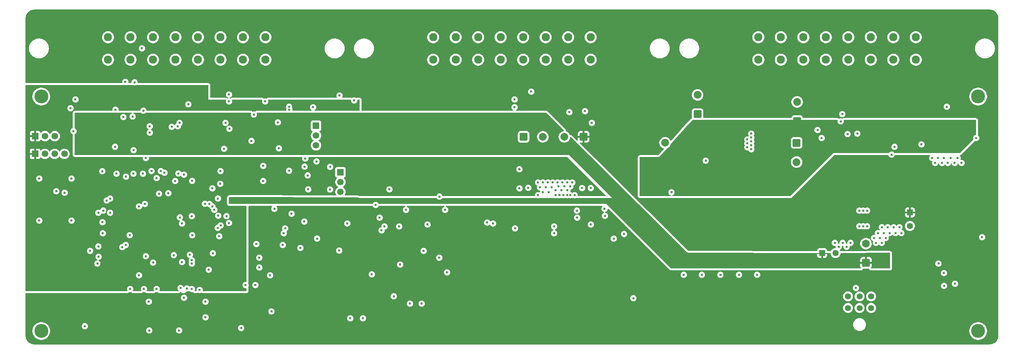
<source format=gbr>
%TF.GenerationSoftware,KiCad,Pcbnew,9.0.7*%
%TF.CreationDate,2026-02-10T04:26:10-08:00*%
%TF.ProjectId,VCU_v2,5643555f-7632-42e6-9b69-6361645f7063,rev?*%
%TF.SameCoordinates,Original*%
%TF.FileFunction,Copper,L3,Inr*%
%TF.FilePolarity,Positive*%
%FSLAX46Y46*%
G04 Gerber Fmt 4.6, Leading zero omitted, Abs format (unit mm)*
G04 Created by KiCad (PCBNEW 9.0.7) date 2026-02-10 04:26:10*
%MOMM*%
%LPD*%
G01*
G04 APERTURE LIST*
G04 Aperture macros list*
%AMRoundRect*
0 Rectangle with rounded corners*
0 $1 Rounding radius*
0 $2 $3 $4 $5 $6 $7 $8 $9 X,Y pos of 4 corners*
0 Add a 4 corners polygon primitive as box body*
4,1,4,$2,$3,$4,$5,$6,$7,$8,$9,$2,$3,0*
0 Add four circle primitives for the rounded corners*
1,1,$1+$1,$2,$3*
1,1,$1+$1,$4,$5*
1,1,$1+$1,$6,$7*
1,1,$1+$1,$8,$9*
0 Add four rect primitives between the rounded corners*
20,1,$1+$1,$2,$3,$4,$5,0*
20,1,$1+$1,$4,$5,$6,$7,0*
20,1,$1+$1,$6,$7,$8,$9,0*
20,1,$1+$1,$8,$9,$2,$3,0*%
G04 Aperture macros list end*
%TA.AperFunction,ComponentPad*%
%ADD10C,3.600000*%
%TD*%
%TA.AperFunction,ComponentPad*%
%ADD11RoundRect,0.250000X0.750000X0.750000X-0.750000X0.750000X-0.750000X-0.750000X0.750000X-0.750000X0*%
%TD*%
%TA.AperFunction,ComponentPad*%
%ADD12C,2.000000*%
%TD*%
%TA.AperFunction,ComponentPad*%
%ADD13C,2.108200*%
%TD*%
%TA.AperFunction,ComponentPad*%
%ADD14RoundRect,0.250000X-0.550000X-0.550000X0.550000X-0.550000X0.550000X0.550000X-0.550000X0.550000X0*%
%TD*%
%TA.AperFunction,ComponentPad*%
%ADD15C,1.600000*%
%TD*%
%TA.AperFunction,ComponentPad*%
%ADD16RoundRect,0.250000X-0.550000X0.550000X-0.550000X-0.550000X0.550000X-0.550000X0.550000X0.550000X0*%
%TD*%
%TA.AperFunction,ComponentPad*%
%ADD17R,1.700000X1.700000*%
%TD*%
%TA.AperFunction,ComponentPad*%
%ADD18C,1.700000*%
%TD*%
%TA.AperFunction,ComponentPad*%
%ADD19C,1.574800*%
%TD*%
%TA.AperFunction,ComponentPad*%
%ADD20RoundRect,0.250000X-0.750000X-0.750000X0.750000X-0.750000X0.750000X0.750000X-0.750000X0.750000X0*%
%TD*%
%TA.AperFunction,ComponentPad*%
%ADD21RoundRect,0.250000X0.750000X-0.750000X0.750000X0.750000X-0.750000X0.750000X-0.750000X-0.750000X0*%
%TD*%
%TA.AperFunction,ComponentPad*%
%ADD22RoundRect,0.250000X-0.750000X0.750000X-0.750000X-0.750000X0.750000X-0.750000X0.750000X0.750000X0*%
%TD*%
%TA.AperFunction,ViaPad*%
%ADD23C,0.609600*%
%TD*%
G04 APERTURE END LIST*
D10*
%TO.N,unconnected-(H1-Pad1)*%
%TO.C,H1*%
X274320000Y-53340000D03*
%TD*%
D11*
%TO.N,+12V*%
%TO.C,C65*%
X171858881Y-63813713D03*
D12*
%TO.N,GND*%
X166858881Y-63813713D03*
%TD*%
D13*
%TO.N,/Connector-Root/GEN_BTN1+*%
%TO.C,U19*%
X258129524Y-43767362D03*
%TO.N,/Connector-Root/GEN_BTN2+*%
X252287524Y-43767362D03*
%TO.N,/Connector-Root/Vin+*%
X246445524Y-43767362D03*
%TO.N,/STM32-Root/STM32H723ZGT6/PG3*%
X240603524Y-43767362D03*
%TO.N,/Connector-Root/BRAKE_LIGHT*%
X234761524Y-43767362D03*
%TO.N,/Connector-Root/BSPD_FAULT+*%
X228919524Y-43767362D03*
%TO.N,/Connector-Root/IMD_FAULT+*%
X223077524Y-43767362D03*
%TO.N,/Connector-Root/BMS_FAULT+*%
X217235524Y-43767362D03*
%TO.N,/Connector-Root/GEN_BTN1-*%
X258129524Y-37925362D03*
%TO.N,/Connector-Root/GEN_BTN2-*%
X252287524Y-37925362D03*
%TO.N,GND*%
X246445524Y-37925362D03*
%TO.N,/STM32-Root/STM32H723ZGT6/PA1*%
X240603524Y-37925362D03*
%TO.N,/STM32-Root/STM32H723ZGT6/PA0*%
X234761524Y-37925362D03*
%TO.N,GND*%
X228919524Y-37925362D03*
%TO.N,/Connector-Root/IMD_FAULT-*%
X223077524Y-37925362D03*
%TO.N,/Connector-Root/BMS_FAULT-*%
X217235524Y-37925362D03*
%TD*%
D14*
%TO.N,+5V*%
%TO.C,C11*%
X233801877Y-94036020D03*
D15*
%TO.N,GND*%
X237301877Y-94036020D03*
%TD*%
D16*
%TO.N,+12V*%
%TO.C,C2*%
X256605877Y-83493369D03*
D15*
%TO.N,GND*%
X256605877Y-86993369D03*
%TD*%
D17*
%TO.N,unconnected-(JP3-A-Pad1)*%
%TO.C,JP3*%
X102362000Y-60960000D03*
D18*
%TO.N,Net-(JP3-C)*%
X102362000Y-63500000D03*
%TO.N,/CAN2_N*%
X102362000Y-66040000D03*
%TD*%
D19*
%TO.N,/Connector-Root/Vin+*%
%TO.C,J2*%
X246515476Y-108306700D03*
%TO.N,/CAN2_P*%
X243515477Y-108306700D03*
%TO.N,/CAN2_N*%
X240515478Y-108306700D03*
%TO.N,GND*%
X246515476Y-105306701D03*
%TO.N,/CAN1_P*%
X243515477Y-105306701D03*
%TO.N,/CAN1_N*%
X240515478Y-105306701D03*
%TD*%
D20*
%TO.N,+12V*%
%TO.C,C66*%
X156270881Y-63813713D03*
D12*
%TO.N,GND*%
X161270881Y-63813713D03*
%TD*%
D17*
%TO.N,unconnected-(JP4-A-Pad1)*%
%TO.C,JP4*%
X108705000Y-73031000D03*
D18*
%TO.N,Net-(JP4-C)*%
X108705000Y-75571000D03*
%TO.N,/CAN1_P*%
X108705000Y-78111000D03*
%TD*%
D17*
%TO.N,+3.3V*%
%TO.C,JP1*%
X29437393Y-63644027D03*
D18*
%TO.N,Net-(JP1-C)*%
X31977393Y-63644027D03*
%TO.N,GND*%
X34517393Y-63644027D03*
%TD*%
D17*
%TO.N,+3.3V*%
%TO.C,J1*%
X29395343Y-68252197D03*
D18*
%TO.N,/STM32-Root/STM32H723ZGT6/PA14*%
X31935343Y-68252197D03*
%TO.N,GND*%
X34475343Y-68252197D03*
%TO.N,/STM32-Root/STM32H723ZGT6/PA13*%
X37015343Y-68252197D03*
%TD*%
D21*
%TO.N,+3.3V*%
%TO.C,C53*%
X227315340Y-59742124D03*
D12*
%TO.N,GND*%
X227315340Y-54742124D03*
%TD*%
D13*
%TO.N,/STM32-Root/STM32H723ZGT6/PG2*%
%TO.C,U18*%
X173674524Y-43767362D03*
%TO.N,/BSPD-Logic/Isense-thresh*%
X167832524Y-43767362D03*
%TO.N,/BSPD-Logic/Isense-active*%
X161990524Y-43767362D03*
%TO.N,/BSPD-FAULT*%
X156148524Y-43767362D03*
%TO.N,/Connector-Root/IMD-FAULT*%
X150306524Y-43767362D03*
%TO.N,/Connector-Root/BMS-FAULT*%
X144464524Y-43767362D03*
%TO.N,/Connector-Root/SPEAKER-*%
X138622524Y-43767362D03*
%TO.N,/Connector-Root/SPEAKER+*%
X132780524Y-43767362D03*
%TO.N,/STM32-Root/STM32H723ZGT6/PA2*%
X173674524Y-37925362D03*
%TO.N,/CAN2_N*%
X167832524Y-37925362D03*
%TO.N,/CAN2_P*%
X161990524Y-37925362D03*
%TO.N,/STM32-Root/STM32H723ZGT6/PG8*%
X156148524Y-37925362D03*
%TO.N,/STM32-Root/STM32H723ZGT6/PG7*%
X150306524Y-37925362D03*
%TO.N,/STM32-Root/STM32H723ZGT6/PG6*%
X144464524Y-37925362D03*
%TO.N,/STM32-Root/STM32H723ZGT6/PE10*%
X138622524Y-37925362D03*
%TO.N,/STM32-Root/STM32H723ZGT6/PE11*%
X132780524Y-37925362D03*
%TD*%
D11*
%TO.N,+3.3V*%
%TO.C,C76*%
X198012660Y-65352753D03*
D12*
%TO.N,GND*%
X193012660Y-65352753D03*
%TD*%
D10*
%TO.N,unconnected-(H2-Pad1)_1*%
%TO.C,H2*%
X31002724Y-53340000D03*
%TD*%
%TO.N,unconnected-(H3-Pad1)_1*%
%TO.C,H3*%
X274320000Y-114300000D03*
%TD*%
D22*
%TO.N,Net-(U14-LDOO)*%
%TO.C,C61*%
X227169966Y-65385949D03*
D12*
%TO.N,GND*%
X227169966Y-70385949D03*
%TD*%
D13*
%TO.N,/Connector-Root/APPS1-SIG*%
%TO.C,U17*%
X89244924Y-43767362D03*
%TO.N,/Connector-Root/APPS2-SIG*%
X83402924Y-43767362D03*
%TO.N,/BSE-SIG*%
X77560924Y-43767362D03*
%TO.N,+4.8V*%
X71718924Y-43767362D03*
X65876924Y-43767362D03*
X60034924Y-43767362D03*
%TO.N,/Connector-Root/RTD_BTN-*%
X54192924Y-43767362D03*
%TO.N,/Connector-Root/RTD_BTN+*%
X48350924Y-43767362D03*
%TO.N,GND*%
X89244924Y-37925362D03*
X83402924Y-37925362D03*
X77560924Y-37925362D03*
%TO.N,/CAN1_P*%
X71718924Y-37925362D03*
%TO.N,/CAN1_N*%
X65876924Y-37925362D03*
%TO.N,/STM32-Root/STM32H723ZGT6/PB15*%
X60034924Y-37925362D03*
%TO.N,/Connector-Root/PRECHARGE_BTN+*%
X54192924Y-37925362D03*
%TO.N,/Connector-Root/PRECHARGE_BTN-*%
X48350924Y-37925362D03*
%TD*%
D10*
%TO.N,unconnected-(H4-Pad1)_2*%
%TO.C,H4*%
X31002724Y-114300000D03*
%TD*%
D21*
%TO.N,+5V*%
%TO.C,C13*%
X245175877Y-96576020D03*
D12*
%TO.N,GND*%
X245175877Y-91576020D03*
%TD*%
D21*
%TO.N,+3.3V*%
%TO.C,C80*%
X201451446Y-57914787D03*
D12*
%TO.N,GND*%
X201451446Y-52914787D03*
%TD*%
D23*
%TO.N,/STM32-Root/STM32H723ZGT6/VBAT*%
X58166000Y-94869000D03*
X82931000Y-113538000D03*
%TO.N,GND*%
X30480000Y-74676000D03*
X45879629Y-94996000D03*
X160020000Y-75692000D03*
X273812000Y-64135000D03*
X89154000Y-54610000D03*
X79883000Y-61722000D03*
X108381800Y-93395800D03*
X164592000Y-77724000D03*
X68072000Y-105664000D03*
X67564000Y-96393000D03*
X87630000Y-97790000D03*
X50546000Y-73406000D03*
X46990000Y-88900000D03*
X214376000Y-65532000D03*
X166370000Y-75692000D03*
X86614000Y-102362000D03*
X125730000Y-82804000D03*
X136398000Y-99060000D03*
X70104000Y-84455000D03*
X154051000Y-87630000D03*
X164211000Y-88900000D03*
X160528000Y-76962000D03*
X100330000Y-77470000D03*
X215392000Y-66040000D03*
X38862000Y-74676000D03*
X168402000Y-78994000D03*
X169545000Y-78994000D03*
X240157730Y-92409908D03*
X45593000Y-96774000D03*
X241173730Y-91393908D03*
X250825730Y-87329908D03*
X42316114Y-113050313D03*
X102641400Y-90271600D03*
X265455400Y-102565200D03*
X64897000Y-61214000D03*
X173736000Y-86614000D03*
X171450000Y-77114400D03*
X244475730Y-83011908D03*
X95377000Y-72644000D03*
X153924000Y-54102000D03*
X207391000Y-99695000D03*
X253873730Y-87329908D03*
X215392000Y-67056000D03*
X163830000Y-75692000D03*
X239141730Y-91393908D03*
X216916000Y-99695000D03*
X249301730Y-91393908D03*
X252349730Y-87329908D03*
X242951000Y-62992000D03*
X167640000Y-78994000D03*
X77470000Y-76011362D03*
X214376000Y-64516000D03*
X243459730Y-83011908D03*
X166878000Y-76708000D03*
X43688000Y-93472000D03*
X168148000Y-57404000D03*
X87630000Y-95250000D03*
X238125730Y-92409908D03*
X65786000Y-75311000D03*
X168402000Y-76708000D03*
X108458000Y-53086000D03*
X110490000Y-86334600D03*
X79756000Y-54610000D03*
X73660000Y-106680000D03*
X247269730Y-90123908D03*
X57531000Y-57023000D03*
X265430000Y-99212400D03*
X59055000Y-114173000D03*
X161290000Y-75692000D03*
X85598000Y-64897000D03*
X124206000Y-97028000D03*
X162814000Y-78232000D03*
X259588000Y-65786000D03*
X157480000Y-77089000D03*
X111252000Y-110998000D03*
X160020000Y-78994000D03*
X50292000Y-56769000D03*
X212217000Y-99695000D03*
X268300200Y-102006400D03*
X215392000Y-64008000D03*
X60960000Y-103378000D03*
X59182000Y-61087000D03*
X123952000Y-87122000D03*
X168910000Y-75692000D03*
X96012000Y-83820000D03*
X275336000Y-89916000D03*
X72136000Y-103632000D03*
X167640000Y-77724000D03*
X264007600Y-96774000D03*
X165100000Y-75692000D03*
X66802000Y-114173000D03*
X254381730Y-88853908D03*
X249301730Y-87329908D03*
X166116000Y-77724000D03*
X165608000Y-78994000D03*
X161290000Y-78232000D03*
X84074000Y-102362000D03*
X245491730Y-87075908D03*
X155194000Y-77216000D03*
X53975000Y-89408000D03*
X173990000Y-60198000D03*
X117858415Y-81533000D03*
X162560000Y-75692000D03*
X162052000Y-76962000D03*
X215392000Y-65024000D03*
X164592000Y-78994000D03*
X39370000Y-62357000D03*
X248285730Y-88853908D03*
X38608000Y-56388000D03*
X126746000Y-107188000D03*
X266192000Y-56007000D03*
X252857730Y-88853908D03*
X78867000Y-60198000D03*
X202565000Y-99695000D03*
X67183000Y-103124000D03*
X129794000Y-107188000D03*
X69215000Y-55372000D03*
X70104000Y-95885000D03*
X243459730Y-87075908D03*
X240411000Y-63119000D03*
X66625632Y-73356632D03*
X163576000Y-76962000D03*
X50165000Y-66421000D03*
X68834000Y-103251000D03*
X70104000Y-103378000D03*
X75565000Y-94107000D03*
X245491730Y-83011908D03*
X39878000Y-54102000D03*
X146812000Y-86106000D03*
X102489000Y-70231000D03*
X172212000Y-57150000D03*
X214376000Y-66548000D03*
X170116500Y-82994500D03*
X38862000Y-85598000D03*
X148336000Y-86360000D03*
X93980000Y-88900000D03*
X54102000Y-103378000D03*
X116840000Y-99568000D03*
X250317730Y-90123908D03*
X118872000Y-84836000D03*
X75946000Y-82804000D03*
X153924000Y-56134000D03*
X46863000Y-72771000D03*
X79756000Y-52832000D03*
X158242000Y-52070000D03*
X73660000Y-110744000D03*
X77216000Y-89662000D03*
X30480000Y-85598000D03*
X251333730Y-88853908D03*
X131318000Y-86614000D03*
X173710600Y-77139800D03*
X59182000Y-62738000D03*
X165354000Y-76708000D03*
X75438000Y-77216000D03*
X177292000Y-82550000D03*
X130302000Y-93472000D03*
X94361000Y-87630000D03*
X167640000Y-75692000D03*
X76962000Y-84328000D03*
X60071000Y-96520000D03*
X59630329Y-72703671D03*
X52978739Y-74168000D03*
X249809730Y-88853908D03*
X112268000Y-54356000D03*
X184785000Y-105791000D03*
X86233000Y-58039000D03*
X247777730Y-91393908D03*
X244475730Y-87075908D03*
X70231000Y-89408000D03*
X99314000Y-85852000D03*
X34925000Y-77978000D03*
X57658000Y-103378000D03*
X58928000Y-106680000D03*
X106045000Y-71628000D03*
X248793730Y-90123908D03*
X166624000Y-78994000D03*
X66929000Y-60198000D03*
X237109730Y-91393908D03*
X164211000Y-87122000D03*
X86868000Y-91694000D03*
X197866000Y-99695000D03*
X101600000Y-56134000D03*
X78486000Y-66929000D03*
X90424000Y-99822000D03*
X54940200Y-73406000D03*
X135890000Y-82804000D03*
X170180000Y-84836000D03*
X66469327Y-61087000D03*
X57383566Y-73406000D03*
X77537724Y-72711724D03*
X48895000Y-83566000D03*
X46904239Y-86020239D03*
X56388000Y-99822000D03*
X177393600Y-84353400D03*
X114554000Y-110998000D03*
X76885800Y-79857600D03*
X215392000Y-62992000D03*
X203581000Y-70002400D03*
%TO.N,+5V*%
X249555730Y-97235908D03*
X248285730Y-97235908D03*
X75184000Y-61722000D03*
X81026000Y-80611362D03*
X248793730Y-96219908D03*
X249555730Y-95203908D03*
X250063730Y-96219908D03*
X248285730Y-95203908D03*
X67945000Y-63246000D03*
X105537000Y-58801000D03*
X42672000Y-61087000D03*
X41402000Y-58674000D03*
X89154000Y-67945000D03*
X247523730Y-96219908D03*
X247015730Y-97235908D03*
X247015730Y-95203908D03*
X82296000Y-80518000D03*
%TO.N,+3.3V*%
X221488000Y-60452000D03*
X148844000Y-75692000D03*
X189484000Y-77724000D03*
X50673000Y-75184000D03*
X57383566Y-75057000D03*
X202184000Y-60452000D03*
X44196000Y-56337200D03*
X112014000Y-56134000D03*
X191516000Y-74676000D03*
X73761600Y-77190600D03*
X189484000Y-71628000D03*
X188468000Y-76200000D03*
X83566000Y-75946000D03*
X149860000Y-74168000D03*
X194564000Y-73152000D03*
X48641000Y-94107000D03*
X82296000Y-77216000D03*
X82296000Y-78486000D03*
X264668000Y-63500000D03*
X149860000Y-71120000D03*
X42672000Y-81491932D03*
X67284600Y-75311000D03*
X81026000Y-78486000D03*
X80518000Y-73914000D03*
X74549000Y-83185000D03*
X193548000Y-74676000D03*
X219964000Y-64008000D03*
X143764000Y-71120000D03*
X48641000Y-86106000D03*
X48641000Y-97790000D03*
X187452000Y-74676000D03*
X67437000Y-101219000D03*
X210820000Y-68072000D03*
X74041000Y-90932000D03*
X100203000Y-75057000D03*
X187452000Y-71628000D03*
X146812000Y-72644000D03*
X187452000Y-77724000D03*
X144780000Y-75692000D03*
X272796000Y-60452000D03*
X205232000Y-59944000D03*
X78740000Y-94996000D03*
X252984000Y-61976000D03*
X95123000Y-78613000D03*
X71374000Y-100457000D03*
X143764000Y-77216000D03*
X82296000Y-75946000D03*
X29464000Y-61341000D03*
X81026000Y-75946000D03*
X55118000Y-55245000D03*
X48641000Y-88773000D03*
X191516000Y-77724000D03*
X73787000Y-94234000D03*
X62230000Y-100330000D03*
X144780000Y-72644000D03*
X78740000Y-97028000D03*
X81026000Y-77216000D03*
X193548000Y-71628000D03*
X147828000Y-77216000D03*
X145796000Y-77216000D03*
X44196000Y-53467000D03*
X192532000Y-73152000D03*
X190500000Y-76200000D03*
X146812000Y-75692000D03*
X267716000Y-59944000D03*
X147828000Y-71120000D03*
X189484000Y-74676000D03*
X83566000Y-78486000D03*
X191516000Y-71628000D03*
X148844000Y-72644000D03*
X145796000Y-74168000D03*
X188468000Y-73152000D03*
X145796000Y-71120000D03*
X211328000Y-59944000D03*
X143764000Y-74168000D03*
X192532000Y-76200000D03*
X83566000Y-77216000D03*
X150876000Y-75692000D03*
X83312000Y-85852000D03*
X150876000Y-72644000D03*
X51460400Y-56591200D03*
X147828000Y-74168000D03*
X29464000Y-70612000D03*
X190500000Y-73152000D03*
%TO.N,/STM32-Root/STM32H723ZGT6/PF14*%
X58166000Y-69342000D03*
X67564000Y-86360000D03*
%TO.N,/STM32-Root/STM32H723ZGT6/PF15*%
X66992500Y-84772500D03*
X54991000Y-67310000D03*
%TO.N,/STM32-Root/STM32H723ZGT6/PG0*%
X76835000Y-87503000D03*
X251841000Y-68453000D03*
%TO.N,/STM32-Root/STM32H723ZGT6/PG1*%
X77597000Y-86868000D03*
X252603000Y-66421000D03*
%TO.N,/STM32-Root/STM32H723ZGT6/PA14*%
X37087597Y-78359000D03*
%TO.N,/STM32-Root/STM32H723ZGT6/PA0*%
X69596000Y-94488000D03*
%TO.N,/STM32-Root/STM32H723ZGT6/PG2*%
X62992000Y-73152000D03*
%TO.N,/STM32-Root/STM32H723ZGT6/PD1*%
X88646000Y-71374000D03*
X56388000Y-81915000D03*
%TO.N,/STM32-Root/STM32H723ZGT6/PG3*%
X99568000Y-69469000D03*
X64008000Y-78486000D03*
%TO.N,/STM32-Root/STM32H723ZGT6/PA1*%
X70104000Y-96774000D03*
%TO.N,/STM32-Root/STM32H723ZGT6/PD0*%
X88646000Y-75311000D03*
X57912000Y-81280000D03*
%TO.N,/STM32-Root/STM32H723ZGT6/PC11*%
X47117000Y-82991931D03*
X48006000Y-80374332D03*
%TO.N,/STM32-Root/STM32H723ZGT6/PC1*%
X182346600Y-89077800D03*
X65419939Y-94589600D03*
%TO.N,/STM32-Root/STM32H723ZGT6/PC10*%
X48895000Y-79874332D03*
X45847000Y-83550731D03*
%TO.N,/STM32-Root/STM32H723ZGT6/PB12*%
X70167500Y-75275764D03*
X134416800Y-79349600D03*
X179679600Y-90297000D03*
%TO.N,/STM32-Root/STM32H723ZGT6/PG8*%
X61595000Y-78613000D03*
%TO.N,/STM32-Root/STM32H723ZGT6/PB15*%
X57150000Y-40810286D03*
X68072000Y-73660000D03*
%TO.N,/STM32-Root/STM32H723ZGT6/PE10*%
X75438000Y-81915000D03*
%TO.N,/STM32-Root/STM32H723ZGT6/PE9*%
X79756000Y-86233000D03*
X79121000Y-84455000D03*
%TO.N,/STM32-Root/STM32H723ZGT6/PG7*%
X60960000Y-74549000D03*
%TO.N,/STM32-Root/STM32H723ZGT6/PB6*%
X52070000Y-92491932D03*
X95377000Y-56007000D03*
%TO.N,/STM32-Root/STM32H723ZGT6/PA2*%
X74485500Y-98361500D03*
%TO.N,/STM32-Root/STM32H723ZGT6/PB5*%
X52959000Y-91933132D03*
X95427800Y-56769000D03*
%TO.N,/STM32-Root/STM32H723ZGT6/PE11*%
X74676000Y-81280000D03*
%TO.N,/STM32-Root/STM32H723ZGT6/PB10*%
X73507600Y-81229200D03*
X194691000Y-78232000D03*
%TO.N,/STM32-Root/STM32H723ZGT6/PG6*%
X62051786Y-72719786D03*
%TO.N,Net-(JP1-C)*%
X45847000Y-92329000D03*
%TO.N,/BSPD-FAULT*%
X121412000Y-77470000D03*
X106001383Y-77513617D03*
%TO.N,/Connector-Root/BSPD_FAULT+*%
X91567000Y-82550000D03*
%TO.N,/Connector-Root/BMS-FAULT*%
X93726000Y-91948000D03*
X233680000Y-64135000D03*
X232600500Y-62039500D03*
%TO.N,/Connector-Root/BRAKE_LIGHT*%
X90805000Y-109220000D03*
%TO.N,/Connector-Root/IMD-FAULT*%
X98298000Y-92710000D03*
%TO.N,/Connector-Root/PRECHARGE_BTN+*%
X55245000Y-49657000D03*
%TO.N,/Connector-Root/PRECHARGE_BTN-*%
X52832000Y-49530000D03*
%TO.N,/Connector-Root/RTD_BTN+*%
X52324000Y-58674000D03*
%TO.N,/Connector-Root/RTD_BTN-*%
X54737000Y-58547000D03*
%TO.N,+12V*%
X85598000Y-82550000D03*
X271602200Y-94538800D03*
X158242000Y-84709000D03*
X271602200Y-89966800D03*
X119126000Y-83312000D03*
X111125000Y-95250000D03*
X136398000Y-94996000D03*
X270586200Y-86156800D03*
X271602200Y-86918800D03*
X106680000Y-93599000D03*
X159258000Y-89281000D03*
X240157000Y-57150000D03*
X184531000Y-73533000D03*
X99441000Y-88011000D03*
X270586200Y-87680800D03*
X159766000Y-87122000D03*
X140233400Y-90652600D03*
X158305500Y-82359500D03*
X137414000Y-89662000D03*
X118110000Y-96012000D03*
X115570000Y-100457000D03*
X119888000Y-100076000D03*
X247396000Y-56803765D03*
X270586200Y-93776800D03*
X239268000Y-69215000D03*
X270586200Y-92252800D03*
X130810000Y-82550000D03*
X270586200Y-89204800D03*
X237744000Y-69342000D03*
X270586200Y-90728800D03*
X145796000Y-82550000D03*
X271602200Y-91490800D03*
X271602200Y-93014800D03*
X156260800Y-56159400D03*
X149479000Y-83058000D03*
X271602200Y-88442800D03*
X104394000Y-82550000D03*
X124714000Y-91694000D03*
X155168600Y-72237600D03*
X270586200Y-84632800D03*
X271602200Y-85394800D03*
%TO.N,/Connector-Root/Vin+*%
X262382000Y-69342000D03*
X268986000Y-69342000D03*
X270002000Y-70612000D03*
X267208000Y-69342000D03*
X263906000Y-69342000D03*
X265430000Y-69342000D03*
X263144000Y-70612000D03*
X266446000Y-70612000D03*
X264922000Y-70612000D03*
X268224000Y-70612000D03*
%TO.N,Net-(R102-Pad1)*%
X122555000Y-105283000D03*
X134366000Y-95250000D03*
%TO.N,/BSPD-Logic/Isense-thresh*%
X119380000Y-88138000D03*
%TO.N,/BSPD-Logic/Isense-active*%
X120142000Y-87122000D03*
%TO.N,/CAN1_P*%
X99377500Y-71564500D03*
X92456000Y-60071000D03*
%TO.N,/CAN1_N*%
X242570000Y-103124000D03*
X92710000Y-66802000D03*
X100203000Y-73848324D03*
%TO.N,/Connector-Root/BMS_FAULT-*%
X238633000Y-59817000D03*
%TO.N,/Connector-Root/IMD_FAULT-*%
X239050258Y-57912000D03*
%TD*%
%TA.AperFunction,Conductor*%
%TO.N,+5V*%
G36*
X113282219Y-79587526D02*
G01*
X113349205Y-79607381D01*
X113366482Y-79620850D01*
X113367929Y-79622200D01*
X113367933Y-79622203D01*
X113387145Y-79634599D01*
X113488827Y-79700209D01*
X113626804Y-79740997D01*
X113626809Y-79740997D01*
X113626810Y-79740998D01*
X113632261Y-79741791D01*
X113667519Y-79746927D01*
X113703842Y-79750883D01*
X113721714Y-79752178D01*
X113758247Y-79753500D01*
X113758249Y-79753500D01*
X133514180Y-79753500D01*
X133514179Y-79753499D01*
X133572691Y-79750101D01*
X133601210Y-79746777D01*
X133622187Y-79743088D01*
X133691620Y-79750863D01*
X133745829Y-79794944D01*
X133746764Y-79796324D01*
X133791278Y-79862944D01*
X133791284Y-79862952D01*
X133903447Y-79975115D01*
X133903451Y-79975118D01*
X134035340Y-80063244D01*
X134035353Y-80063251D01*
X134145264Y-80108776D01*
X134181903Y-80123953D01*
X134181905Y-80123953D01*
X134181910Y-80123955D01*
X134337480Y-80154899D01*
X134337484Y-80154900D01*
X134337485Y-80154900D01*
X134496116Y-80154900D01*
X134496117Y-80154899D01*
X134547975Y-80144584D01*
X134651689Y-80123955D01*
X134651692Y-80123953D01*
X134651697Y-80123953D01*
X134798253Y-80063248D01*
X134930149Y-79975118D01*
X135042318Y-79862949D01*
X135084848Y-79799299D01*
X135089919Y-79791710D01*
X135143531Y-79746904D01*
X135210666Y-79737862D01*
X135319431Y-79753500D01*
X135319434Y-79753500D01*
X159098343Y-79753500D01*
X159098352Y-79753500D01*
X159111908Y-79753318D01*
X159118543Y-79753140D01*
X159132032Y-79752598D01*
X159273148Y-79724532D01*
X159273149Y-79724531D01*
X159273152Y-79724531D01*
X159273152Y-79724530D01*
X159308367Y-79712108D01*
X159349928Y-79705045D01*
X159609515Y-79705707D01*
X159656647Y-79715146D01*
X159748805Y-79753318D01*
X159785103Y-79768353D01*
X159785105Y-79768353D01*
X159785110Y-79768355D01*
X159940680Y-79799299D01*
X159940684Y-79799300D01*
X159940685Y-79799300D01*
X160099316Y-79799300D01*
X160099317Y-79799299D01*
X160254897Y-79768353D01*
X160378325Y-79717227D01*
X160426082Y-79707791D01*
X161326197Y-79710087D01*
X161360806Y-79715109D01*
X161421813Y-79733023D01*
X161421817Y-79733024D01*
X161564233Y-79753500D01*
X161564236Y-79753500D01*
X162539768Y-79753500D01*
X162539769Y-79753499D01*
X162650301Y-79737862D01*
X162679989Y-79733662D01*
X162679990Y-79733661D01*
X162679995Y-79733661D01*
X162732062Y-79718627D01*
X162766764Y-79713762D01*
X162863551Y-79714009D01*
X162898165Y-79719032D01*
X162945800Y-79733020D01*
X162945810Y-79733022D01*
X162945813Y-79733023D01*
X162945817Y-79733024D01*
X163088233Y-79753500D01*
X163088236Y-79753500D01*
X163670343Y-79753500D01*
X163670352Y-79753500D01*
X163683908Y-79753318D01*
X163690543Y-79753140D01*
X163704032Y-79752598D01*
X163845148Y-79724532D01*
X163847527Y-79723692D01*
X163849320Y-79723387D01*
X163849418Y-79723361D01*
X163849420Y-79723370D01*
X163889101Y-79716625D01*
X164209852Y-79717443D01*
X164256978Y-79726880D01*
X164357103Y-79768353D01*
X164490786Y-79794944D01*
X164512680Y-79799299D01*
X164512684Y-79799300D01*
X164512685Y-79799300D01*
X164671316Y-79799300D01*
X164671317Y-79799299D01*
X164826897Y-79768353D01*
X164922338Y-79728820D01*
X164970098Y-79719382D01*
X165232147Y-79720051D01*
X165279274Y-79729488D01*
X165373103Y-79768353D01*
X165506786Y-79794944D01*
X165528680Y-79799299D01*
X165528684Y-79799300D01*
X165528685Y-79799300D01*
X165687316Y-79799300D01*
X165687317Y-79799299D01*
X165842897Y-79768353D01*
X165932119Y-79731396D01*
X165979879Y-79721958D01*
X166254443Y-79722659D01*
X166301571Y-79732096D01*
X166389103Y-79768353D01*
X166522786Y-79794944D01*
X166544680Y-79799299D01*
X166544684Y-79799300D01*
X166544685Y-79799300D01*
X166703316Y-79799300D01*
X166703317Y-79799299D01*
X166858897Y-79768353D01*
X166941900Y-79733972D01*
X166989660Y-79724534D01*
X167276738Y-79725267D01*
X167323867Y-79734704D01*
X167405103Y-79768353D01*
X167538786Y-79794944D01*
X167560680Y-79799299D01*
X167560684Y-79799300D01*
X167560685Y-79799300D01*
X167719316Y-79799300D01*
X167719317Y-79799299D01*
X167874897Y-79768353D01*
X167951681Y-79736547D01*
X167960031Y-79734897D01*
X167964497Y-79732044D01*
X167999439Y-79727110D01*
X168043461Y-79727223D01*
X168090590Y-79736660D01*
X168167103Y-79768353D01*
X168300786Y-79794944D01*
X168322680Y-79799299D01*
X168322684Y-79799300D01*
X168322685Y-79799300D01*
X168481316Y-79799300D01*
X168481317Y-79799299D01*
X168636897Y-79768353D01*
X168709018Y-79738479D01*
X168756776Y-79729042D01*
X169193543Y-79730156D01*
X169240673Y-79739594D01*
X169310103Y-79768353D01*
X169443786Y-79794944D01*
X169465680Y-79799299D01*
X169465684Y-79799300D01*
X169465685Y-79799300D01*
X169624316Y-79799300D01*
X169624317Y-79799299D01*
X169779897Y-79768353D01*
X169845021Y-79741377D01*
X169892781Y-79731940D01*
X170315667Y-79733019D01*
X170332957Y-79734278D01*
X170466648Y-79753500D01*
X170466650Y-79753500D01*
X177500657Y-79753500D01*
X177518639Y-79753179D01*
X177518649Y-79753178D01*
X177518684Y-79753178D01*
X177527530Y-79752862D01*
X177545547Y-79751896D01*
X177545550Y-79751895D01*
X177549770Y-79751669D01*
X177556702Y-79751491D01*
X179324000Y-79756000D01*
X197612000Y-98044000D01*
X194615362Y-98044000D01*
X194548323Y-98024315D01*
X194527681Y-98007681D01*
X177800000Y-81280000D01*
X118708124Y-81280000D01*
X118641085Y-81260315D01*
X118595330Y-81207511D01*
X118593563Y-81203452D01*
X118572066Y-81151553D01*
X118572059Y-81151540D01*
X118483933Y-81019651D01*
X118483930Y-81019647D01*
X118371767Y-80907484D01*
X118371763Y-80907481D01*
X118239874Y-80819355D01*
X118239861Y-80819348D01*
X118093313Y-80758647D01*
X118093304Y-80758644D01*
X117937734Y-80727700D01*
X117937730Y-80727700D01*
X117779100Y-80727700D01*
X117779095Y-80727700D01*
X117623525Y-80758644D01*
X117623516Y-80758647D01*
X117476968Y-80819348D01*
X117476955Y-80819355D01*
X117345066Y-80907481D01*
X117345062Y-80907484D01*
X117232899Y-81019647D01*
X117232896Y-81019651D01*
X117144770Y-81151540D01*
X117144763Y-81151553D01*
X117123267Y-81203452D01*
X117079427Y-81257856D01*
X117013133Y-81279921D01*
X117008706Y-81280000D01*
X79880000Y-81280000D01*
X79812961Y-81260315D01*
X79767206Y-81207511D01*
X79756000Y-81156000D01*
X79756000Y-79626317D01*
X79775685Y-79559278D01*
X79828489Y-79513523D01*
X79880315Y-79502317D01*
X113282219Y-79587526D01*
G37*
%TD.AperFunction*%
%TD*%
%TA.AperFunction,Conductor*%
%TO.N,+3.3V*%
G36*
X167655677Y-69107685D02*
G01*
X167676319Y-69124319D01*
X177588319Y-79036319D01*
X177621804Y-79097642D01*
X177616820Y-79167334D01*
X177574948Y-79223267D01*
X177509484Y-79247684D01*
X177500638Y-79248000D01*
X170466648Y-79248000D01*
X170399609Y-79228315D01*
X170353854Y-79175511D01*
X170343910Y-79106353D01*
X170345030Y-79099811D01*
X170350300Y-79073314D01*
X170350300Y-78914684D01*
X170350299Y-78914680D01*
X170319355Y-78759110D01*
X170319352Y-78759101D01*
X170313655Y-78745348D01*
X170259026Y-78613459D01*
X170258651Y-78612553D01*
X170258644Y-78612540D01*
X170170518Y-78480651D01*
X170170515Y-78480647D01*
X170058352Y-78368484D01*
X170058348Y-78368481D01*
X169926459Y-78280355D01*
X169926446Y-78280348D01*
X169779898Y-78219647D01*
X169779889Y-78219644D01*
X169624319Y-78188700D01*
X169624315Y-78188700D01*
X169465685Y-78188700D01*
X169465680Y-78188700D01*
X169310110Y-78219644D01*
X169310101Y-78219647D01*
X169163553Y-78280348D01*
X169163540Y-78280355D01*
X169042391Y-78361305D01*
X168975713Y-78382183D01*
X168908333Y-78363698D01*
X168904609Y-78361305D01*
X168783459Y-78280355D01*
X168783446Y-78280348D01*
X168636898Y-78219647D01*
X168636889Y-78219644D01*
X168479699Y-78188378D01*
X168417788Y-78155993D01*
X168383214Y-78095278D01*
X168386953Y-78025508D01*
X168389314Y-78019344D01*
X168414353Y-77958897D01*
X168417039Y-77945396D01*
X168437702Y-77841515D01*
X168445300Y-77803315D01*
X168445300Y-77644685D01*
X168445300Y-77644684D01*
X168444703Y-77638622D01*
X168446476Y-77638447D01*
X168451938Y-77577246D01*
X168494787Y-77522058D01*
X168543148Y-77501001D01*
X168636889Y-77482355D01*
X168636892Y-77482353D01*
X168636897Y-77482353D01*
X168783453Y-77421648D01*
X168915349Y-77333518D01*
X169027518Y-77221349D01*
X169115648Y-77089453D01*
X169138170Y-77035080D01*
X170644700Y-77035080D01*
X170644700Y-77193719D01*
X170675644Y-77349289D01*
X170675647Y-77349298D01*
X170736348Y-77495846D01*
X170736355Y-77495859D01*
X170824481Y-77627748D01*
X170824484Y-77627752D01*
X170936647Y-77739915D01*
X170936651Y-77739918D01*
X171068540Y-77828044D01*
X171068553Y-77828051D01*
X171147427Y-77860721D01*
X171215103Y-77888753D01*
X171215105Y-77888753D01*
X171215110Y-77888755D01*
X171370680Y-77919699D01*
X171370684Y-77919700D01*
X171370685Y-77919700D01*
X171529316Y-77919700D01*
X171529317Y-77919699D01*
X171595078Y-77906619D01*
X171684889Y-77888755D01*
X171684892Y-77888753D01*
X171684897Y-77888753D01*
X171831453Y-77828048D01*
X171963349Y-77739918D01*
X172075518Y-77627749D01*
X172163648Y-77495853D01*
X172224353Y-77349297D01*
X172225515Y-77343459D01*
X172254667Y-77196897D01*
X172255300Y-77193715D01*
X172255300Y-77060480D01*
X172905300Y-77060480D01*
X172905300Y-77219119D01*
X172936244Y-77374689D01*
X172936247Y-77374698D01*
X172996948Y-77521246D01*
X172996955Y-77521259D01*
X173085081Y-77653148D01*
X173085084Y-77653152D01*
X173197247Y-77765315D01*
X173197251Y-77765318D01*
X173329140Y-77853444D01*
X173329153Y-77853451D01*
X173381364Y-77875077D01*
X173475703Y-77914153D01*
X173475705Y-77914153D01*
X173475710Y-77914155D01*
X173631280Y-77945099D01*
X173631284Y-77945100D01*
X173631285Y-77945100D01*
X173789916Y-77945100D01*
X173789917Y-77945099D01*
X173867598Y-77929648D01*
X173945489Y-77914155D01*
X173945492Y-77914153D01*
X173945497Y-77914153D01*
X174092053Y-77853448D01*
X174223949Y-77765318D01*
X174336118Y-77653149D01*
X174424248Y-77521253D01*
X174484953Y-77374697D01*
X174490006Y-77349297D01*
X174515455Y-77221352D01*
X174515900Y-77219115D01*
X174515900Y-77060485D01*
X174510848Y-77035085D01*
X174484955Y-76904910D01*
X174484952Y-76904901D01*
X174424251Y-76758353D01*
X174424244Y-76758340D01*
X174336118Y-76626451D01*
X174336115Y-76626447D01*
X174223952Y-76514284D01*
X174223948Y-76514281D01*
X174092059Y-76426155D01*
X174092046Y-76426148D01*
X173945498Y-76365447D01*
X173945489Y-76365444D01*
X173789919Y-76334500D01*
X173789915Y-76334500D01*
X173631285Y-76334500D01*
X173631280Y-76334500D01*
X173475710Y-76365444D01*
X173475701Y-76365447D01*
X173329153Y-76426148D01*
X173329140Y-76426155D01*
X173197251Y-76514281D01*
X173197247Y-76514284D01*
X173085084Y-76626447D01*
X173085081Y-76626451D01*
X172996955Y-76758340D01*
X172996948Y-76758353D01*
X172936247Y-76904901D01*
X172936244Y-76904910D01*
X172905300Y-77060480D01*
X172255300Y-77060480D01*
X172255300Y-77035085D01*
X172250248Y-77009685D01*
X172224355Y-76879510D01*
X172224352Y-76879501D01*
X172163651Y-76732953D01*
X172163643Y-76732938D01*
X172075518Y-76601051D01*
X172075515Y-76601047D01*
X171963352Y-76488884D01*
X171963348Y-76488881D01*
X171831459Y-76400755D01*
X171831446Y-76400748D01*
X171684898Y-76340047D01*
X171684889Y-76340044D01*
X171529319Y-76309100D01*
X171529315Y-76309100D01*
X171370685Y-76309100D01*
X171370680Y-76309100D01*
X171215110Y-76340044D01*
X171215101Y-76340047D01*
X171068553Y-76400748D01*
X171068540Y-76400755D01*
X170936651Y-76488881D01*
X170936647Y-76488884D01*
X170824484Y-76601047D01*
X170824481Y-76601051D01*
X170736357Y-76732938D01*
X170736348Y-76732953D01*
X170675647Y-76879501D01*
X170675644Y-76879510D01*
X170644700Y-77035080D01*
X169138170Y-77035080D01*
X169176353Y-76942897D01*
X169183911Y-76904903D01*
X169207299Y-76787319D01*
X169207300Y-76787316D01*
X169207300Y-76628684D01*
X169207299Y-76628683D01*
X169192571Y-76554637D01*
X169198798Y-76485046D01*
X169241661Y-76429869D01*
X169266727Y-76415889D01*
X169291453Y-76405648D01*
X169423349Y-76317518D01*
X169535518Y-76205349D01*
X169623648Y-76073453D01*
X169684353Y-75926897D01*
X169715300Y-75771315D01*
X169715300Y-75612685D01*
X169715024Y-75611298D01*
X169684355Y-75457110D01*
X169684352Y-75457101D01*
X169623651Y-75310553D01*
X169623644Y-75310540D01*
X169535518Y-75178651D01*
X169535515Y-75178647D01*
X169423352Y-75066484D01*
X169423348Y-75066481D01*
X169291459Y-74978355D01*
X169291446Y-74978348D01*
X169144898Y-74917647D01*
X169144889Y-74917644D01*
X168989319Y-74886700D01*
X168989315Y-74886700D01*
X168830685Y-74886700D01*
X168830680Y-74886700D01*
X168675110Y-74917644D01*
X168675101Y-74917647D01*
X168528553Y-74978348D01*
X168528540Y-74978355D01*
X168396651Y-75066481D01*
X168396647Y-75066484D01*
X168362681Y-75100451D01*
X168301358Y-75133936D01*
X168231666Y-75128952D01*
X168187319Y-75100451D01*
X168153352Y-75066484D01*
X168153348Y-75066481D01*
X168021459Y-74978355D01*
X168021446Y-74978348D01*
X167874898Y-74917647D01*
X167874889Y-74917644D01*
X167719319Y-74886700D01*
X167719315Y-74886700D01*
X167560685Y-74886700D01*
X167560680Y-74886700D01*
X167405110Y-74917644D01*
X167405101Y-74917647D01*
X167258553Y-74978348D01*
X167258540Y-74978355D01*
X167126651Y-75066481D01*
X167126647Y-75066484D01*
X167092681Y-75100451D01*
X167031358Y-75133936D01*
X166961666Y-75128952D01*
X166917319Y-75100451D01*
X166883352Y-75066484D01*
X166883348Y-75066481D01*
X166751459Y-74978355D01*
X166751446Y-74978348D01*
X166604898Y-74917647D01*
X166604889Y-74917644D01*
X166449319Y-74886700D01*
X166449315Y-74886700D01*
X166290685Y-74886700D01*
X166290680Y-74886700D01*
X166135110Y-74917644D01*
X166135101Y-74917647D01*
X165988553Y-74978348D01*
X165988540Y-74978355D01*
X165856651Y-75066481D01*
X165856647Y-75066484D01*
X165822681Y-75100451D01*
X165761358Y-75133936D01*
X165691666Y-75128952D01*
X165647319Y-75100451D01*
X165613352Y-75066484D01*
X165613348Y-75066481D01*
X165481459Y-74978355D01*
X165481446Y-74978348D01*
X165334898Y-74917647D01*
X165334889Y-74917644D01*
X165179319Y-74886700D01*
X165179315Y-74886700D01*
X165020685Y-74886700D01*
X165020680Y-74886700D01*
X164865110Y-74917644D01*
X164865101Y-74917647D01*
X164718553Y-74978348D01*
X164718540Y-74978355D01*
X164586651Y-75066481D01*
X164586647Y-75066484D01*
X164552681Y-75100451D01*
X164491358Y-75133936D01*
X164421666Y-75128952D01*
X164377319Y-75100451D01*
X164343352Y-75066484D01*
X164343348Y-75066481D01*
X164211459Y-74978355D01*
X164211446Y-74978348D01*
X164064898Y-74917647D01*
X164064889Y-74917644D01*
X163909319Y-74886700D01*
X163909315Y-74886700D01*
X163750685Y-74886700D01*
X163750680Y-74886700D01*
X163595110Y-74917644D01*
X163595101Y-74917647D01*
X163448553Y-74978348D01*
X163448540Y-74978355D01*
X163316651Y-75066481D01*
X163316647Y-75066484D01*
X163282681Y-75100451D01*
X163221358Y-75133936D01*
X163151666Y-75128952D01*
X163107319Y-75100451D01*
X163073352Y-75066484D01*
X163073348Y-75066481D01*
X162941459Y-74978355D01*
X162941446Y-74978348D01*
X162794898Y-74917647D01*
X162794889Y-74917644D01*
X162639319Y-74886700D01*
X162639315Y-74886700D01*
X162480685Y-74886700D01*
X162480680Y-74886700D01*
X162325110Y-74917644D01*
X162325101Y-74917647D01*
X162178553Y-74978348D01*
X162178540Y-74978355D01*
X162046651Y-75066481D01*
X162046647Y-75066484D01*
X162012681Y-75100451D01*
X161951358Y-75133936D01*
X161881666Y-75128952D01*
X161837319Y-75100451D01*
X161803352Y-75066484D01*
X161803348Y-75066481D01*
X161671459Y-74978355D01*
X161671446Y-74978348D01*
X161524898Y-74917647D01*
X161524889Y-74917644D01*
X161369319Y-74886700D01*
X161369315Y-74886700D01*
X161210685Y-74886700D01*
X161210680Y-74886700D01*
X161055110Y-74917644D01*
X161055101Y-74917647D01*
X160908553Y-74978348D01*
X160908540Y-74978355D01*
X160776651Y-75066481D01*
X160776647Y-75066484D01*
X160742681Y-75100451D01*
X160681358Y-75133936D01*
X160611666Y-75128952D01*
X160567319Y-75100451D01*
X160533352Y-75066484D01*
X160533348Y-75066481D01*
X160401459Y-74978355D01*
X160401446Y-74978348D01*
X160254898Y-74917647D01*
X160254889Y-74917644D01*
X160099319Y-74886700D01*
X160099315Y-74886700D01*
X159940685Y-74886700D01*
X159940680Y-74886700D01*
X159785110Y-74917644D01*
X159785101Y-74917647D01*
X159638553Y-74978348D01*
X159638540Y-74978355D01*
X159506651Y-75066481D01*
X159506647Y-75066484D01*
X159394484Y-75178647D01*
X159394481Y-75178651D01*
X159306355Y-75310540D01*
X159306348Y-75310553D01*
X159245647Y-75457101D01*
X159245644Y-75457110D01*
X159214700Y-75612680D01*
X159214700Y-75771319D01*
X159245644Y-75926889D01*
X159245647Y-75926898D01*
X159306348Y-76073446D01*
X159306355Y-76073459D01*
X159394481Y-76205348D01*
X159394484Y-76205352D01*
X159506647Y-76317515D01*
X159506651Y-76317518D01*
X159638540Y-76405644D01*
X159638544Y-76405646D01*
X159638547Y-76405648D01*
X159735883Y-76445965D01*
X159790283Y-76489804D01*
X159812349Y-76556098D01*
X159802990Y-76607976D01*
X159753646Y-76727106D01*
X159753644Y-76727110D01*
X159722700Y-76882680D01*
X159722700Y-77041319D01*
X159753644Y-77196889D01*
X159753647Y-77196898D01*
X159814348Y-77343446D01*
X159814355Y-77343459D01*
X159902481Y-77475348D01*
X159902484Y-77475352D01*
X160014647Y-77587515D01*
X160014651Y-77587518D01*
X160146540Y-77675644D01*
X160146553Y-77675651D01*
X160217163Y-77704898D01*
X160276191Y-77729348D01*
X160293101Y-77736352D01*
X160293103Y-77736353D01*
X160448685Y-77767300D01*
X160448691Y-77767300D01*
X160450300Y-77767620D01*
X160461659Y-77773562D01*
X160474394Y-77775025D01*
X160492025Y-77789445D01*
X160512211Y-77800005D01*
X160518554Y-77811145D01*
X160528477Y-77819261D01*
X160535513Y-77840927D01*
X160546785Y-77860721D01*
X160546604Y-77875077D01*
X160550059Y-77885713D01*
X160546208Y-77906619D01*
X160546031Y-77920777D01*
X160543889Y-77928917D01*
X160515647Y-77997103D01*
X160484700Y-78152685D01*
X160484700Y-78153978D01*
X160482683Y-78161648D01*
X160466503Y-78188470D01*
X160451993Y-78216211D01*
X160448608Y-78218138D01*
X160446595Y-78221476D01*
X160418481Y-78235293D01*
X160391278Y-78250785D01*
X160387388Y-78250576D01*
X160383890Y-78252296D01*
X160352774Y-78248721D01*
X160321508Y-78247046D01*
X160315309Y-78244670D01*
X160254898Y-78219647D01*
X160254889Y-78219644D01*
X160099319Y-78188700D01*
X160099315Y-78188700D01*
X159940685Y-78188700D01*
X159940680Y-78188700D01*
X159785110Y-78219644D01*
X159785101Y-78219647D01*
X159638553Y-78280348D01*
X159638540Y-78280355D01*
X159506651Y-78368481D01*
X159506647Y-78368484D01*
X159394484Y-78480647D01*
X159394481Y-78480651D01*
X159306355Y-78612540D01*
X159306348Y-78612553D01*
X159245647Y-78759101D01*
X159245644Y-78759110D01*
X159214700Y-78914680D01*
X159214700Y-79073314D01*
X159219970Y-79099811D01*
X159213741Y-79169402D01*
X159170877Y-79224579D01*
X159104987Y-79247822D01*
X159098352Y-79248000D01*
X135319431Y-79248000D01*
X135252392Y-79228315D01*
X135206637Y-79175511D01*
X135197814Y-79148194D01*
X135191153Y-79114703D01*
X135174009Y-79073314D01*
X135130451Y-78968153D01*
X135130444Y-78968140D01*
X135042318Y-78836251D01*
X135042315Y-78836247D01*
X134930152Y-78724084D01*
X134930148Y-78724081D01*
X134798259Y-78635955D01*
X134798246Y-78635948D01*
X134651698Y-78575247D01*
X134651689Y-78575244D01*
X134496119Y-78544300D01*
X134496115Y-78544300D01*
X134337485Y-78544300D01*
X134337480Y-78544300D01*
X134181910Y-78575244D01*
X134181901Y-78575247D01*
X134035353Y-78635948D01*
X134035340Y-78635955D01*
X133903451Y-78724081D01*
X133903447Y-78724084D01*
X133791284Y-78836247D01*
X133791281Y-78836251D01*
X133703155Y-78968140D01*
X133703148Y-78968153D01*
X133642447Y-79114701D01*
X133642446Y-79114704D01*
X133638984Y-79132110D01*
X133635785Y-79148191D01*
X133603403Y-79210101D01*
X133542688Y-79244676D01*
X133514169Y-79248000D01*
X113758247Y-79248000D01*
X113740375Y-79246705D01*
X113699660Y-79240775D01*
X113676778Y-79217893D01*
X113676778Y-77390680D01*
X120606700Y-77390680D01*
X120606700Y-77549319D01*
X120637644Y-77704889D01*
X120637647Y-77704898D01*
X120698348Y-77851446D01*
X120698355Y-77851459D01*
X120786481Y-77983348D01*
X120786484Y-77983352D01*
X120898647Y-78095515D01*
X120898651Y-78095518D01*
X121030540Y-78183644D01*
X121030553Y-78183651D01*
X121140464Y-78229176D01*
X121177103Y-78244353D01*
X121177105Y-78244353D01*
X121177110Y-78244355D01*
X121332680Y-78275299D01*
X121332684Y-78275300D01*
X121332685Y-78275300D01*
X121491316Y-78275300D01*
X121491317Y-78275299D01*
X121543175Y-78264984D01*
X121646889Y-78244355D01*
X121646892Y-78244353D01*
X121646897Y-78244353D01*
X121793453Y-78183648D01*
X121925349Y-78095518D01*
X122037518Y-77983349D01*
X122125648Y-77851453D01*
X122186353Y-77704897D01*
X122192171Y-77675651D01*
X122217299Y-77549319D01*
X122217300Y-77549316D01*
X122217300Y-77390684D01*
X122217299Y-77390680D01*
X122186355Y-77235110D01*
X122186352Y-77235101D01*
X122180655Y-77221348D01*
X122158689Y-77168315D01*
X122145586Y-77136680D01*
X154388700Y-77136680D01*
X154388700Y-77295319D01*
X154419644Y-77450889D01*
X154419647Y-77450898D01*
X154480348Y-77597446D01*
X154480355Y-77597459D01*
X154568481Y-77729348D01*
X154568484Y-77729352D01*
X154680647Y-77841515D01*
X154680651Y-77841518D01*
X154812540Y-77929644D01*
X154812553Y-77929651D01*
X154903397Y-77967279D01*
X154959103Y-77990353D01*
X154959105Y-77990353D01*
X154959110Y-77990355D01*
X155114680Y-78021299D01*
X155114684Y-78021300D01*
X155114685Y-78021300D01*
X155273316Y-78021300D01*
X155273317Y-78021299D01*
X155352828Y-78005484D01*
X155428889Y-77990355D01*
X155428892Y-77990353D01*
X155428897Y-77990353D01*
X155575453Y-77929648D01*
X155707349Y-77841518D01*
X155819518Y-77729349D01*
X155907648Y-77597453D01*
X155968353Y-77450897D01*
X155974171Y-77421651D01*
X155991702Y-77333515D01*
X155999300Y-77295315D01*
X155999300Y-77136685D01*
X155989725Y-77088547D01*
X155977639Y-77027784D01*
X155974038Y-77009680D01*
X156674700Y-77009680D01*
X156674700Y-77168319D01*
X156705644Y-77323889D01*
X156705647Y-77323898D01*
X156766348Y-77470446D01*
X156766355Y-77470459D01*
X156854481Y-77602348D01*
X156854484Y-77602352D01*
X156966647Y-77714515D01*
X156966651Y-77714518D01*
X157098540Y-77802644D01*
X157098553Y-77802651D01*
X157190961Y-77840927D01*
X157245103Y-77863353D01*
X157245105Y-77863353D01*
X157245110Y-77863355D01*
X157400680Y-77894299D01*
X157400684Y-77894300D01*
X157400685Y-77894300D01*
X157559316Y-77894300D01*
X157559317Y-77894299D01*
X157611175Y-77883984D01*
X157714889Y-77863355D01*
X157714892Y-77863353D01*
X157714897Y-77863353D01*
X157859833Y-77803319D01*
X157861446Y-77802651D01*
X157861446Y-77802650D01*
X157861453Y-77802648D01*
X157993349Y-77714518D01*
X158105518Y-77602349D01*
X158193648Y-77470453D01*
X158254353Y-77323897D01*
X158260038Y-77295319D01*
X158275195Y-77219115D01*
X158285300Y-77168315D01*
X158285300Y-77009685D01*
X158264458Y-76904903D01*
X158254355Y-76854110D01*
X158254352Y-76854101D01*
X158193651Y-76707553D01*
X158193644Y-76707540D01*
X158105518Y-76575651D01*
X158105515Y-76575647D01*
X157993352Y-76463484D01*
X157993348Y-76463481D01*
X157861459Y-76375355D01*
X157861446Y-76375348D01*
X157714898Y-76314647D01*
X157714889Y-76314644D01*
X157559319Y-76283700D01*
X157559315Y-76283700D01*
X157400685Y-76283700D01*
X157400680Y-76283700D01*
X157245110Y-76314644D01*
X157245101Y-76314647D01*
X157098553Y-76375348D01*
X157098540Y-76375355D01*
X156966651Y-76463481D01*
X156966647Y-76463484D01*
X156854484Y-76575647D01*
X156854481Y-76575651D01*
X156766355Y-76707540D01*
X156766348Y-76707553D01*
X156705647Y-76854101D01*
X156705644Y-76854110D01*
X156674700Y-77009680D01*
X155974038Y-77009680D01*
X155968355Y-76981110D01*
X155968352Y-76981101D01*
X155907651Y-76834553D01*
X155907644Y-76834540D01*
X155819518Y-76702651D01*
X155819515Y-76702647D01*
X155707352Y-76590484D01*
X155707348Y-76590481D01*
X155575459Y-76502355D01*
X155575446Y-76502348D01*
X155428898Y-76441647D01*
X155428889Y-76441644D01*
X155273319Y-76410700D01*
X155273315Y-76410700D01*
X155114685Y-76410700D01*
X155114680Y-76410700D01*
X154959110Y-76441644D01*
X154959101Y-76441647D01*
X154812553Y-76502348D01*
X154812540Y-76502355D01*
X154680651Y-76590481D01*
X154680647Y-76590484D01*
X154568484Y-76702647D01*
X154568481Y-76702651D01*
X154480355Y-76834540D01*
X154480348Y-76834553D01*
X154419647Y-76981101D01*
X154419644Y-76981110D01*
X154388700Y-77136680D01*
X122145586Y-77136680D01*
X122125651Y-77088552D01*
X122125644Y-77088540D01*
X122037518Y-76956651D01*
X122037515Y-76956647D01*
X121925352Y-76844484D01*
X121925348Y-76844481D01*
X121793459Y-76756355D01*
X121793446Y-76756348D01*
X121646898Y-76695647D01*
X121646889Y-76695644D01*
X121491319Y-76664700D01*
X121491315Y-76664700D01*
X121332685Y-76664700D01*
X121332680Y-76664700D01*
X121177110Y-76695644D01*
X121177101Y-76695647D01*
X121030553Y-76756348D01*
X121030540Y-76756355D01*
X120898651Y-76844481D01*
X120898647Y-76844484D01*
X120786484Y-76956647D01*
X120786481Y-76956651D01*
X120698355Y-77088540D01*
X120698348Y-77088553D01*
X120637647Y-77235101D01*
X120637644Y-77235110D01*
X120606700Y-77390680D01*
X113676778Y-77390680D01*
X113676778Y-72158280D01*
X154363300Y-72158280D01*
X154363300Y-72316919D01*
X154394244Y-72472489D01*
X154394247Y-72472498D01*
X154454948Y-72619046D01*
X154454955Y-72619059D01*
X154543081Y-72750948D01*
X154543084Y-72750952D01*
X154655247Y-72863115D01*
X154655251Y-72863118D01*
X154787140Y-72951244D01*
X154787153Y-72951251D01*
X154897064Y-72996776D01*
X154933703Y-73011953D01*
X154933705Y-73011953D01*
X154933710Y-73011955D01*
X155089280Y-73042899D01*
X155089284Y-73042900D01*
X155089285Y-73042900D01*
X155247916Y-73042900D01*
X155247917Y-73042899D01*
X155299775Y-73032584D01*
X155403489Y-73011955D01*
X155403492Y-73011953D01*
X155403497Y-73011953D01*
X155550053Y-72951248D01*
X155681949Y-72863118D01*
X155794118Y-72750949D01*
X155882248Y-72619053D01*
X155942953Y-72472497D01*
X155973900Y-72316915D01*
X155973900Y-72158285D01*
X155973624Y-72156898D01*
X155942955Y-72002710D01*
X155942952Y-72002701D01*
X155882251Y-71856153D01*
X155882244Y-71856140D01*
X155794118Y-71724251D01*
X155794115Y-71724247D01*
X155681952Y-71612084D01*
X155681948Y-71612081D01*
X155550059Y-71523955D01*
X155550046Y-71523948D01*
X155403498Y-71463247D01*
X155403489Y-71463244D01*
X155247919Y-71432300D01*
X155247915Y-71432300D01*
X155089285Y-71432300D01*
X155089280Y-71432300D01*
X154933710Y-71463244D01*
X154933701Y-71463247D01*
X154787153Y-71523948D01*
X154787140Y-71523955D01*
X154655251Y-71612081D01*
X154655247Y-71612084D01*
X154543084Y-71724247D01*
X154543081Y-71724251D01*
X154454955Y-71856140D01*
X154454948Y-71856153D01*
X154394247Y-72002701D01*
X154394244Y-72002710D01*
X154363300Y-72158280D01*
X113676778Y-72158280D01*
X113676778Y-69088000D01*
X113692175Y-69088000D01*
X167588638Y-69088000D01*
X167655677Y-69107685D01*
G37*
%TD.AperFunction*%
%TD*%
%TA.AperFunction,Conductor*%
%TO.N,+12V*%
G36*
X277290031Y-30734726D02*
G01*
X277424788Y-30742876D01*
X277554295Y-30750710D01*
X277569158Y-30752514D01*
X277825880Y-30799561D01*
X277840402Y-30803140D01*
X278089599Y-30880791D01*
X278103587Y-30886098D01*
X278341583Y-30993212D01*
X278354841Y-31000170D01*
X278578190Y-31135188D01*
X278590508Y-31143690D01*
X278604895Y-31154961D01*
X278795963Y-31304653D01*
X278807171Y-31314583D01*
X278991713Y-31499125D01*
X279001643Y-31510333D01*
X279162605Y-31715785D01*
X279171109Y-31728106D01*
X279306127Y-31951455D01*
X279313085Y-31964713D01*
X279420202Y-32202716D01*
X279425512Y-32216717D01*
X279503153Y-32465876D01*
X279506737Y-32480414D01*
X279553783Y-32737134D01*
X279555588Y-32751999D01*
X279571569Y-33016180D01*
X279571795Y-33023667D01*
X279571795Y-115495461D01*
X279571569Y-115502949D01*
X279555582Y-115767212D01*
X279553777Y-115782076D01*
X279506731Y-116038791D01*
X279503147Y-116053330D01*
X279425502Y-116302497D01*
X279420192Y-116316498D01*
X279313079Y-116554489D01*
X279306121Y-116567747D01*
X279171099Y-116791099D01*
X279162592Y-116803423D01*
X279001638Y-117008864D01*
X278991709Y-117020072D01*
X278807159Y-117204620D01*
X278795951Y-117214549D01*
X278590507Y-117375503D01*
X278578184Y-117384009D01*
X278354836Y-117519027D01*
X278341577Y-117525986D01*
X278103575Y-117633101D01*
X278089574Y-117638410D01*
X277840413Y-117716051D01*
X277825874Y-117719635D01*
X277569160Y-117766679D01*
X277554296Y-117768484D01*
X277396482Y-117778030D01*
X277289693Y-117784489D01*
X277282223Y-117784715D01*
X29213751Y-117784715D01*
X29206264Y-117784489D01*
X28941997Y-117768503D01*
X28927133Y-117766698D01*
X28670416Y-117719654D01*
X28655877Y-117716070D01*
X28406715Y-117638428D01*
X28392714Y-117633119D01*
X28154710Y-117526002D01*
X28141451Y-117519043D01*
X27918102Y-117384024D01*
X27905779Y-117375518D01*
X27700329Y-117214560D01*
X27689121Y-117204630D01*
X27504578Y-117020088D01*
X27494648Y-117008880D01*
X27333684Y-116803426D01*
X27325181Y-116791106D01*
X27191704Y-116570311D01*
X27190154Y-116567747D01*
X27183211Y-116554519D01*
X27076080Y-116316486D01*
X27070779Y-116302506D01*
X26993130Y-116053324D01*
X26989552Y-116038810D01*
X26942499Y-115782062D01*
X26940697Y-115767227D01*
X26924726Y-115503196D01*
X26924500Y-115495709D01*
X26924500Y-114149223D01*
X28702224Y-114149223D01*
X28702224Y-114450776D01*
X28702225Y-114450793D01*
X28741585Y-114749766D01*
X28819637Y-115041060D01*
X28935038Y-115319661D01*
X28935042Y-115319671D01*
X29085823Y-115580831D01*
X29269403Y-115820078D01*
X29269409Y-115820085D01*
X29482638Y-116033314D01*
X29482645Y-116033320D01*
X29721892Y-116216900D01*
X29983052Y-116367681D01*
X29983053Y-116367681D01*
X29983056Y-116367683D01*
X30168796Y-116444619D01*
X30261663Y-116483086D01*
X30261664Y-116483086D01*
X30261666Y-116483087D01*
X30552956Y-116561138D01*
X30851941Y-116600500D01*
X30851948Y-116600500D01*
X31153500Y-116600500D01*
X31153507Y-116600500D01*
X31452492Y-116561138D01*
X31743782Y-116483087D01*
X32022392Y-116367683D01*
X32283556Y-116216900D01*
X32522804Y-116033319D01*
X32736043Y-115820080D01*
X32919624Y-115580832D01*
X33070407Y-115319668D01*
X33185811Y-115041058D01*
X33263862Y-114749768D01*
X33303224Y-114450783D01*
X33303224Y-114149217D01*
X33295912Y-114093680D01*
X58249700Y-114093680D01*
X58249700Y-114252319D01*
X58280644Y-114407889D01*
X58280647Y-114407898D01*
X58341348Y-114554446D01*
X58341355Y-114554459D01*
X58429481Y-114686348D01*
X58429484Y-114686352D01*
X58541647Y-114798515D01*
X58541651Y-114798518D01*
X58673540Y-114886644D01*
X58673553Y-114886651D01*
X58783464Y-114932176D01*
X58820103Y-114947353D01*
X58820105Y-114947353D01*
X58820110Y-114947355D01*
X58975680Y-114978299D01*
X58975684Y-114978300D01*
X58975685Y-114978300D01*
X59134316Y-114978300D01*
X59134317Y-114978299D01*
X59186175Y-114967984D01*
X59289889Y-114947355D01*
X59289892Y-114947353D01*
X59289897Y-114947353D01*
X59436453Y-114886648D01*
X59568349Y-114798518D01*
X59680518Y-114686349D01*
X59768648Y-114554453D01*
X59829353Y-114407897D01*
X59860300Y-114252315D01*
X59860300Y-114093685D01*
X59860299Y-114093680D01*
X65996700Y-114093680D01*
X65996700Y-114252319D01*
X66027644Y-114407889D01*
X66027647Y-114407898D01*
X66088348Y-114554446D01*
X66088355Y-114554459D01*
X66176481Y-114686348D01*
X66176484Y-114686352D01*
X66288647Y-114798515D01*
X66288651Y-114798518D01*
X66420540Y-114886644D01*
X66420553Y-114886651D01*
X66530464Y-114932176D01*
X66567103Y-114947353D01*
X66567105Y-114947353D01*
X66567110Y-114947355D01*
X66722680Y-114978299D01*
X66722684Y-114978300D01*
X66722685Y-114978300D01*
X66881316Y-114978300D01*
X66881317Y-114978299D01*
X66933175Y-114967984D01*
X67036889Y-114947355D01*
X67036892Y-114947353D01*
X67036897Y-114947353D01*
X67183453Y-114886648D01*
X67315349Y-114798518D01*
X67427518Y-114686349D01*
X67515648Y-114554453D01*
X67576353Y-114407897D01*
X67607300Y-114252315D01*
X67607300Y-114093685D01*
X67607024Y-114092298D01*
X67576355Y-113938110D01*
X67576352Y-113938101D01*
X67515651Y-113791553D01*
X67515644Y-113791540D01*
X67427518Y-113659651D01*
X67427515Y-113659647D01*
X67315350Y-113547482D01*
X67183459Y-113459355D01*
X67183446Y-113459348D01*
X67181833Y-113458680D01*
X82125700Y-113458680D01*
X82125700Y-113617319D01*
X82156644Y-113772889D01*
X82156647Y-113772898D01*
X82217348Y-113919446D01*
X82217355Y-113919459D01*
X82305481Y-114051348D01*
X82305484Y-114051352D01*
X82417647Y-114163515D01*
X82417651Y-114163518D01*
X82549540Y-114251644D01*
X82549553Y-114251651D01*
X82659464Y-114297176D01*
X82696103Y-114312353D01*
X82696105Y-114312353D01*
X82696110Y-114312355D01*
X82851680Y-114343299D01*
X82851684Y-114343300D01*
X82851685Y-114343300D01*
X83010316Y-114343300D01*
X83010317Y-114343299D01*
X83062175Y-114332984D01*
X83165889Y-114312355D01*
X83165892Y-114312353D01*
X83165897Y-114312353D01*
X83310833Y-114252319D01*
X83312446Y-114251651D01*
X83312446Y-114251650D01*
X83312453Y-114251648D01*
X83444349Y-114163518D01*
X83556518Y-114051349D01*
X83644648Y-113919453D01*
X83705353Y-113772897D01*
X83707131Y-113763961D01*
X83736299Y-113617319D01*
X83736300Y-113617316D01*
X83736300Y-113458684D01*
X83736299Y-113458680D01*
X83705355Y-113303110D01*
X83705352Y-113303101D01*
X83697941Y-113285210D01*
X83648930Y-113166884D01*
X83644651Y-113156553D01*
X83644644Y-113156540D01*
X83556518Y-113024651D01*
X83556515Y-113024647D01*
X83444352Y-112912484D01*
X83444348Y-112912481D01*
X83312459Y-112824355D01*
X83312446Y-112824348D01*
X83165898Y-112763647D01*
X83165889Y-112763644D01*
X83010319Y-112732700D01*
X83010315Y-112732700D01*
X82851685Y-112732700D01*
X82851680Y-112732700D01*
X82696110Y-112763644D01*
X82696101Y-112763647D01*
X82549553Y-112824348D01*
X82549540Y-112824355D01*
X82417651Y-112912481D01*
X82417647Y-112912484D01*
X82305484Y-113024647D01*
X82305481Y-113024651D01*
X82217355Y-113156540D01*
X82217348Y-113156553D01*
X82156647Y-113303101D01*
X82156644Y-113303110D01*
X82125700Y-113458680D01*
X67181833Y-113458680D01*
X67036898Y-113398647D01*
X67036889Y-113398644D01*
X66881319Y-113367700D01*
X66881315Y-113367700D01*
X66722685Y-113367700D01*
X66722680Y-113367700D01*
X66567110Y-113398644D01*
X66567101Y-113398647D01*
X66420553Y-113459348D01*
X66420540Y-113459355D01*
X66288651Y-113547481D01*
X66288647Y-113547484D01*
X66176484Y-113659647D01*
X66176481Y-113659651D01*
X66088355Y-113791540D01*
X66088348Y-113791553D01*
X66027647Y-113938101D01*
X66027644Y-113938110D01*
X65996700Y-114093680D01*
X59860299Y-114093680D01*
X59860024Y-114092298D01*
X59829355Y-113938110D01*
X59829352Y-113938101D01*
X59768651Y-113791553D01*
X59768644Y-113791540D01*
X59680518Y-113659651D01*
X59680515Y-113659647D01*
X59568352Y-113547484D01*
X59568348Y-113547481D01*
X59436459Y-113459355D01*
X59436446Y-113459348D01*
X59289898Y-113398647D01*
X59289889Y-113398644D01*
X59134319Y-113367700D01*
X59134315Y-113367700D01*
X58975685Y-113367700D01*
X58975680Y-113367700D01*
X58820110Y-113398644D01*
X58820101Y-113398647D01*
X58673553Y-113459348D01*
X58673540Y-113459355D01*
X58541651Y-113547481D01*
X58541647Y-113547484D01*
X58429484Y-113659647D01*
X58429481Y-113659651D01*
X58341355Y-113791540D01*
X58341348Y-113791553D01*
X58280647Y-113938101D01*
X58280644Y-113938110D01*
X58249700Y-114093680D01*
X33295912Y-114093680D01*
X33272974Y-113919446D01*
X33263862Y-113850232D01*
X33185811Y-113558942D01*
X33070407Y-113280332D01*
X33004906Y-113166880D01*
X32924093Y-113026908D01*
X32924092Y-113026907D01*
X32919624Y-113019168D01*
X32882658Y-112970993D01*
X41510814Y-112970993D01*
X41510814Y-113129632D01*
X41541758Y-113285202D01*
X41541761Y-113285211D01*
X41602462Y-113431759D01*
X41602469Y-113431772D01*
X41690595Y-113563661D01*
X41690598Y-113563665D01*
X41802761Y-113675828D01*
X41802765Y-113675831D01*
X41934654Y-113763957D01*
X41934667Y-113763964D01*
X42044578Y-113809489D01*
X42081217Y-113824666D01*
X42081219Y-113824666D01*
X42081224Y-113824668D01*
X42236794Y-113855612D01*
X42236798Y-113855613D01*
X42236799Y-113855613D01*
X42395430Y-113855613D01*
X42395431Y-113855612D01*
X42447289Y-113845297D01*
X42551003Y-113824668D01*
X42551006Y-113824666D01*
X42551011Y-113824666D01*
X42697567Y-113763961D01*
X42829463Y-113675831D01*
X42941632Y-113563662D01*
X43029762Y-113431766D01*
X43090467Y-113285210D01*
X43091438Y-113280332D01*
X43116058Y-113156553D01*
X43121414Y-113129628D01*
X43121414Y-112970998D01*
X43109775Y-112912482D01*
X43090469Y-112815423D01*
X43090466Y-112815414D01*
X43029765Y-112668866D01*
X43029758Y-112668853D01*
X42971473Y-112581624D01*
X42971472Y-112581622D01*
X42941635Y-112536968D01*
X42941629Y-112536960D01*
X42921467Y-112516798D01*
X241838577Y-112516798D01*
X241838577Y-112736605D01*
X241838578Y-112736622D01*
X241867268Y-112954547D01*
X241924164Y-113166884D01*
X242008281Y-113369960D01*
X242008285Y-113369969D01*
X242043964Y-113431766D01*
X242118194Y-113560337D01*
X242118197Y-113560341D01*
X242118201Y-113560347D01*
X242252012Y-113734731D01*
X242252020Y-113734740D01*
X242407439Y-113890159D01*
X242407447Y-113890166D01*
X242581831Y-114023977D01*
X242581834Y-114023979D01*
X242581842Y-114023985D01*
X242772212Y-114133895D01*
X242975299Y-114218016D01*
X243187628Y-114274910D01*
X243405567Y-114303602D01*
X243405574Y-114303602D01*
X243625380Y-114303602D01*
X243625387Y-114303602D01*
X243843326Y-114274910D01*
X244055655Y-114218016D01*
X244221737Y-114149223D01*
X272019500Y-114149223D01*
X272019500Y-114450776D01*
X272019501Y-114450793D01*
X272058861Y-114749766D01*
X272136913Y-115041060D01*
X272252314Y-115319661D01*
X272252318Y-115319671D01*
X272403099Y-115580831D01*
X272586679Y-115820078D01*
X272586685Y-115820085D01*
X272799914Y-116033314D01*
X272799921Y-116033320D01*
X273039168Y-116216900D01*
X273300328Y-116367681D01*
X273300329Y-116367681D01*
X273300332Y-116367683D01*
X273486072Y-116444619D01*
X273578939Y-116483086D01*
X273578940Y-116483086D01*
X273578942Y-116483087D01*
X273870232Y-116561138D01*
X274169217Y-116600500D01*
X274169224Y-116600500D01*
X274470776Y-116600500D01*
X274470783Y-116600500D01*
X274769768Y-116561138D01*
X275061058Y-116483087D01*
X275339668Y-116367683D01*
X275600832Y-116216900D01*
X275840080Y-116033319D01*
X276053319Y-115820080D01*
X276236900Y-115580832D01*
X276387683Y-115319668D01*
X276503087Y-115041058D01*
X276581138Y-114749768D01*
X276620500Y-114450783D01*
X276620500Y-114149217D01*
X276581138Y-113850232D01*
X276503087Y-113558942D01*
X276387683Y-113280332D01*
X276300676Y-113129632D01*
X276236900Y-113019168D01*
X276053320Y-112779921D01*
X276053314Y-112779914D01*
X275840085Y-112566685D01*
X275840078Y-112566679D01*
X275600831Y-112383099D01*
X275339671Y-112232318D01*
X275339661Y-112232314D01*
X275061060Y-112116913D01*
X274769766Y-112038861D01*
X274470793Y-111999501D01*
X274470788Y-111999500D01*
X274470783Y-111999500D01*
X274169217Y-111999500D01*
X274169211Y-111999500D01*
X274169206Y-111999501D01*
X273870233Y-112038861D01*
X273578939Y-112116913D01*
X273300338Y-112232314D01*
X273300328Y-112232318D01*
X273039168Y-112383099D01*
X272799921Y-112566679D01*
X272799914Y-112566685D01*
X272586685Y-112779914D01*
X272586679Y-112779921D01*
X272403099Y-113019168D01*
X272252318Y-113280328D01*
X272252314Y-113280338D01*
X272136913Y-113558939D01*
X272058861Y-113850233D01*
X272019501Y-114149206D01*
X272019500Y-114149223D01*
X244221737Y-114149223D01*
X244258742Y-114133895D01*
X244449112Y-114023985D01*
X244623506Y-113890167D01*
X244623510Y-113890162D01*
X244623515Y-113890159D01*
X244778934Y-113734740D01*
X244778937Y-113734735D01*
X244778942Y-113734731D01*
X244912760Y-113560337D01*
X245022670Y-113369967D01*
X245106791Y-113166880D01*
X245163685Y-112954551D01*
X245192377Y-112736612D01*
X245192377Y-112516792D01*
X245163685Y-112298853D01*
X245106791Y-112086524D01*
X245022670Y-111883437D01*
X244912760Y-111693067D01*
X244778942Y-111518673D01*
X244778941Y-111518672D01*
X244778934Y-111518664D01*
X244623515Y-111363245D01*
X244623506Y-111363237D01*
X244449122Y-111229426D01*
X244449116Y-111229422D01*
X244449112Y-111229419D01*
X244269048Y-111125459D01*
X244258744Y-111119510D01*
X244258735Y-111119506D01*
X244055659Y-111035389D01*
X243949490Y-111006941D01*
X243843326Y-110978494D01*
X243843325Y-110978493D01*
X243843322Y-110978493D01*
X243625397Y-110949803D01*
X243625392Y-110949802D01*
X243625387Y-110949802D01*
X243405567Y-110949802D01*
X243405561Y-110949802D01*
X243405556Y-110949803D01*
X243187631Y-110978493D01*
X242975294Y-111035389D01*
X242772218Y-111119506D01*
X242772209Y-111119510D01*
X242581848Y-111229415D01*
X242581831Y-111229426D01*
X242407447Y-111363237D01*
X242252012Y-111518672D01*
X242118201Y-111693056D01*
X242118190Y-111693073D01*
X242008285Y-111883434D01*
X242008281Y-111883443D01*
X241924164Y-112086519D01*
X241867268Y-112298856D01*
X241838578Y-112516781D01*
X241838577Y-112516798D01*
X42921467Y-112516798D01*
X42829466Y-112424797D01*
X42829462Y-112424794D01*
X42697573Y-112336668D01*
X42697560Y-112336661D01*
X42551012Y-112275960D01*
X42551003Y-112275957D01*
X42395433Y-112245013D01*
X42395429Y-112245013D01*
X42236799Y-112245013D01*
X42236794Y-112245013D01*
X42081224Y-112275957D01*
X42081215Y-112275960D01*
X41934667Y-112336661D01*
X41934654Y-112336668D01*
X41802765Y-112424794D01*
X41802761Y-112424797D01*
X41690598Y-112536960D01*
X41690595Y-112536964D01*
X41602469Y-112668853D01*
X41602462Y-112668866D01*
X41541761Y-112815414D01*
X41541758Y-112815423D01*
X41510814Y-112970993D01*
X32882658Y-112970993D01*
X32837760Y-112912481D01*
X32736044Y-112779921D01*
X32736038Y-112779914D01*
X32522809Y-112566685D01*
X32522802Y-112566679D01*
X32283555Y-112383099D01*
X32022395Y-112232318D01*
X32022385Y-112232314D01*
X31743784Y-112116913D01*
X31452490Y-112038861D01*
X31153517Y-111999501D01*
X31153512Y-111999500D01*
X31153507Y-111999500D01*
X30851941Y-111999500D01*
X30851935Y-111999500D01*
X30851930Y-111999501D01*
X30552957Y-112038861D01*
X30261663Y-112116913D01*
X29983062Y-112232314D01*
X29983052Y-112232318D01*
X29721892Y-112383099D01*
X29482645Y-112566679D01*
X29482638Y-112566685D01*
X29269409Y-112779914D01*
X29269403Y-112779921D01*
X29085823Y-113019168D01*
X28935042Y-113280328D01*
X28935038Y-113280338D01*
X28819637Y-113558939D01*
X28741585Y-113850233D01*
X28702225Y-114149206D01*
X28702224Y-114149223D01*
X26924500Y-114149223D01*
X26924500Y-110664680D01*
X72854700Y-110664680D01*
X72854700Y-110823319D01*
X72885644Y-110978889D01*
X72885647Y-110978898D01*
X72946348Y-111125446D01*
X72946355Y-111125459D01*
X73034481Y-111257348D01*
X73034484Y-111257352D01*
X73146647Y-111369515D01*
X73146651Y-111369518D01*
X73278540Y-111457644D01*
X73278553Y-111457651D01*
X73388464Y-111503176D01*
X73425103Y-111518353D01*
X73425105Y-111518353D01*
X73425110Y-111518355D01*
X73580680Y-111549299D01*
X73580684Y-111549300D01*
X73580685Y-111549300D01*
X73739316Y-111549300D01*
X73739317Y-111549299D01*
X73791175Y-111538984D01*
X73894889Y-111518355D01*
X73894892Y-111518353D01*
X73894897Y-111518353D01*
X74041453Y-111457648D01*
X74173349Y-111369518D01*
X74285518Y-111257349D01*
X74373648Y-111125453D01*
X74434353Y-110978897D01*
X74434355Y-110978889D01*
X74446331Y-110918680D01*
X110446700Y-110918680D01*
X110446700Y-111077319D01*
X110477644Y-111232889D01*
X110477647Y-111232898D01*
X110538348Y-111379446D01*
X110538355Y-111379459D01*
X110626481Y-111511348D01*
X110626484Y-111511352D01*
X110738647Y-111623515D01*
X110738651Y-111623518D01*
X110870540Y-111711644D01*
X110870553Y-111711651D01*
X110980464Y-111757176D01*
X111017103Y-111772353D01*
X111017105Y-111772353D01*
X111017110Y-111772355D01*
X111172680Y-111803299D01*
X111172684Y-111803300D01*
X111172685Y-111803300D01*
X111331316Y-111803300D01*
X111331317Y-111803299D01*
X111383175Y-111792984D01*
X111486889Y-111772355D01*
X111486892Y-111772353D01*
X111486897Y-111772353D01*
X111633453Y-111711648D01*
X111765349Y-111623518D01*
X111877518Y-111511349D01*
X111965648Y-111379453D01*
X112026353Y-111232897D01*
X112027044Y-111229426D01*
X112057299Y-111077319D01*
X112057300Y-111077316D01*
X112057300Y-110918684D01*
X112057299Y-110918680D01*
X113748700Y-110918680D01*
X113748700Y-111077319D01*
X113779644Y-111232889D01*
X113779647Y-111232898D01*
X113840348Y-111379446D01*
X113840355Y-111379459D01*
X113928481Y-111511348D01*
X113928484Y-111511352D01*
X114040647Y-111623515D01*
X114040651Y-111623518D01*
X114172540Y-111711644D01*
X114172553Y-111711651D01*
X114282464Y-111757176D01*
X114319103Y-111772353D01*
X114319105Y-111772353D01*
X114319110Y-111772355D01*
X114474680Y-111803299D01*
X114474684Y-111803300D01*
X114474685Y-111803300D01*
X114633316Y-111803300D01*
X114633317Y-111803299D01*
X114685175Y-111792984D01*
X114788889Y-111772355D01*
X114788892Y-111772353D01*
X114788897Y-111772353D01*
X114935453Y-111711648D01*
X115067349Y-111623518D01*
X115179518Y-111511349D01*
X115267648Y-111379453D01*
X115328353Y-111232897D01*
X115329044Y-111229426D01*
X115359299Y-111077319D01*
X115359300Y-111077316D01*
X115359300Y-110918684D01*
X115359299Y-110918680D01*
X115328355Y-110763110D01*
X115328352Y-110763101D01*
X115267651Y-110616553D01*
X115267644Y-110616540D01*
X115179518Y-110484651D01*
X115179515Y-110484647D01*
X115067352Y-110372484D01*
X115067348Y-110372481D01*
X114935459Y-110284355D01*
X114935446Y-110284348D01*
X114788898Y-110223647D01*
X114788889Y-110223644D01*
X114633319Y-110192700D01*
X114633315Y-110192700D01*
X114474685Y-110192700D01*
X114474680Y-110192700D01*
X114319110Y-110223644D01*
X114319101Y-110223647D01*
X114172553Y-110284348D01*
X114172540Y-110284355D01*
X114040651Y-110372481D01*
X114040647Y-110372484D01*
X113928484Y-110484647D01*
X113928481Y-110484651D01*
X113840355Y-110616540D01*
X113840348Y-110616553D01*
X113779647Y-110763101D01*
X113779644Y-110763110D01*
X113748700Y-110918680D01*
X112057299Y-110918680D01*
X112026355Y-110763110D01*
X112026352Y-110763101D01*
X111965651Y-110616553D01*
X111965644Y-110616540D01*
X111877518Y-110484651D01*
X111877515Y-110484647D01*
X111765352Y-110372484D01*
X111765348Y-110372481D01*
X111633459Y-110284355D01*
X111633446Y-110284348D01*
X111486898Y-110223647D01*
X111486889Y-110223644D01*
X111331319Y-110192700D01*
X111331315Y-110192700D01*
X111172685Y-110192700D01*
X111172680Y-110192700D01*
X111017110Y-110223644D01*
X111017101Y-110223647D01*
X110870553Y-110284348D01*
X110870540Y-110284355D01*
X110738651Y-110372481D01*
X110738647Y-110372484D01*
X110626484Y-110484647D01*
X110626481Y-110484651D01*
X110538355Y-110616540D01*
X110538348Y-110616553D01*
X110477647Y-110763101D01*
X110477644Y-110763110D01*
X110446700Y-110918680D01*
X74446331Y-110918680D01*
X74452354Y-110888402D01*
X74465299Y-110823319D01*
X74465300Y-110823316D01*
X74465300Y-110664684D01*
X74465299Y-110664680D01*
X74434355Y-110509110D01*
X74434352Y-110509101D01*
X74373651Y-110362553D01*
X74373644Y-110362540D01*
X74285518Y-110230651D01*
X74285515Y-110230647D01*
X74173352Y-110118484D01*
X74173348Y-110118481D01*
X74041459Y-110030355D01*
X74041446Y-110030348D01*
X73894898Y-109969647D01*
X73894889Y-109969644D01*
X73739319Y-109938700D01*
X73739315Y-109938700D01*
X73580685Y-109938700D01*
X73580680Y-109938700D01*
X73425110Y-109969644D01*
X73425101Y-109969647D01*
X73278553Y-110030348D01*
X73278540Y-110030355D01*
X73146651Y-110118481D01*
X73146647Y-110118484D01*
X73034484Y-110230647D01*
X73034481Y-110230651D01*
X72946355Y-110362540D01*
X72946348Y-110362553D01*
X72885647Y-110509101D01*
X72885644Y-110509110D01*
X72854700Y-110664680D01*
X26924500Y-110664680D01*
X26924500Y-109140680D01*
X89999700Y-109140680D01*
X89999700Y-109299319D01*
X90030644Y-109454889D01*
X90030647Y-109454898D01*
X90091348Y-109601446D01*
X90091355Y-109601459D01*
X90179481Y-109733348D01*
X90179484Y-109733352D01*
X90291647Y-109845515D01*
X90291651Y-109845518D01*
X90423540Y-109933644D01*
X90423553Y-109933651D01*
X90510457Y-109969647D01*
X90570103Y-109994353D01*
X90570105Y-109994353D01*
X90570110Y-109994355D01*
X90725680Y-110025299D01*
X90725684Y-110025300D01*
X90725685Y-110025300D01*
X90884316Y-110025300D01*
X90884317Y-110025299D01*
X90936175Y-110014984D01*
X91039889Y-109994355D01*
X91039892Y-109994353D01*
X91039897Y-109994353D01*
X91186453Y-109933648D01*
X91318349Y-109845518D01*
X91430518Y-109733349D01*
X91518648Y-109601453D01*
X91579353Y-109454897D01*
X91610300Y-109299315D01*
X91610300Y-109140685D01*
X91610024Y-109139298D01*
X91579355Y-108985110D01*
X91579352Y-108985101D01*
X91518651Y-108838553D01*
X91518644Y-108838540D01*
X91430518Y-108706651D01*
X91430515Y-108706647D01*
X91318352Y-108594484D01*
X91318348Y-108594481D01*
X91186459Y-108506355D01*
X91186446Y-108506348D01*
X91039898Y-108445647D01*
X91039889Y-108445644D01*
X90884319Y-108414700D01*
X90884315Y-108414700D01*
X90725685Y-108414700D01*
X90725680Y-108414700D01*
X90570110Y-108445644D01*
X90570101Y-108445647D01*
X90423553Y-108506348D01*
X90423540Y-108506355D01*
X90291651Y-108594481D01*
X90291647Y-108594484D01*
X90179484Y-108706647D01*
X90179481Y-108706651D01*
X90091355Y-108838540D01*
X90091348Y-108838553D01*
X90030647Y-108985101D01*
X90030644Y-108985110D01*
X89999700Y-109140680D01*
X26924500Y-109140680D01*
X26924500Y-108205340D01*
X239227578Y-108205340D01*
X239227578Y-108408059D01*
X239257104Y-108594481D01*
X239259291Y-108608284D01*
X239321935Y-108801082D01*
X239341024Y-108838547D01*
X239413970Y-108981709D01*
X239533117Y-109145704D01*
X239676473Y-109289060D01*
X239829934Y-109400554D01*
X239840472Y-109408210D01*
X240021096Y-109500243D01*
X240213894Y-109562887D01*
X240414118Y-109594600D01*
X240414119Y-109594600D01*
X240616837Y-109594600D01*
X240616838Y-109594600D01*
X240817062Y-109562887D01*
X241009860Y-109500243D01*
X241190484Y-109408210D01*
X241340361Y-109299319D01*
X241354482Y-109289060D01*
X241354484Y-109289057D01*
X241354488Y-109289055D01*
X241497833Y-109145710D01*
X241497835Y-109145706D01*
X241497838Y-109145704D01*
X241550088Y-109073785D01*
X241616988Y-108981706D01*
X241709021Y-108801082D01*
X241771665Y-108608284D01*
X241803378Y-108408060D01*
X241803378Y-108205340D01*
X242227577Y-108205340D01*
X242227577Y-108408059D01*
X242257103Y-108594481D01*
X242259290Y-108608284D01*
X242321934Y-108801082D01*
X242341023Y-108838547D01*
X242413969Y-108981709D01*
X242533116Y-109145704D01*
X242676472Y-109289060D01*
X242829933Y-109400554D01*
X242840471Y-109408210D01*
X243021095Y-109500243D01*
X243213893Y-109562887D01*
X243414117Y-109594600D01*
X243414118Y-109594600D01*
X243616836Y-109594600D01*
X243616837Y-109594600D01*
X243817061Y-109562887D01*
X244009859Y-109500243D01*
X244190483Y-109408210D01*
X244340360Y-109299319D01*
X244354481Y-109289060D01*
X244354483Y-109289057D01*
X244354487Y-109289055D01*
X244497832Y-109145710D01*
X244497834Y-109145706D01*
X244497837Y-109145704D01*
X244550087Y-109073785D01*
X244616987Y-108981706D01*
X244709020Y-108801082D01*
X244771664Y-108608284D01*
X244803377Y-108408060D01*
X244803377Y-108205340D01*
X245227576Y-108205340D01*
X245227576Y-108408059D01*
X245257102Y-108594481D01*
X245259289Y-108608284D01*
X245321933Y-108801082D01*
X245341022Y-108838547D01*
X245413968Y-108981709D01*
X245533115Y-109145704D01*
X245676471Y-109289060D01*
X245829932Y-109400554D01*
X245840470Y-109408210D01*
X246021094Y-109500243D01*
X246213892Y-109562887D01*
X246414116Y-109594600D01*
X246414117Y-109594600D01*
X246616835Y-109594600D01*
X246616836Y-109594600D01*
X246817060Y-109562887D01*
X247009858Y-109500243D01*
X247190482Y-109408210D01*
X247340359Y-109299319D01*
X247354480Y-109289060D01*
X247354482Y-109289057D01*
X247354486Y-109289055D01*
X247497831Y-109145710D01*
X247497833Y-109145706D01*
X247497836Y-109145704D01*
X247550086Y-109073785D01*
X247616986Y-108981706D01*
X247709019Y-108801082D01*
X247771663Y-108608284D01*
X247803376Y-108408060D01*
X247803376Y-108205340D01*
X247771663Y-108005116D01*
X247709019Y-107812318D01*
X247616986Y-107631694D01*
X247571761Y-107569446D01*
X247497836Y-107467695D01*
X247354480Y-107324339D01*
X247190485Y-107205192D01*
X247190484Y-107205191D01*
X247190482Y-107205190D01*
X247009858Y-107113157D01*
X246817060Y-107050513D01*
X246817058Y-107050512D01*
X246817056Y-107050512D01*
X246677258Y-107028370D01*
X246616836Y-107018800D01*
X246414116Y-107018800D01*
X246367700Y-107026151D01*
X246213895Y-107050512D01*
X246180244Y-107061446D01*
X246034861Y-107108684D01*
X246021091Y-107113158D01*
X245840466Y-107205192D01*
X245676471Y-107324339D01*
X245533115Y-107467695D01*
X245413968Y-107631690D01*
X245321934Y-107812315D01*
X245259288Y-108005119D01*
X245227576Y-108205340D01*
X244803377Y-108205340D01*
X244771664Y-108005116D01*
X244709020Y-107812318D01*
X244616987Y-107631694D01*
X244571762Y-107569446D01*
X244497837Y-107467695D01*
X244354481Y-107324339D01*
X244190486Y-107205192D01*
X244190485Y-107205191D01*
X244190483Y-107205190D01*
X244009859Y-107113157D01*
X243817061Y-107050513D01*
X243817059Y-107050512D01*
X243817057Y-107050512D01*
X243677259Y-107028370D01*
X243616837Y-107018800D01*
X243414117Y-107018800D01*
X243367701Y-107026151D01*
X243213896Y-107050512D01*
X243180245Y-107061446D01*
X243034862Y-107108684D01*
X243021092Y-107113158D01*
X242840467Y-107205192D01*
X242676472Y-107324339D01*
X242533116Y-107467695D01*
X242413969Y-107631690D01*
X242321935Y-107812315D01*
X242259289Y-108005119D01*
X242227577Y-108205340D01*
X241803378Y-108205340D01*
X241771665Y-108005116D01*
X241709021Y-107812318D01*
X241616988Y-107631694D01*
X241571763Y-107569446D01*
X241497838Y-107467695D01*
X241354482Y-107324339D01*
X241190487Y-107205192D01*
X241190486Y-107205191D01*
X241190484Y-107205190D01*
X241009860Y-107113157D01*
X240817062Y-107050513D01*
X240817060Y-107050512D01*
X240817058Y-107050512D01*
X240677260Y-107028370D01*
X240616838Y-107018800D01*
X240414118Y-107018800D01*
X240367702Y-107026151D01*
X240213897Y-107050512D01*
X240180246Y-107061446D01*
X240034863Y-107108684D01*
X240021093Y-107113158D01*
X239840468Y-107205192D01*
X239676473Y-107324339D01*
X239533117Y-107467695D01*
X239413970Y-107631690D01*
X239321936Y-107812315D01*
X239259290Y-108005119D01*
X239227578Y-108205340D01*
X26924500Y-108205340D01*
X26924500Y-106600680D01*
X58122700Y-106600680D01*
X58122700Y-106759319D01*
X58153644Y-106914889D01*
X58153647Y-106914898D01*
X58214348Y-107061446D01*
X58214355Y-107061459D01*
X58302481Y-107193348D01*
X58302484Y-107193352D01*
X58414647Y-107305515D01*
X58414651Y-107305518D01*
X58546540Y-107393644D01*
X58546553Y-107393651D01*
X58617163Y-107422898D01*
X58693103Y-107454353D01*
X58693105Y-107454353D01*
X58693110Y-107454355D01*
X58848680Y-107485299D01*
X58848684Y-107485300D01*
X58848685Y-107485300D01*
X59007316Y-107485300D01*
X59007317Y-107485299D01*
X59059175Y-107474984D01*
X59162889Y-107454355D01*
X59162892Y-107454353D01*
X59162897Y-107454353D01*
X59309453Y-107393648D01*
X59441349Y-107305518D01*
X59553518Y-107193349D01*
X59641648Y-107061453D01*
X59644263Y-107055141D01*
X59659315Y-107018800D01*
X59702353Y-106914897D01*
X59733300Y-106759315D01*
X59733300Y-106600685D01*
X59733299Y-106600680D01*
X72854700Y-106600680D01*
X72854700Y-106759319D01*
X72885644Y-106914889D01*
X72885647Y-106914898D01*
X72946348Y-107061446D01*
X72946355Y-107061459D01*
X73034481Y-107193348D01*
X73034484Y-107193352D01*
X73146647Y-107305515D01*
X73146651Y-107305518D01*
X73278540Y-107393644D01*
X73278553Y-107393651D01*
X73349163Y-107422898D01*
X73425103Y-107454353D01*
X73425105Y-107454353D01*
X73425110Y-107454355D01*
X73580680Y-107485299D01*
X73580684Y-107485300D01*
X73580685Y-107485300D01*
X73739316Y-107485300D01*
X73739317Y-107485299D01*
X73791175Y-107474984D01*
X73894889Y-107454355D01*
X73894892Y-107454353D01*
X73894897Y-107454353D01*
X74041453Y-107393648D01*
X74173349Y-107305518D01*
X74285518Y-107193349D01*
X74342092Y-107108680D01*
X125940700Y-107108680D01*
X125940700Y-107267319D01*
X125971644Y-107422889D01*
X125971647Y-107422898D01*
X126032348Y-107569446D01*
X126032355Y-107569459D01*
X126120481Y-107701348D01*
X126120484Y-107701352D01*
X126232647Y-107813515D01*
X126232651Y-107813518D01*
X126364540Y-107901644D01*
X126364553Y-107901651D01*
X126474464Y-107947176D01*
X126511103Y-107962353D01*
X126511105Y-107962353D01*
X126511110Y-107962355D01*
X126666680Y-107993299D01*
X126666684Y-107993300D01*
X126666685Y-107993300D01*
X126825316Y-107993300D01*
X126825317Y-107993299D01*
X126877175Y-107982984D01*
X126980889Y-107962355D01*
X126980892Y-107962353D01*
X126980897Y-107962353D01*
X127127453Y-107901648D01*
X127259349Y-107813518D01*
X127371518Y-107701349D01*
X127459648Y-107569453D01*
X127520353Y-107422897D01*
X127526171Y-107393651D01*
X127551299Y-107267319D01*
X127551300Y-107267316D01*
X127551300Y-107108684D01*
X127551299Y-107108680D01*
X128988700Y-107108680D01*
X128988700Y-107267319D01*
X129019644Y-107422889D01*
X129019647Y-107422898D01*
X129080348Y-107569446D01*
X129080355Y-107569459D01*
X129168481Y-107701348D01*
X129168484Y-107701352D01*
X129280647Y-107813515D01*
X129280651Y-107813518D01*
X129412540Y-107901644D01*
X129412553Y-107901651D01*
X129522464Y-107947176D01*
X129559103Y-107962353D01*
X129559105Y-107962353D01*
X129559110Y-107962355D01*
X129714680Y-107993299D01*
X129714684Y-107993300D01*
X129714685Y-107993300D01*
X129873316Y-107993300D01*
X129873317Y-107993299D01*
X129925175Y-107982984D01*
X130028889Y-107962355D01*
X130028892Y-107962353D01*
X130028897Y-107962353D01*
X130175453Y-107901648D01*
X130307349Y-107813518D01*
X130419518Y-107701349D01*
X130507648Y-107569453D01*
X130568353Y-107422897D01*
X130574171Y-107393651D01*
X130599299Y-107267319D01*
X130599300Y-107267316D01*
X130599300Y-107108684D01*
X130599299Y-107108680D01*
X130568355Y-106953110D01*
X130568352Y-106953101D01*
X130507651Y-106806553D01*
X130507644Y-106806540D01*
X130419518Y-106674651D01*
X130419515Y-106674647D01*
X130307352Y-106562484D01*
X130307348Y-106562481D01*
X130175459Y-106474355D01*
X130175446Y-106474348D01*
X130028898Y-106413647D01*
X130028889Y-106413644D01*
X129873319Y-106382700D01*
X129873315Y-106382700D01*
X129714685Y-106382700D01*
X129714680Y-106382700D01*
X129559110Y-106413644D01*
X129559101Y-106413647D01*
X129412553Y-106474348D01*
X129412540Y-106474355D01*
X129280651Y-106562481D01*
X129280647Y-106562484D01*
X129168484Y-106674647D01*
X129168481Y-106674651D01*
X129080355Y-106806540D01*
X129080348Y-106806553D01*
X129019647Y-106953101D01*
X129019644Y-106953110D01*
X128988700Y-107108680D01*
X127551299Y-107108680D01*
X127520355Y-106953110D01*
X127520352Y-106953101D01*
X127459651Y-106806553D01*
X127459644Y-106806540D01*
X127371518Y-106674651D01*
X127371515Y-106674647D01*
X127259352Y-106562484D01*
X127259348Y-106562481D01*
X127127459Y-106474355D01*
X127127446Y-106474348D01*
X126980898Y-106413647D01*
X126980889Y-106413644D01*
X126825319Y-106382700D01*
X126825315Y-106382700D01*
X126666685Y-106382700D01*
X126666680Y-106382700D01*
X126511110Y-106413644D01*
X126511101Y-106413647D01*
X126364553Y-106474348D01*
X126364540Y-106474355D01*
X126232651Y-106562481D01*
X126232647Y-106562484D01*
X126120484Y-106674647D01*
X126120481Y-106674651D01*
X126032355Y-106806540D01*
X126032348Y-106806553D01*
X125971647Y-106953101D01*
X125971644Y-106953110D01*
X125940700Y-107108680D01*
X74342092Y-107108680D01*
X74373648Y-107061453D01*
X74373649Y-107061450D01*
X74373651Y-107061447D01*
X74376263Y-107055141D01*
X74403150Y-106990227D01*
X74434353Y-106914897D01*
X74465300Y-106759315D01*
X74465300Y-106600685D01*
X74464090Y-106594601D01*
X74434355Y-106445110D01*
X74434352Y-106445101D01*
X74373651Y-106298553D01*
X74373644Y-106298540D01*
X74285518Y-106166651D01*
X74285515Y-106166647D01*
X74173352Y-106054484D01*
X74173348Y-106054481D01*
X74041459Y-105966355D01*
X74041446Y-105966348D01*
X73894898Y-105905647D01*
X73894889Y-105905644D01*
X73739319Y-105874700D01*
X73739315Y-105874700D01*
X73580685Y-105874700D01*
X73580680Y-105874700D01*
X73425110Y-105905644D01*
X73425101Y-105905647D01*
X73278553Y-105966348D01*
X73278540Y-105966355D01*
X73146651Y-106054481D01*
X73146647Y-106054484D01*
X73034484Y-106166647D01*
X73034481Y-106166651D01*
X72946355Y-106298540D01*
X72946348Y-106298553D01*
X72885647Y-106445101D01*
X72885644Y-106445110D01*
X72854700Y-106600680D01*
X59733299Y-106600680D01*
X59732090Y-106594601D01*
X59702355Y-106445110D01*
X59702352Y-106445101D01*
X59641651Y-106298553D01*
X59641644Y-106298540D01*
X59553518Y-106166651D01*
X59553515Y-106166647D01*
X59441352Y-106054484D01*
X59441348Y-106054481D01*
X59309459Y-105966355D01*
X59309446Y-105966348D01*
X59162898Y-105905647D01*
X59162889Y-105905644D01*
X59007319Y-105874700D01*
X59007315Y-105874700D01*
X58848685Y-105874700D01*
X58848680Y-105874700D01*
X58693110Y-105905644D01*
X58693101Y-105905647D01*
X58546553Y-105966348D01*
X58546540Y-105966355D01*
X58414651Y-106054481D01*
X58414647Y-106054484D01*
X58302484Y-106166647D01*
X58302481Y-106166651D01*
X58214355Y-106298540D01*
X58214348Y-106298553D01*
X58153647Y-106445101D01*
X58153644Y-106445110D01*
X58122700Y-106600680D01*
X26924500Y-106600680D01*
X26924500Y-105584680D01*
X67266700Y-105584680D01*
X67266700Y-105743319D01*
X67297644Y-105898889D01*
X67297647Y-105898898D01*
X67358348Y-106045446D01*
X67358355Y-106045459D01*
X67446481Y-106177348D01*
X67446484Y-106177352D01*
X67558647Y-106289515D01*
X67558651Y-106289518D01*
X67690540Y-106377644D01*
X67690553Y-106377651D01*
X67777457Y-106413647D01*
X67837103Y-106438353D01*
X67837105Y-106438353D01*
X67837110Y-106438355D01*
X67992680Y-106469299D01*
X67992684Y-106469300D01*
X67992685Y-106469300D01*
X68151316Y-106469300D01*
X68151317Y-106469299D01*
X68203175Y-106458984D01*
X68306889Y-106438355D01*
X68306892Y-106438353D01*
X68306897Y-106438353D01*
X68453453Y-106377648D01*
X68585349Y-106289518D01*
X68697518Y-106177349D01*
X68785648Y-106045453D01*
X68846353Y-105898897D01*
X68852038Y-105870319D01*
X68877299Y-105743319D01*
X68877300Y-105743316D01*
X68877300Y-105584684D01*
X68877299Y-105584680D01*
X68846355Y-105429110D01*
X68846352Y-105429101D01*
X68785651Y-105282553D01*
X68785645Y-105282542D01*
X68774915Y-105266483D01*
X68774914Y-105266482D01*
X68732951Y-105203680D01*
X121749700Y-105203680D01*
X121749700Y-105362319D01*
X121780644Y-105517889D01*
X121780647Y-105517898D01*
X121841348Y-105664446D01*
X121841355Y-105664459D01*
X121929481Y-105796348D01*
X121929484Y-105796352D01*
X122041647Y-105908515D01*
X122041651Y-105908518D01*
X122173540Y-105996644D01*
X122173553Y-105996651D01*
X122244163Y-106025898D01*
X122320103Y-106057353D01*
X122320105Y-106057353D01*
X122320110Y-106057355D01*
X122475680Y-106088299D01*
X122475684Y-106088300D01*
X122475685Y-106088300D01*
X122634316Y-106088300D01*
X122634317Y-106088299D01*
X122686175Y-106077984D01*
X122789889Y-106057355D01*
X122789892Y-106057353D01*
X122789897Y-106057353D01*
X122936453Y-105996648D01*
X123068349Y-105908518D01*
X123180518Y-105796349D01*
X123237092Y-105711680D01*
X183979700Y-105711680D01*
X183979700Y-105870319D01*
X184010644Y-106025889D01*
X184010647Y-106025898D01*
X184071348Y-106172446D01*
X184071355Y-106172459D01*
X184159481Y-106304348D01*
X184159484Y-106304352D01*
X184271647Y-106416515D01*
X184271651Y-106416518D01*
X184403540Y-106504644D01*
X184403553Y-106504651D01*
X184513464Y-106550176D01*
X184550103Y-106565353D01*
X184550105Y-106565353D01*
X184550110Y-106565355D01*
X184705680Y-106596299D01*
X184705684Y-106596300D01*
X184705685Y-106596300D01*
X184864316Y-106596300D01*
X184864317Y-106596299D01*
X184916175Y-106585984D01*
X185019889Y-106565355D01*
X185019892Y-106565353D01*
X185019897Y-106565353D01*
X185166453Y-106504648D01*
X185298349Y-106416518D01*
X185410518Y-106304349D01*
X185498648Y-106172453D01*
X185559353Y-106025897D01*
X185565171Y-105996651D01*
X185583273Y-105905644D01*
X185590300Y-105870315D01*
X185590300Y-105711685D01*
X185580904Y-105664446D01*
X185559355Y-105556110D01*
X185559352Y-105556101D01*
X185498651Y-105409553D01*
X185498644Y-105409540D01*
X185410518Y-105277650D01*
X185338209Y-105205341D01*
X239227578Y-105205341D01*
X239227578Y-105408061D01*
X239230911Y-105429103D01*
X239251025Y-105556101D01*
X239259291Y-105608285D01*
X239321935Y-105801083D01*
X239406144Y-105966352D01*
X239413970Y-105981710D01*
X239533117Y-106145705D01*
X239676473Y-106289061D01*
X239798405Y-106377648D01*
X239840472Y-106408211D01*
X240021096Y-106500244D01*
X240213894Y-106562888D01*
X240414118Y-106594601D01*
X240414119Y-106594601D01*
X240616837Y-106594601D01*
X240616838Y-106594601D01*
X240817062Y-106562888D01*
X241009860Y-106500244D01*
X241190484Y-106408211D01*
X241333439Y-106304349D01*
X241354482Y-106289061D01*
X241354484Y-106289058D01*
X241354488Y-106289056D01*
X241497833Y-106145711D01*
X241497835Y-106145707D01*
X241497838Y-106145705D01*
X241570679Y-106045446D01*
X241616988Y-105981707D01*
X241709021Y-105801083D01*
X241771665Y-105608285D01*
X241803378Y-105408061D01*
X241803378Y-105205341D01*
X242227577Y-105205341D01*
X242227577Y-105408061D01*
X242230910Y-105429103D01*
X242251024Y-105556101D01*
X242259290Y-105608285D01*
X242321934Y-105801083D01*
X242406143Y-105966352D01*
X242413969Y-105981710D01*
X242533116Y-106145705D01*
X242676472Y-106289061D01*
X242798404Y-106377648D01*
X242840471Y-106408211D01*
X243021095Y-106500244D01*
X243213893Y-106562888D01*
X243414117Y-106594601D01*
X243414118Y-106594601D01*
X243616836Y-106594601D01*
X243616837Y-106594601D01*
X243817061Y-106562888D01*
X244009859Y-106500244D01*
X244190483Y-106408211D01*
X244333438Y-106304349D01*
X244354481Y-106289061D01*
X244354483Y-106289058D01*
X244354487Y-106289056D01*
X244497832Y-106145711D01*
X244497834Y-106145707D01*
X244497837Y-106145705D01*
X244570678Y-106045446D01*
X244616987Y-105981707D01*
X244709020Y-105801083D01*
X244771664Y-105608285D01*
X244803377Y-105408061D01*
X244803377Y-105205341D01*
X245227576Y-105205341D01*
X245227576Y-105408061D01*
X245230909Y-105429103D01*
X245251023Y-105556101D01*
X245259289Y-105608285D01*
X245321933Y-105801083D01*
X245406142Y-105966352D01*
X245413968Y-105981710D01*
X245533115Y-106145705D01*
X245676471Y-106289061D01*
X245798403Y-106377648D01*
X245840470Y-106408211D01*
X246021094Y-106500244D01*
X246213892Y-106562888D01*
X246414116Y-106594601D01*
X246414117Y-106594601D01*
X246616835Y-106594601D01*
X246616836Y-106594601D01*
X246817060Y-106562888D01*
X247009858Y-106500244D01*
X247190482Y-106408211D01*
X247333437Y-106304349D01*
X247354480Y-106289061D01*
X247354482Y-106289058D01*
X247354486Y-106289056D01*
X247497831Y-106145711D01*
X247497833Y-106145707D01*
X247497836Y-106145705D01*
X247570677Y-106045446D01*
X247616986Y-105981707D01*
X247709019Y-105801083D01*
X247771663Y-105608285D01*
X247803376Y-105408061D01*
X247803376Y-105205341D01*
X247771663Y-105005117D01*
X247709019Y-104812319D01*
X247616986Y-104631695D01*
X247609330Y-104621157D01*
X247497836Y-104467696D01*
X247354480Y-104324340D01*
X247190485Y-104205193D01*
X247190484Y-104205192D01*
X247190482Y-104205191D01*
X247009858Y-104113158D01*
X246817060Y-104050514D01*
X246817058Y-104050513D01*
X246817056Y-104050513D01*
X246677258Y-104028371D01*
X246616836Y-104018801D01*
X246414116Y-104018801D01*
X246367700Y-104026152D01*
X246213895Y-104050513D01*
X246021091Y-104113159D01*
X245840466Y-104205193D01*
X245676471Y-104324340D01*
X245533115Y-104467696D01*
X245413968Y-104631691D01*
X245321934Y-104812316D01*
X245259288Y-105005120D01*
X245247848Y-105077352D01*
X245227576Y-105205341D01*
X244803377Y-105205341D01*
X244771664Y-105005117D01*
X244709020Y-104812319D01*
X244616987Y-104631695D01*
X244609331Y-104621157D01*
X244497837Y-104467696D01*
X244354481Y-104324340D01*
X244190486Y-104205193D01*
X244190485Y-104205192D01*
X244190483Y-104205191D01*
X244009859Y-104113158D01*
X243817061Y-104050514D01*
X243817059Y-104050513D01*
X243817057Y-104050513D01*
X243677259Y-104028371D01*
X243616837Y-104018801D01*
X243414117Y-104018801D01*
X243367701Y-104026152D01*
X243213896Y-104050513D01*
X243021092Y-104113159D01*
X242840467Y-104205193D01*
X242676472Y-104324340D01*
X242533116Y-104467696D01*
X242413969Y-104631691D01*
X242321935Y-104812316D01*
X242259289Y-105005120D01*
X242247849Y-105077352D01*
X242227577Y-105205341D01*
X241803378Y-105205341D01*
X241771665Y-105005117D01*
X241709021Y-104812319D01*
X241616988Y-104631695D01*
X241609332Y-104621157D01*
X241497838Y-104467696D01*
X241354482Y-104324340D01*
X241190487Y-104205193D01*
X241190486Y-104205192D01*
X241190484Y-104205191D01*
X241009860Y-104113158D01*
X240817062Y-104050514D01*
X240817060Y-104050513D01*
X240817058Y-104050513D01*
X240677260Y-104028371D01*
X240616838Y-104018801D01*
X240414118Y-104018801D01*
X240367702Y-104026152D01*
X240213897Y-104050513D01*
X240021093Y-104113159D01*
X239840468Y-104205193D01*
X239676473Y-104324340D01*
X239533117Y-104467696D01*
X239413970Y-104631691D01*
X239321936Y-104812316D01*
X239259290Y-105005120D01*
X239247850Y-105077352D01*
X239227578Y-105205341D01*
X185338209Y-105205341D01*
X185298352Y-105165484D01*
X185298348Y-105165481D01*
X185166459Y-105077355D01*
X185166446Y-105077348D01*
X185019898Y-105016647D01*
X185019889Y-105016644D01*
X184864319Y-104985700D01*
X184864315Y-104985700D01*
X184705685Y-104985700D01*
X184705680Y-104985700D01*
X184550110Y-105016644D01*
X184550101Y-105016647D01*
X184403553Y-105077348D01*
X184403540Y-105077355D01*
X184271651Y-105165481D01*
X184271647Y-105165484D01*
X184159484Y-105277647D01*
X184159481Y-105277651D01*
X184071355Y-105409540D01*
X184071348Y-105409553D01*
X184010647Y-105556101D01*
X184010644Y-105556110D01*
X183979700Y-105711680D01*
X123237092Y-105711680D01*
X123268648Y-105664453D01*
X123268649Y-105664450D01*
X123268651Y-105664447D01*
X123271263Y-105658141D01*
X123301691Y-105584680D01*
X123329353Y-105517897D01*
X123360300Y-105362315D01*
X123360300Y-105203685D01*
X123360024Y-105202298D01*
X123329355Y-105048110D01*
X123329352Y-105048101D01*
X123268651Y-104901553D01*
X123268644Y-104901540D01*
X123180518Y-104769651D01*
X123180515Y-104769647D01*
X123068352Y-104657484D01*
X123068348Y-104657481D01*
X122936459Y-104569355D01*
X122936446Y-104569348D01*
X122789898Y-104508647D01*
X122789889Y-104508644D01*
X122634319Y-104477700D01*
X122634315Y-104477700D01*
X122475685Y-104477700D01*
X122475680Y-104477700D01*
X122320110Y-104508644D01*
X122320101Y-104508647D01*
X122173553Y-104569348D01*
X122173540Y-104569355D01*
X122041651Y-104657481D01*
X122041647Y-104657484D01*
X121929484Y-104769647D01*
X121929481Y-104769651D01*
X121841355Y-104901540D01*
X121841348Y-104901553D01*
X121780647Y-105048101D01*
X121780644Y-105048110D01*
X121749700Y-105203680D01*
X68732951Y-105203680D01*
X68697518Y-105150651D01*
X68697515Y-105150647D01*
X68585352Y-105038484D01*
X68585348Y-105038481D01*
X68453459Y-104950355D01*
X68453446Y-104950348D01*
X68306898Y-104889647D01*
X68306889Y-104889644D01*
X68151319Y-104858700D01*
X68151315Y-104858700D01*
X67992685Y-104858700D01*
X67992680Y-104858700D01*
X67837110Y-104889644D01*
X67837101Y-104889647D01*
X67690553Y-104950348D01*
X67690540Y-104950355D01*
X67558651Y-105038481D01*
X67558647Y-105038484D01*
X67446484Y-105150647D01*
X67446481Y-105150651D01*
X67358355Y-105282540D01*
X67358348Y-105282553D01*
X67297647Y-105429101D01*
X67297644Y-105429110D01*
X67266700Y-105584680D01*
X26924500Y-105584680D01*
X26924500Y-104582243D01*
X26944185Y-104515204D01*
X26996989Y-104469449D01*
X27048500Y-104458243D01*
X53285513Y-104458243D01*
X53285516Y-104458243D01*
X53384177Y-104447189D01*
X53397369Y-104445712D01*
X53397369Y-104445711D01*
X53397377Y-104445711D01*
X53450895Y-104433567D01*
X53495432Y-104418078D01*
X53557198Y-104396597D01*
X53557198Y-104396596D01*
X53557203Y-104396595D01*
X53676835Y-104316659D01*
X53728813Y-104269969D01*
X53728813Y-104269968D01*
X53729089Y-104269721D01*
X53730579Y-104267854D01*
X53785630Y-104201981D01*
X53843719Y-104163167D01*
X53904964Y-104159884D01*
X54022683Y-104183299D01*
X54022684Y-104183300D01*
X54022685Y-104183300D01*
X54181316Y-104183300D01*
X54181316Y-104183299D01*
X54297401Y-104160209D01*
X54366993Y-104166436D01*
X54420572Y-104208058D01*
X54421002Y-104207737D01*
X54423663Y-104211291D01*
X54469407Y-104264083D01*
X54469410Y-104264086D01*
X54469414Y-104264090D01*
X54578148Y-104358310D01*
X54578151Y-104358311D01*
X54578152Y-104358312D01*
X54683344Y-104406353D01*
X54709025Y-104418081D01*
X54776064Y-104437766D01*
X54776068Y-104437767D01*
X54918484Y-104458243D01*
X54918487Y-104458243D01*
X56841513Y-104458243D01*
X56841516Y-104458243D01*
X56940177Y-104447189D01*
X56953369Y-104445712D01*
X56953369Y-104445711D01*
X56953377Y-104445711D01*
X57006895Y-104433567D01*
X57051432Y-104418078D01*
X57113198Y-104396597D01*
X57113198Y-104396596D01*
X57113203Y-104396595D01*
X57232835Y-104316659D01*
X57284813Y-104269969D01*
X57284813Y-104269968D01*
X57285089Y-104269721D01*
X57286579Y-104267854D01*
X57341630Y-104201981D01*
X57399719Y-104163167D01*
X57460964Y-104159884D01*
X57578683Y-104183299D01*
X57578684Y-104183300D01*
X57578685Y-104183300D01*
X57737316Y-104183300D01*
X57737316Y-104183299D01*
X57853401Y-104160209D01*
X57922993Y-104166436D01*
X57976572Y-104208058D01*
X57977002Y-104207737D01*
X57979663Y-104211291D01*
X58025407Y-104264083D01*
X58025410Y-104264086D01*
X58025414Y-104264090D01*
X58134148Y-104358310D01*
X58134151Y-104358311D01*
X58134152Y-104358312D01*
X58239344Y-104406353D01*
X58265025Y-104418081D01*
X58332064Y-104437766D01*
X58332068Y-104437767D01*
X58474484Y-104458243D01*
X58474487Y-104458243D01*
X60143513Y-104458243D01*
X60143516Y-104458243D01*
X60242177Y-104447189D01*
X60255369Y-104445712D01*
X60255369Y-104445711D01*
X60255377Y-104445711D01*
X60308895Y-104433567D01*
X60353432Y-104418078D01*
X60415198Y-104396597D01*
X60415198Y-104396596D01*
X60415203Y-104396595D01*
X60534835Y-104316659D01*
X60586813Y-104269969D01*
X60586813Y-104269968D01*
X60587089Y-104269721D01*
X60588579Y-104267854D01*
X60643630Y-104201981D01*
X60701719Y-104163167D01*
X60762964Y-104159884D01*
X60880683Y-104183299D01*
X60880684Y-104183300D01*
X60880685Y-104183300D01*
X61039316Y-104183300D01*
X61039316Y-104183299D01*
X61155401Y-104160209D01*
X61224993Y-104166436D01*
X61278572Y-104208058D01*
X61279002Y-104207737D01*
X61281663Y-104211291D01*
X61327407Y-104264083D01*
X61327410Y-104264086D01*
X61327414Y-104264090D01*
X61436148Y-104358310D01*
X61436151Y-104358311D01*
X61436152Y-104358312D01*
X61541344Y-104406353D01*
X61567025Y-104418081D01*
X61634064Y-104437766D01*
X61634068Y-104437767D01*
X61776484Y-104458243D01*
X61776487Y-104458243D01*
X66573532Y-104458243D01*
X66591514Y-104457922D01*
X66591524Y-104457921D01*
X66591559Y-104457921D01*
X66600405Y-104457605D01*
X66618422Y-104456639D01*
X66759014Y-104426055D01*
X66824478Y-104401638D01*
X66950753Y-104332687D01*
X67052493Y-104230950D01*
X67084185Y-104188615D01*
X67140116Y-104146745D01*
X67209808Y-104141761D01*
X67271131Y-104175245D01*
X67287765Y-104195887D01*
X67297657Y-104211280D01*
X67297666Y-104211291D01*
X67343410Y-104264083D01*
X67343413Y-104264086D01*
X67343417Y-104264090D01*
X67452151Y-104358310D01*
X67452154Y-104358311D01*
X67452155Y-104358312D01*
X67557347Y-104406353D01*
X67583028Y-104418081D01*
X67650067Y-104437766D01*
X67650071Y-104437767D01*
X67792487Y-104458243D01*
X67792490Y-104458243D01*
X68102370Y-104458243D01*
X68102375Y-104458243D01*
X68214230Y-104445712D01*
X68237580Y-104440414D01*
X68267731Y-104433573D01*
X68267735Y-104433571D01*
X68267747Y-104433569D01*
X68374057Y-104396598D01*
X68493689Y-104316663D01*
X68545668Y-104269973D01*
X68545675Y-104269967D01*
X68637939Y-104159564D01*
X68656202Y-104117602D01*
X68664827Y-104106064D01*
X68681718Y-104093399D01*
X68695256Y-104077200D01*
X68709112Y-104072860D01*
X68720729Y-104064151D01*
X68741785Y-104062629D01*
X68761932Y-104056320D01*
X68764150Y-104056300D01*
X68913316Y-104056300D01*
X68913317Y-104056299D01*
X68979395Y-104043156D01*
X69068889Y-104025355D01*
X69068892Y-104025353D01*
X69068897Y-104025353D01*
X69215453Y-103964648D01*
X69332455Y-103886469D01*
X69399129Y-103865593D01*
X69466509Y-103884077D01*
X69489024Y-103901892D01*
X69590647Y-104003515D01*
X69590651Y-104003518D01*
X69722540Y-104091644D01*
X69722553Y-104091651D01*
X69830492Y-104136360D01*
X69869103Y-104152353D01*
X69869105Y-104152353D01*
X69869110Y-104152355D01*
X70024680Y-104183299D01*
X70024684Y-104183300D01*
X70024685Y-104183300D01*
X70183316Y-104183300D01*
X70183316Y-104183299D01*
X70299401Y-104160209D01*
X70368993Y-104166436D01*
X70422572Y-104208058D01*
X70423002Y-104207737D01*
X70425663Y-104211291D01*
X70471407Y-104264083D01*
X70471410Y-104264086D01*
X70471414Y-104264090D01*
X70580148Y-104358310D01*
X70580151Y-104358311D01*
X70580152Y-104358312D01*
X70685344Y-104406353D01*
X70711025Y-104418081D01*
X70778064Y-104437766D01*
X70778068Y-104437767D01*
X70920484Y-104458243D01*
X70920487Y-104458243D01*
X71227619Y-104458243D01*
X71227628Y-104458243D01*
X71241182Y-104458061D01*
X71247818Y-104457883D01*
X71261316Y-104457341D01*
X71402432Y-104429272D01*
X71468322Y-104406028D01*
X71595812Y-104339341D01*
X71595819Y-104339334D01*
X71597773Y-104337926D01*
X71600065Y-104337117D01*
X71603671Y-104335231D01*
X71603941Y-104335748D01*
X71663661Y-104314674D01*
X71731659Y-104330736D01*
X71739204Y-104335396D01*
X71754542Y-104345645D01*
X71754553Y-104345651D01*
X71864464Y-104391176D01*
X71901103Y-104406353D01*
X71901105Y-104406353D01*
X71901110Y-104406355D01*
X72056680Y-104437299D01*
X72056684Y-104437300D01*
X72056685Y-104437300D01*
X72215316Y-104437300D01*
X72215317Y-104437299D01*
X72271848Y-104426055D01*
X72370889Y-104406355D01*
X72370892Y-104406353D01*
X72370897Y-104406353D01*
X72517453Y-104345648D01*
X72535922Y-104333306D01*
X72602596Y-104312428D01*
X72669976Y-104330911D01*
X72686016Y-104342696D01*
X72704032Y-104358307D01*
X72704033Y-104358308D01*
X72704036Y-104358310D01*
X72704038Y-104358311D01*
X72704040Y-104358312D01*
X72809232Y-104406353D01*
X72834913Y-104418081D01*
X72901952Y-104437766D01*
X72901956Y-104437767D01*
X73044372Y-104458243D01*
X73044375Y-104458243D01*
X84203990Y-104458243D01*
X84204000Y-104458243D01*
X84311456Y-104446690D01*
X84362967Y-104435484D01*
X84397197Y-104424090D01*
X84465497Y-104401359D01*
X84465501Y-104401356D01*
X84465504Y-104401356D01*
X84586543Y-104323568D01*
X84639347Y-104277813D01*
X84733567Y-104169079D01*
X84793338Y-104038202D01*
X84813023Y-103971163D01*
X84813024Y-103971159D01*
X84833500Y-103828743D01*
X84833500Y-103283647D01*
X84833318Y-103270099D01*
X84833140Y-103263460D01*
X84832597Y-103249947D01*
X84804526Y-103108831D01*
X84781281Y-103042942D01*
X84781280Y-103042938D01*
X84729873Y-102944668D01*
X84729419Y-102943765D01*
X84723309Y-102910316D01*
X84716676Y-102876972D01*
X84717033Y-102875957D01*
X84716865Y-102875032D01*
X84720327Y-102866622D01*
X84737082Y-102819130D01*
X84742048Y-102811699D01*
X84787648Y-102743453D01*
X84848353Y-102596897D01*
X84879300Y-102441315D01*
X84879300Y-102282685D01*
X84879299Y-102282680D01*
X85808700Y-102282680D01*
X85808700Y-102441319D01*
X85839644Y-102596889D01*
X85839647Y-102596898D01*
X85900348Y-102743446D01*
X85900355Y-102743459D01*
X85988481Y-102875348D01*
X85988484Y-102875352D01*
X86100647Y-102987515D01*
X86100651Y-102987518D01*
X86232540Y-103075644D01*
X86232553Y-103075651D01*
X86312658Y-103108831D01*
X86379103Y-103136353D01*
X86379105Y-103136353D01*
X86379110Y-103136355D01*
X86534680Y-103167299D01*
X86534684Y-103167300D01*
X86534685Y-103167300D01*
X86693316Y-103167300D01*
X86693317Y-103167299D01*
X86745175Y-103156984D01*
X86848889Y-103136355D01*
X86848892Y-103136353D01*
X86848897Y-103136353D01*
X86995453Y-103075648D01*
X87041800Y-103044680D01*
X241764700Y-103044680D01*
X241764700Y-103203319D01*
X241795644Y-103358889D01*
X241795647Y-103358898D01*
X241856348Y-103505446D01*
X241856355Y-103505459D01*
X241944481Y-103637348D01*
X241944484Y-103637352D01*
X242056647Y-103749515D01*
X242056651Y-103749518D01*
X242188540Y-103837644D01*
X242188553Y-103837651D01*
X242282388Y-103876518D01*
X242335103Y-103898353D01*
X242335105Y-103898353D01*
X242335110Y-103898355D01*
X242490680Y-103929299D01*
X242490684Y-103929300D01*
X242490685Y-103929300D01*
X242649316Y-103929300D01*
X242649317Y-103929299D01*
X242701175Y-103918984D01*
X242804889Y-103898355D01*
X242804892Y-103898353D01*
X242804897Y-103898353D01*
X242951453Y-103837648D01*
X243083349Y-103749518D01*
X243195518Y-103637349D01*
X243283648Y-103505453D01*
X243344353Y-103358897D01*
X243348201Y-103339555D01*
X243375299Y-103203319D01*
X243375300Y-103203316D01*
X243375300Y-103044684D01*
X243375299Y-103044680D01*
X243344355Y-102889110D01*
X243344352Y-102889101D01*
X243343635Y-102887371D01*
X243329176Y-102852464D01*
X243283651Y-102742553D01*
X243283644Y-102742540D01*
X243195518Y-102610651D01*
X243195515Y-102610647D01*
X243083352Y-102498484D01*
X243083348Y-102498481D01*
X243064489Y-102485880D01*
X264650100Y-102485880D01*
X264650100Y-102644519D01*
X264681044Y-102800089D01*
X264681047Y-102800098D01*
X264741748Y-102946646D01*
X264741755Y-102946659D01*
X264829881Y-103078548D01*
X264829884Y-103078552D01*
X264942047Y-103190715D01*
X264942051Y-103190718D01*
X265073940Y-103278844D01*
X265073953Y-103278851D01*
X265183864Y-103324376D01*
X265220503Y-103339553D01*
X265220505Y-103339553D01*
X265220510Y-103339555D01*
X265376080Y-103370499D01*
X265376084Y-103370500D01*
X265376085Y-103370500D01*
X265534716Y-103370500D01*
X265534717Y-103370499D01*
X265593088Y-103358889D01*
X265690289Y-103339555D01*
X265690292Y-103339553D01*
X265690297Y-103339553D01*
X265836853Y-103278848D01*
X265968749Y-103190718D01*
X266080918Y-103078549D01*
X266169048Y-102946653D01*
X266229753Y-102800097D01*
X266233601Y-102780755D01*
X266260699Y-102644519D01*
X266260700Y-102644516D01*
X266260700Y-102485884D01*
X266260699Y-102485880D01*
X266229755Y-102330310D01*
X266229752Y-102330301D01*
X266169051Y-102183753D01*
X266169044Y-102183740D01*
X266080918Y-102051851D01*
X266080915Y-102051847D01*
X265968752Y-101939684D01*
X265968748Y-101939681D01*
X265949889Y-101927080D01*
X267494900Y-101927080D01*
X267494900Y-102085719D01*
X267525844Y-102241289D01*
X267525847Y-102241298D01*
X267586548Y-102387846D01*
X267586555Y-102387859D01*
X267674681Y-102519748D01*
X267674684Y-102519752D01*
X267786847Y-102631915D01*
X267786851Y-102631918D01*
X267918740Y-102720044D01*
X267918753Y-102720051D01*
X267975271Y-102743461D01*
X268065303Y-102780753D01*
X268065305Y-102780753D01*
X268065310Y-102780755D01*
X268220880Y-102811699D01*
X268220884Y-102811700D01*
X268220885Y-102811700D01*
X268379516Y-102811700D01*
X268379517Y-102811699D01*
X268437888Y-102800089D01*
X268535089Y-102780755D01*
X268535092Y-102780753D01*
X268535097Y-102780753D01*
X268681653Y-102720048D01*
X268813549Y-102631918D01*
X268925718Y-102519749D01*
X269013848Y-102387853D01*
X269074553Y-102241297D01*
X269086001Y-102183747D01*
X269105499Y-102085719D01*
X269105500Y-102085716D01*
X269105500Y-101927084D01*
X269105499Y-101927080D01*
X269074555Y-101771510D01*
X269074552Y-101771501D01*
X269013851Y-101624953D01*
X269013844Y-101624940D01*
X268925718Y-101493051D01*
X268925715Y-101493047D01*
X268813552Y-101380884D01*
X268813548Y-101380881D01*
X268681659Y-101292755D01*
X268681646Y-101292748D01*
X268535098Y-101232047D01*
X268535089Y-101232044D01*
X268379519Y-101201100D01*
X268379515Y-101201100D01*
X268220885Y-101201100D01*
X268220880Y-101201100D01*
X268065310Y-101232044D01*
X268065301Y-101232047D01*
X267918753Y-101292748D01*
X267918740Y-101292755D01*
X267786851Y-101380881D01*
X267786847Y-101380884D01*
X267674684Y-101493047D01*
X267674681Y-101493051D01*
X267586555Y-101624940D01*
X267586548Y-101624953D01*
X267525847Y-101771501D01*
X267525844Y-101771510D01*
X267494900Y-101927080D01*
X265949889Y-101927080D01*
X265836859Y-101851555D01*
X265836846Y-101851548D01*
X265690298Y-101790847D01*
X265690289Y-101790844D01*
X265534719Y-101759900D01*
X265534715Y-101759900D01*
X265376085Y-101759900D01*
X265376080Y-101759900D01*
X265220510Y-101790844D01*
X265220501Y-101790847D01*
X265073953Y-101851548D01*
X265073940Y-101851555D01*
X264942051Y-101939681D01*
X264942047Y-101939684D01*
X264829884Y-102051847D01*
X264829881Y-102051851D01*
X264741755Y-102183740D01*
X264741748Y-102183753D01*
X264681047Y-102330301D01*
X264681044Y-102330310D01*
X264650100Y-102485880D01*
X243064489Y-102485880D01*
X242951459Y-102410355D01*
X242951446Y-102410348D01*
X242804898Y-102349647D01*
X242804889Y-102349644D01*
X242649319Y-102318700D01*
X242649315Y-102318700D01*
X242490685Y-102318700D01*
X242490680Y-102318700D01*
X242335110Y-102349644D01*
X242335101Y-102349647D01*
X242188553Y-102410348D01*
X242188540Y-102410355D01*
X242056651Y-102498481D01*
X242056647Y-102498484D01*
X241944484Y-102610647D01*
X241944481Y-102610651D01*
X241856355Y-102742540D01*
X241856348Y-102742553D01*
X241795647Y-102889101D01*
X241795644Y-102889110D01*
X241764700Y-103044680D01*
X87041800Y-103044680D01*
X87127349Y-102987518D01*
X87127352Y-102987515D01*
X87163956Y-102950912D01*
X87239515Y-102875352D01*
X87239518Y-102875349D01*
X87327648Y-102743453D01*
X87388353Y-102596897D01*
X87419300Y-102441315D01*
X87419300Y-102282685D01*
X87411068Y-102241298D01*
X87388355Y-102127110D01*
X87388352Y-102127101D01*
X87327651Y-101980553D01*
X87327644Y-101980540D01*
X87239518Y-101848651D01*
X87239515Y-101848647D01*
X87127352Y-101736484D01*
X87127348Y-101736481D01*
X86995459Y-101648355D01*
X86995446Y-101648348D01*
X86848898Y-101587647D01*
X86848889Y-101587644D01*
X86693319Y-101556700D01*
X86693315Y-101556700D01*
X86534685Y-101556700D01*
X86534680Y-101556700D01*
X86379110Y-101587644D01*
X86379101Y-101587647D01*
X86232553Y-101648348D01*
X86232540Y-101648355D01*
X86100651Y-101736481D01*
X86100647Y-101736484D01*
X85988484Y-101848647D01*
X85988481Y-101848651D01*
X85900355Y-101980540D01*
X85900348Y-101980553D01*
X85839647Y-102127101D01*
X85839644Y-102127110D01*
X85808700Y-102282680D01*
X84879299Y-102282680D01*
X84871068Y-102241298D01*
X84848355Y-102127110D01*
X84848352Y-102127101D01*
X84787651Y-101980553D01*
X84787644Y-101980540D01*
X84739726Y-101908826D01*
X84718848Y-101842149D01*
X84730034Y-101788422D01*
X84733565Y-101780690D01*
X84733567Y-101780688D01*
X84793338Y-101649811D01*
X84813023Y-101582772D01*
X84813024Y-101582768D01*
X84833500Y-101440352D01*
X84833500Y-99742680D01*
X89618700Y-99742680D01*
X89618700Y-99901319D01*
X89649644Y-100056889D01*
X89649647Y-100056898D01*
X89710348Y-100203446D01*
X89710355Y-100203459D01*
X89798481Y-100335348D01*
X89798484Y-100335352D01*
X89910647Y-100447515D01*
X89910651Y-100447518D01*
X90042540Y-100535644D01*
X90042553Y-100535651D01*
X90152464Y-100581176D01*
X90189103Y-100596353D01*
X90189105Y-100596353D01*
X90189110Y-100596355D01*
X90344680Y-100627299D01*
X90344684Y-100627300D01*
X90344685Y-100627300D01*
X90503316Y-100627300D01*
X90503317Y-100627299D01*
X90555175Y-100616984D01*
X90658889Y-100596355D01*
X90658892Y-100596353D01*
X90658897Y-100596353D01*
X90805453Y-100535648D01*
X90937349Y-100447518D01*
X91049518Y-100335349D01*
X91137648Y-100203453D01*
X91198353Y-100056897D01*
X91212306Y-99986753D01*
X91219726Y-99949446D01*
X91229300Y-99901315D01*
X91229300Y-99742685D01*
X91210330Y-99647315D01*
X91198355Y-99587110D01*
X91198352Y-99587101D01*
X91192655Y-99573348D01*
X91174719Y-99530045D01*
X91157586Y-99488680D01*
X116034700Y-99488680D01*
X116034700Y-99647319D01*
X116065644Y-99802889D01*
X116065647Y-99802898D01*
X116126348Y-99949446D01*
X116126355Y-99949459D01*
X116214481Y-100081348D01*
X116214484Y-100081352D01*
X116326647Y-100193515D01*
X116326651Y-100193518D01*
X116458540Y-100281644D01*
X116458553Y-100281651D01*
X116552381Y-100320515D01*
X116605103Y-100342353D01*
X116605105Y-100342353D01*
X116605110Y-100342355D01*
X116760680Y-100373299D01*
X116760684Y-100373300D01*
X116760685Y-100373300D01*
X116919316Y-100373300D01*
X116919317Y-100373299D01*
X116971175Y-100362984D01*
X117074889Y-100342355D01*
X117074892Y-100342353D01*
X117074897Y-100342353D01*
X117221453Y-100281648D01*
X117353349Y-100193518D01*
X117465518Y-100081349D01*
X117553648Y-99949453D01*
X117614353Y-99802897D01*
X117620038Y-99774319D01*
X117645299Y-99647319D01*
X117645300Y-99647316D01*
X117645300Y-99488684D01*
X117645299Y-99488680D01*
X117614355Y-99333110D01*
X117614352Y-99333101D01*
X117553651Y-99186553D01*
X117553644Y-99186540D01*
X117465521Y-99054655D01*
X117465511Y-99054643D01*
X117391548Y-98980680D01*
X135592700Y-98980680D01*
X135592700Y-99139319D01*
X135623644Y-99294889D01*
X135623647Y-99294898D01*
X135684348Y-99441446D01*
X135684355Y-99441459D01*
X135772481Y-99573348D01*
X135772484Y-99573352D01*
X135884647Y-99685515D01*
X135884651Y-99685518D01*
X136016540Y-99773644D01*
X136016553Y-99773651D01*
X136087163Y-99802898D01*
X136163103Y-99834353D01*
X136163105Y-99834353D01*
X136163110Y-99834355D01*
X136318680Y-99865299D01*
X136318684Y-99865300D01*
X136318685Y-99865300D01*
X136477316Y-99865300D01*
X136477317Y-99865299D01*
X136529175Y-99854984D01*
X136632889Y-99834355D01*
X136632892Y-99834353D01*
X136632897Y-99834353D01*
X136777833Y-99774319D01*
X136779446Y-99773651D01*
X136779446Y-99773650D01*
X136779453Y-99773648D01*
X136911349Y-99685518D01*
X136981187Y-99615680D01*
X197060700Y-99615680D01*
X197060700Y-99774319D01*
X197091644Y-99929889D01*
X197091647Y-99929898D01*
X197152348Y-100076446D01*
X197152355Y-100076459D01*
X197240481Y-100208348D01*
X197240484Y-100208352D01*
X197352647Y-100320515D01*
X197352651Y-100320518D01*
X197484540Y-100408644D01*
X197484553Y-100408651D01*
X197578381Y-100447515D01*
X197631103Y-100469353D01*
X197631105Y-100469353D01*
X197631110Y-100469355D01*
X197786680Y-100500299D01*
X197786684Y-100500300D01*
X197786685Y-100500300D01*
X197945316Y-100500300D01*
X197945317Y-100500299D01*
X197997175Y-100489984D01*
X198100889Y-100469355D01*
X198100892Y-100469353D01*
X198100897Y-100469353D01*
X198247453Y-100408648D01*
X198379349Y-100320518D01*
X198491518Y-100208349D01*
X198579648Y-100076453D01*
X198640353Y-99929897D01*
X198641120Y-99926044D01*
X198660984Y-99826175D01*
X198671300Y-99774315D01*
X198671300Y-99615685D01*
X198671299Y-99615680D01*
X201759700Y-99615680D01*
X201759700Y-99774319D01*
X201790644Y-99929889D01*
X201790647Y-99929898D01*
X201851348Y-100076446D01*
X201851355Y-100076459D01*
X201939481Y-100208348D01*
X201939484Y-100208352D01*
X202051647Y-100320515D01*
X202051651Y-100320518D01*
X202183540Y-100408644D01*
X202183553Y-100408651D01*
X202277381Y-100447515D01*
X202330103Y-100469353D01*
X202330105Y-100469353D01*
X202330110Y-100469355D01*
X202485680Y-100500299D01*
X202485684Y-100500300D01*
X202485685Y-100500300D01*
X202644316Y-100500300D01*
X202644317Y-100500299D01*
X202696175Y-100489984D01*
X202799889Y-100469355D01*
X202799892Y-100469353D01*
X202799897Y-100469353D01*
X202946453Y-100408648D01*
X203078349Y-100320518D01*
X203190518Y-100208349D01*
X203278648Y-100076453D01*
X203339353Y-99929897D01*
X203340120Y-99926044D01*
X203359984Y-99826175D01*
X203370300Y-99774315D01*
X203370300Y-99615685D01*
X203370299Y-99615680D01*
X206585700Y-99615680D01*
X206585700Y-99774319D01*
X206616644Y-99929889D01*
X206616647Y-99929898D01*
X206677348Y-100076446D01*
X206677355Y-100076459D01*
X206765481Y-100208348D01*
X206765484Y-100208352D01*
X206877647Y-100320515D01*
X206877651Y-100320518D01*
X207009540Y-100408644D01*
X207009553Y-100408651D01*
X207103381Y-100447515D01*
X207156103Y-100469353D01*
X207156105Y-100469353D01*
X207156110Y-100469355D01*
X207311680Y-100500299D01*
X207311684Y-100500300D01*
X207311685Y-100500300D01*
X207470316Y-100500300D01*
X207470317Y-100500299D01*
X207522175Y-100489984D01*
X207625889Y-100469355D01*
X207625892Y-100469353D01*
X207625897Y-100469353D01*
X207772453Y-100408648D01*
X207904349Y-100320518D01*
X208016518Y-100208349D01*
X208104648Y-100076453D01*
X208165353Y-99929897D01*
X208166120Y-99926044D01*
X208185984Y-99826175D01*
X208196300Y-99774315D01*
X208196300Y-99615685D01*
X208196299Y-99615680D01*
X211411700Y-99615680D01*
X211411700Y-99774319D01*
X211442644Y-99929889D01*
X211442647Y-99929898D01*
X211503348Y-100076446D01*
X211503355Y-100076459D01*
X211591481Y-100208348D01*
X211591484Y-100208352D01*
X211703647Y-100320515D01*
X211703651Y-100320518D01*
X211835540Y-100408644D01*
X211835553Y-100408651D01*
X211929381Y-100447515D01*
X211982103Y-100469353D01*
X211982105Y-100469353D01*
X211982110Y-100469355D01*
X212137680Y-100500299D01*
X212137684Y-100500300D01*
X212137685Y-100500300D01*
X212296316Y-100500300D01*
X212296317Y-100500299D01*
X212348175Y-100489984D01*
X212451889Y-100469355D01*
X212451892Y-100469353D01*
X212451897Y-100469353D01*
X212598453Y-100408648D01*
X212730349Y-100320518D01*
X212842518Y-100208349D01*
X212930648Y-100076453D01*
X212991353Y-99929897D01*
X212992120Y-99926044D01*
X213011984Y-99826175D01*
X213022300Y-99774315D01*
X213022300Y-99615685D01*
X213022299Y-99615680D01*
X216110700Y-99615680D01*
X216110700Y-99774319D01*
X216141644Y-99929889D01*
X216141647Y-99929898D01*
X216202348Y-100076446D01*
X216202355Y-100076459D01*
X216290481Y-100208348D01*
X216290484Y-100208352D01*
X216402647Y-100320515D01*
X216402651Y-100320518D01*
X216534540Y-100408644D01*
X216534553Y-100408651D01*
X216628381Y-100447515D01*
X216681103Y-100469353D01*
X216681105Y-100469353D01*
X216681110Y-100469355D01*
X216836680Y-100500299D01*
X216836684Y-100500300D01*
X216836685Y-100500300D01*
X216995316Y-100500300D01*
X216995317Y-100500299D01*
X217047175Y-100489984D01*
X217150889Y-100469355D01*
X217150892Y-100469353D01*
X217150897Y-100469353D01*
X217297453Y-100408648D01*
X217429349Y-100320518D01*
X217541518Y-100208349D01*
X217629648Y-100076453D01*
X217690353Y-99929897D01*
X217691120Y-99926044D01*
X217710984Y-99826175D01*
X217721300Y-99774315D01*
X217721300Y-99615685D01*
X217715614Y-99587101D01*
X217690355Y-99460110D01*
X217690352Y-99460101D01*
X217629651Y-99313553D01*
X217629644Y-99313540D01*
X217551029Y-99195884D01*
X217541517Y-99181649D01*
X217492948Y-99133080D01*
X264624700Y-99133080D01*
X264624700Y-99291719D01*
X264655644Y-99447289D01*
X264655647Y-99447298D01*
X264716348Y-99593846D01*
X264716355Y-99593859D01*
X264804481Y-99725748D01*
X264804484Y-99725752D01*
X264916647Y-99837915D01*
X264916651Y-99837918D01*
X265048540Y-99926044D01*
X265048553Y-99926051D01*
X265158464Y-99971576D01*
X265195103Y-99986753D01*
X265195105Y-99986753D01*
X265195110Y-99986755D01*
X265350680Y-100017699D01*
X265350684Y-100017700D01*
X265350685Y-100017700D01*
X265509316Y-100017700D01*
X265509317Y-100017699D01*
X265561175Y-100007384D01*
X265664889Y-99986755D01*
X265664892Y-99986753D01*
X265664897Y-99986753D01*
X265811453Y-99926048D01*
X265943349Y-99837918D01*
X266055518Y-99725749D01*
X266143648Y-99593853D01*
X266204353Y-99447297D01*
X266205515Y-99441459D01*
X266234667Y-99294897D01*
X266235300Y-99291715D01*
X266235300Y-99133085D01*
X266222649Y-99069482D01*
X266204355Y-98977510D01*
X266204352Y-98977501D01*
X266143651Y-98830953D01*
X266143643Y-98830938D01*
X266055518Y-98699051D01*
X266055515Y-98699047D01*
X265943352Y-98586884D01*
X265943348Y-98586881D01*
X265811459Y-98498755D01*
X265811446Y-98498748D01*
X265664898Y-98438047D01*
X265664889Y-98438044D01*
X265509319Y-98407100D01*
X265509315Y-98407100D01*
X265350685Y-98407100D01*
X265350680Y-98407100D01*
X265195110Y-98438044D01*
X265195101Y-98438047D01*
X265048553Y-98498748D01*
X265048540Y-98498755D01*
X264916651Y-98586881D01*
X264916647Y-98586884D01*
X264804484Y-98699047D01*
X264804481Y-98699051D01*
X264716357Y-98830938D01*
X264716348Y-98830953D01*
X264655647Y-98977501D01*
X264655644Y-98977510D01*
X264624700Y-99133080D01*
X217492948Y-99133080D01*
X217429352Y-99069484D01*
X217429348Y-99069481D01*
X217297459Y-98981355D01*
X217297446Y-98981348D01*
X217150898Y-98920647D01*
X217150889Y-98920644D01*
X216995319Y-98889700D01*
X216995315Y-98889700D01*
X216836685Y-98889700D01*
X216836680Y-98889700D01*
X216681110Y-98920644D01*
X216681101Y-98920647D01*
X216534553Y-98981348D01*
X216534540Y-98981355D01*
X216402651Y-99069481D01*
X216402647Y-99069484D01*
X216290484Y-99181647D01*
X216290481Y-99181651D01*
X216202355Y-99313540D01*
X216202348Y-99313553D01*
X216141647Y-99460101D01*
X216141644Y-99460110D01*
X216110700Y-99615680D01*
X213022299Y-99615680D01*
X213016614Y-99587101D01*
X212991355Y-99460110D01*
X212991352Y-99460101D01*
X212930651Y-99313553D01*
X212930644Y-99313540D01*
X212842518Y-99181651D01*
X212842515Y-99181647D01*
X212730352Y-99069484D01*
X212730348Y-99069481D01*
X212598459Y-98981355D01*
X212598446Y-98981348D01*
X212451898Y-98920647D01*
X212451889Y-98920644D01*
X212296319Y-98889700D01*
X212296315Y-98889700D01*
X212137685Y-98889700D01*
X212137680Y-98889700D01*
X211982110Y-98920644D01*
X211982101Y-98920647D01*
X211835553Y-98981348D01*
X211835540Y-98981355D01*
X211703651Y-99069481D01*
X211703647Y-99069484D01*
X211591484Y-99181647D01*
X211591481Y-99181651D01*
X211503355Y-99313540D01*
X211503348Y-99313553D01*
X211442647Y-99460101D01*
X211442644Y-99460110D01*
X211411700Y-99615680D01*
X208196299Y-99615680D01*
X208190614Y-99587101D01*
X208165355Y-99460110D01*
X208165352Y-99460101D01*
X208104651Y-99313553D01*
X208104644Y-99313540D01*
X208016518Y-99181651D01*
X208016515Y-99181647D01*
X207904352Y-99069484D01*
X207904348Y-99069481D01*
X207772459Y-98981355D01*
X207772446Y-98981348D01*
X207625898Y-98920647D01*
X207625889Y-98920644D01*
X207470319Y-98889700D01*
X207470315Y-98889700D01*
X207311685Y-98889700D01*
X207311680Y-98889700D01*
X207156110Y-98920644D01*
X207156101Y-98920647D01*
X207009553Y-98981348D01*
X207009540Y-98981355D01*
X206877651Y-99069481D01*
X206877647Y-99069484D01*
X206765484Y-99181647D01*
X206765481Y-99181651D01*
X206677355Y-99313540D01*
X206677348Y-99313553D01*
X206616647Y-99460101D01*
X206616644Y-99460110D01*
X206585700Y-99615680D01*
X203370299Y-99615680D01*
X203364614Y-99587101D01*
X203339355Y-99460110D01*
X203339352Y-99460101D01*
X203278651Y-99313553D01*
X203278644Y-99313540D01*
X203190518Y-99181651D01*
X203190515Y-99181647D01*
X203078352Y-99069484D01*
X203078348Y-99069481D01*
X202946459Y-98981355D01*
X202946446Y-98981348D01*
X202799898Y-98920647D01*
X202799889Y-98920644D01*
X202644319Y-98889700D01*
X202644315Y-98889700D01*
X202485685Y-98889700D01*
X202485680Y-98889700D01*
X202330110Y-98920644D01*
X202330101Y-98920647D01*
X202183553Y-98981348D01*
X202183540Y-98981355D01*
X202051651Y-99069481D01*
X202051647Y-99069484D01*
X201939484Y-99181647D01*
X201939481Y-99181651D01*
X201851355Y-99313540D01*
X201851348Y-99313553D01*
X201790647Y-99460101D01*
X201790644Y-99460110D01*
X201759700Y-99615680D01*
X198671299Y-99615680D01*
X198665614Y-99587101D01*
X198640355Y-99460110D01*
X198640352Y-99460101D01*
X198579651Y-99313553D01*
X198579644Y-99313540D01*
X198491518Y-99181651D01*
X198491515Y-99181647D01*
X198379352Y-99069484D01*
X198379348Y-99069481D01*
X198247459Y-98981355D01*
X198247446Y-98981348D01*
X198100898Y-98920647D01*
X198100889Y-98920644D01*
X197945319Y-98889700D01*
X197945315Y-98889700D01*
X197786685Y-98889700D01*
X197786680Y-98889700D01*
X197631110Y-98920644D01*
X197631101Y-98920647D01*
X197484553Y-98981348D01*
X197484540Y-98981355D01*
X197352651Y-99069481D01*
X197352647Y-99069484D01*
X197240484Y-99181647D01*
X197240481Y-99181651D01*
X197152355Y-99313540D01*
X197152348Y-99313553D01*
X197091647Y-99460101D01*
X197091644Y-99460110D01*
X197060700Y-99615680D01*
X136981187Y-99615680D01*
X137023518Y-99573349D01*
X137111648Y-99441453D01*
X137172353Y-99294897D01*
X137172986Y-99291719D01*
X137203299Y-99139319D01*
X137203300Y-99139316D01*
X137203300Y-98980684D01*
X137203299Y-98980680D01*
X137172355Y-98825110D01*
X137172352Y-98825101D01*
X137111651Y-98678553D01*
X137111644Y-98678540D01*
X137023518Y-98546651D01*
X137023515Y-98546647D01*
X136911352Y-98434484D01*
X136911348Y-98434481D01*
X136779459Y-98346355D01*
X136779446Y-98346348D01*
X136632898Y-98285647D01*
X136632889Y-98285644D01*
X136477319Y-98254700D01*
X136477315Y-98254700D01*
X136318685Y-98254700D01*
X136318680Y-98254700D01*
X136163110Y-98285644D01*
X136163101Y-98285647D01*
X136016553Y-98346348D01*
X136016540Y-98346355D01*
X135884651Y-98434481D01*
X135884647Y-98434484D01*
X135772484Y-98546647D01*
X135772481Y-98546651D01*
X135684355Y-98678540D01*
X135684348Y-98678553D01*
X135623647Y-98825101D01*
X135623644Y-98825110D01*
X135592700Y-98980680D01*
X117391548Y-98980680D01*
X117353352Y-98942484D01*
X117353348Y-98942481D01*
X117221459Y-98854355D01*
X117221446Y-98854348D01*
X117074898Y-98793647D01*
X117074889Y-98793644D01*
X116919319Y-98762700D01*
X116919315Y-98762700D01*
X116760685Y-98762700D01*
X116760680Y-98762700D01*
X116605110Y-98793644D01*
X116605101Y-98793647D01*
X116458553Y-98854348D01*
X116458540Y-98854355D01*
X116326651Y-98942481D01*
X116326647Y-98942484D01*
X116214484Y-99054647D01*
X116214481Y-99054651D01*
X116126355Y-99186540D01*
X116126348Y-99186553D01*
X116065647Y-99333101D01*
X116065644Y-99333110D01*
X116034700Y-99488680D01*
X91157586Y-99488680D01*
X91137651Y-99440552D01*
X91137644Y-99440540D01*
X91049518Y-99308651D01*
X91049515Y-99308647D01*
X90937352Y-99196484D01*
X90937348Y-99196481D01*
X90805459Y-99108355D01*
X90805446Y-99108348D01*
X90658898Y-99047647D01*
X90658889Y-99047644D01*
X90503319Y-99016700D01*
X90503315Y-99016700D01*
X90344685Y-99016700D01*
X90344680Y-99016700D01*
X90189110Y-99047644D01*
X90189101Y-99047647D01*
X90042553Y-99108348D01*
X90042540Y-99108355D01*
X89910651Y-99196481D01*
X89910647Y-99196484D01*
X89798484Y-99308647D01*
X89798481Y-99308651D01*
X89710355Y-99440540D01*
X89710348Y-99440553D01*
X89649647Y-99587101D01*
X89649644Y-99587110D01*
X89618700Y-99742680D01*
X84833500Y-99742680D01*
X84833500Y-97710680D01*
X86824700Y-97710680D01*
X86824700Y-97869319D01*
X86855644Y-98024889D01*
X86855647Y-98024898D01*
X86916348Y-98171446D01*
X86916355Y-98171459D01*
X87004481Y-98303348D01*
X87004484Y-98303352D01*
X87116647Y-98415515D01*
X87116651Y-98415518D01*
X87248540Y-98503644D01*
X87248553Y-98503651D01*
X87352357Y-98546647D01*
X87395103Y-98564353D01*
X87395105Y-98564353D01*
X87395110Y-98564355D01*
X87550680Y-98595299D01*
X87550684Y-98595300D01*
X87550685Y-98595300D01*
X87709316Y-98595300D01*
X87709317Y-98595299D01*
X87761175Y-98584984D01*
X87864889Y-98564355D01*
X87864892Y-98564353D01*
X87864897Y-98564353D01*
X88011453Y-98503648D01*
X88143349Y-98415518D01*
X88255518Y-98303349D01*
X88343648Y-98171453D01*
X88404353Y-98024897D01*
X88435300Y-97869315D01*
X88435300Y-97710685D01*
X88423928Y-97653515D01*
X88404355Y-97555110D01*
X88404352Y-97555101D01*
X88398655Y-97541348D01*
X88376414Y-97487651D01*
X88343651Y-97408553D01*
X88343644Y-97408540D01*
X88255518Y-97276651D01*
X88255515Y-97276647D01*
X88143352Y-97164484D01*
X88143348Y-97164481D01*
X88011459Y-97076355D01*
X88011455Y-97076353D01*
X88011443Y-97076348D01*
X87965103Y-97057153D01*
X87965102Y-97057152D01*
X87864898Y-97015647D01*
X87864889Y-97015644D01*
X87709319Y-96984700D01*
X87709315Y-96984700D01*
X87550685Y-96984700D01*
X87550680Y-96984700D01*
X87395110Y-97015644D01*
X87395101Y-97015647D01*
X87248553Y-97076348D01*
X87248540Y-97076355D01*
X87116651Y-97164481D01*
X87116647Y-97164484D01*
X87004484Y-97276647D01*
X87004481Y-97276651D01*
X86916355Y-97408540D01*
X86916348Y-97408553D01*
X86855647Y-97555101D01*
X86855644Y-97555110D01*
X86824700Y-97710680D01*
X84833500Y-97710680D01*
X84833500Y-96948680D01*
X123400700Y-96948680D01*
X123400700Y-97107319D01*
X123431644Y-97262889D01*
X123431647Y-97262898D01*
X123492348Y-97409446D01*
X123492355Y-97409459D01*
X123580481Y-97541348D01*
X123580484Y-97541352D01*
X123692647Y-97653515D01*
X123692651Y-97653518D01*
X123824540Y-97741644D01*
X123824553Y-97741651D01*
X123934464Y-97787176D01*
X123971103Y-97802353D01*
X123971105Y-97802353D01*
X123971110Y-97802355D01*
X124126680Y-97833299D01*
X124126684Y-97833300D01*
X124126685Y-97833300D01*
X124285316Y-97833300D01*
X124285317Y-97833299D01*
X124337175Y-97822984D01*
X124440889Y-97802355D01*
X124440892Y-97802353D01*
X124440897Y-97802353D01*
X124587453Y-97741648D01*
X124719349Y-97653518D01*
X124831518Y-97541349D01*
X124919648Y-97409453D01*
X124980353Y-97262897D01*
X125011300Y-97107315D01*
X125011300Y-96948685D01*
X124992330Y-96853315D01*
X124980355Y-96793110D01*
X124980352Y-96793101D01*
X124919651Y-96646553D01*
X124919644Y-96646540D01*
X124831518Y-96514651D01*
X124831515Y-96514647D01*
X124719352Y-96402484D01*
X124719348Y-96402481D01*
X124587459Y-96314355D01*
X124587446Y-96314348D01*
X124440898Y-96253647D01*
X124440889Y-96253644D01*
X124285319Y-96222700D01*
X124285315Y-96222700D01*
X124126685Y-96222700D01*
X124126680Y-96222700D01*
X123971110Y-96253644D01*
X123971101Y-96253647D01*
X123824553Y-96314348D01*
X123824540Y-96314355D01*
X123692651Y-96402481D01*
X123692647Y-96402484D01*
X123580484Y-96514647D01*
X123580481Y-96514651D01*
X123492355Y-96646540D01*
X123492348Y-96646553D01*
X123431647Y-96793101D01*
X123431644Y-96793110D01*
X123400700Y-96948680D01*
X84833500Y-96948680D01*
X84833500Y-95170680D01*
X86824700Y-95170680D01*
X86824700Y-95329319D01*
X86855644Y-95484889D01*
X86855647Y-95484898D01*
X86916348Y-95631446D01*
X86916355Y-95631459D01*
X87004481Y-95763348D01*
X87004484Y-95763352D01*
X87116647Y-95875515D01*
X87116651Y-95875518D01*
X87248540Y-95963644D01*
X87248553Y-95963651D01*
X87335457Y-95999647D01*
X87395103Y-96024353D01*
X87395105Y-96024353D01*
X87395110Y-96024355D01*
X87550680Y-96055299D01*
X87550684Y-96055300D01*
X87550685Y-96055300D01*
X87709316Y-96055300D01*
X87709317Y-96055299D01*
X87761175Y-96044984D01*
X87864889Y-96024355D01*
X87864892Y-96024353D01*
X87864897Y-96024353D01*
X88011453Y-95963648D01*
X88143349Y-95875518D01*
X88255518Y-95763349D01*
X88343648Y-95631453D01*
X88404353Y-95484897D01*
X88435300Y-95329315D01*
X88435300Y-95170685D01*
X88435299Y-95170680D01*
X133560700Y-95170680D01*
X133560700Y-95329319D01*
X133591644Y-95484889D01*
X133591647Y-95484898D01*
X133652348Y-95631446D01*
X133652355Y-95631459D01*
X133740481Y-95763348D01*
X133740484Y-95763352D01*
X133852647Y-95875515D01*
X133852651Y-95875518D01*
X133984540Y-95963644D01*
X133984553Y-95963651D01*
X134071457Y-95999647D01*
X134131103Y-96024353D01*
X134131105Y-96024353D01*
X134131110Y-96024355D01*
X134286680Y-96055299D01*
X134286684Y-96055300D01*
X134286685Y-96055300D01*
X134445316Y-96055300D01*
X134445317Y-96055299D01*
X134497175Y-96044984D01*
X134600889Y-96024355D01*
X134600892Y-96024353D01*
X134600897Y-96024353D01*
X134747453Y-95963648D01*
X134879349Y-95875518D01*
X134991518Y-95763349D01*
X135079648Y-95631453D01*
X135140353Y-95484897D01*
X135171300Y-95329315D01*
X135171300Y-95170685D01*
X135171024Y-95169298D01*
X135140355Y-95015110D01*
X135140352Y-95015101D01*
X135079651Y-94868553D01*
X135079644Y-94868540D01*
X134991518Y-94736651D01*
X134991515Y-94736647D01*
X134879352Y-94624484D01*
X134879348Y-94624481D01*
X134747459Y-94536355D01*
X134747446Y-94536348D01*
X134600898Y-94475647D01*
X134600889Y-94475644D01*
X134445319Y-94444700D01*
X134445315Y-94444700D01*
X134286685Y-94444700D01*
X134286680Y-94444700D01*
X134131110Y-94475644D01*
X134131101Y-94475647D01*
X133984553Y-94536348D01*
X133984540Y-94536355D01*
X133852651Y-94624481D01*
X133852647Y-94624484D01*
X133740484Y-94736647D01*
X133740481Y-94736651D01*
X133652355Y-94868540D01*
X133652348Y-94868553D01*
X133591647Y-95015101D01*
X133591644Y-95015110D01*
X133560700Y-95170680D01*
X88435299Y-95170680D01*
X88435024Y-95169298D01*
X88404355Y-95015110D01*
X88404352Y-95015101D01*
X88343651Y-94868553D01*
X88343644Y-94868540D01*
X88255518Y-94736651D01*
X88255515Y-94736647D01*
X88143352Y-94624484D01*
X88143348Y-94624481D01*
X88011459Y-94536355D01*
X88011446Y-94536348D01*
X87864898Y-94475647D01*
X87864889Y-94475644D01*
X87709319Y-94444700D01*
X87709315Y-94444700D01*
X87550685Y-94444700D01*
X87550680Y-94444700D01*
X87395110Y-94475644D01*
X87395101Y-94475647D01*
X87248553Y-94536348D01*
X87248540Y-94536355D01*
X87116651Y-94624481D01*
X87116647Y-94624484D01*
X87004484Y-94736647D01*
X87004481Y-94736651D01*
X86916355Y-94868540D01*
X86916348Y-94868553D01*
X86855647Y-95015101D01*
X86855644Y-95015110D01*
X86824700Y-95170680D01*
X84833500Y-95170680D01*
X84833500Y-91614680D01*
X86062700Y-91614680D01*
X86062700Y-91773319D01*
X86093644Y-91928889D01*
X86093647Y-91928898D01*
X86154348Y-92075446D01*
X86154355Y-92075459D01*
X86242481Y-92207348D01*
X86242484Y-92207352D01*
X86354647Y-92319515D01*
X86354651Y-92319518D01*
X86486540Y-92407644D01*
X86486553Y-92407651D01*
X86596464Y-92453176D01*
X86633103Y-92468353D01*
X86633105Y-92468353D01*
X86633110Y-92468355D01*
X86788680Y-92499299D01*
X86788684Y-92499300D01*
X86788685Y-92499300D01*
X86947316Y-92499300D01*
X86947317Y-92499299D01*
X86999175Y-92488984D01*
X87102889Y-92468355D01*
X87102892Y-92468353D01*
X87102897Y-92468353D01*
X87249453Y-92407648D01*
X87381349Y-92319518D01*
X87493518Y-92207349D01*
X87581648Y-92075453D01*
X87642353Y-91928897D01*
X87642355Y-91928889D01*
X87654331Y-91868680D01*
X92920700Y-91868680D01*
X92920700Y-92027319D01*
X92951644Y-92182889D01*
X92951647Y-92182898D01*
X93012348Y-92329446D01*
X93012355Y-92329459D01*
X93100481Y-92461348D01*
X93100484Y-92461352D01*
X93212647Y-92573515D01*
X93212651Y-92573518D01*
X93344540Y-92661644D01*
X93344553Y-92661651D01*
X93431457Y-92697647D01*
X93491103Y-92722353D01*
X93491105Y-92722353D01*
X93491110Y-92722355D01*
X93646680Y-92753299D01*
X93646684Y-92753300D01*
X93646685Y-92753300D01*
X93805316Y-92753300D01*
X93805317Y-92753299D01*
X93894702Y-92735520D01*
X93960889Y-92722355D01*
X93960892Y-92722353D01*
X93960897Y-92722353D01*
X94107453Y-92661648D01*
X94153800Y-92630680D01*
X97492700Y-92630680D01*
X97492700Y-92789319D01*
X97523644Y-92944889D01*
X97523647Y-92944898D01*
X97584348Y-93091446D01*
X97584355Y-93091459D01*
X97672481Y-93223348D01*
X97672484Y-93223352D01*
X97784647Y-93335515D01*
X97784651Y-93335518D01*
X97916540Y-93423644D01*
X97916553Y-93423651D01*
X97995461Y-93456335D01*
X98063103Y-93484353D01*
X98063105Y-93484353D01*
X98063110Y-93484355D01*
X98218680Y-93515299D01*
X98218684Y-93515300D01*
X98218685Y-93515300D01*
X98377316Y-93515300D01*
X98377317Y-93515299D01*
X98429175Y-93504984D01*
X98532889Y-93484355D01*
X98532892Y-93484353D01*
X98532897Y-93484353D01*
X98679453Y-93423648D01*
X98811349Y-93335518D01*
X98830387Y-93316480D01*
X107576500Y-93316480D01*
X107576500Y-93475119D01*
X107607444Y-93630689D01*
X107607447Y-93630698D01*
X107668148Y-93777246D01*
X107668155Y-93777259D01*
X107756281Y-93909148D01*
X107756284Y-93909152D01*
X107868447Y-94021315D01*
X107868451Y-94021318D01*
X108000340Y-94109444D01*
X108000353Y-94109451D01*
X108110264Y-94154976D01*
X108146903Y-94170153D01*
X108146905Y-94170153D01*
X108146910Y-94170155D01*
X108302480Y-94201099D01*
X108302484Y-94201100D01*
X108302485Y-94201100D01*
X108461116Y-94201100D01*
X108461117Y-94201099D01*
X108538798Y-94185648D01*
X108616689Y-94170155D01*
X108616692Y-94170153D01*
X108616697Y-94170153D01*
X108763253Y-94109448D01*
X108895149Y-94021318D01*
X109007318Y-93909149D01*
X109095448Y-93777253D01*
X109156153Y-93630697D01*
X109168982Y-93566204D01*
X109185262Y-93484353D01*
X109187100Y-93475115D01*
X109187100Y-93392680D01*
X129496700Y-93392680D01*
X129496700Y-93551319D01*
X129527644Y-93706889D01*
X129527647Y-93706898D01*
X129588348Y-93853446D01*
X129588355Y-93853459D01*
X129676481Y-93985348D01*
X129676484Y-93985352D01*
X129788647Y-94097515D01*
X129788651Y-94097518D01*
X129920540Y-94185644D01*
X129920553Y-94185651D01*
X130030464Y-94231176D01*
X130067103Y-94246353D01*
X130067105Y-94246353D01*
X130067110Y-94246355D01*
X130222680Y-94277299D01*
X130222684Y-94277300D01*
X130222685Y-94277300D01*
X130381316Y-94277300D01*
X130381317Y-94277299D01*
X130433175Y-94266984D01*
X130536889Y-94246355D01*
X130536892Y-94246353D01*
X130536897Y-94246353D01*
X130683453Y-94185648D01*
X130815349Y-94097518D01*
X130927518Y-93985349D01*
X131015648Y-93853453D01*
X131076353Y-93706897D01*
X131107300Y-93551315D01*
X131107300Y-93392685D01*
X131095473Y-93333224D01*
X131076355Y-93237110D01*
X131076352Y-93237101D01*
X131070655Y-93223348D01*
X131048747Y-93170455D01*
X131015651Y-93090553D01*
X131015644Y-93090540D01*
X130927518Y-92958651D01*
X130927515Y-92958647D01*
X130815352Y-92846484D01*
X130815348Y-92846481D01*
X130683459Y-92758355D01*
X130683446Y-92758348D01*
X130536898Y-92697647D01*
X130536889Y-92697644D01*
X130381319Y-92666700D01*
X130381315Y-92666700D01*
X130222685Y-92666700D01*
X130222680Y-92666700D01*
X130067110Y-92697644D01*
X130067101Y-92697647D01*
X129920553Y-92758348D01*
X129920540Y-92758355D01*
X129788651Y-92846481D01*
X129788647Y-92846484D01*
X129676484Y-92958647D01*
X129676481Y-92958651D01*
X129588355Y-93090540D01*
X129588348Y-93090553D01*
X129527647Y-93237101D01*
X129527644Y-93237110D01*
X129496700Y-93392680D01*
X109187100Y-93392680D01*
X109187100Y-93316485D01*
X109174393Y-93252602D01*
X109156155Y-93160910D01*
X109156152Y-93160901D01*
X109095451Y-93014353D01*
X109095444Y-93014340D01*
X109007318Y-92882451D01*
X109007315Y-92882447D01*
X108895152Y-92770284D01*
X108895148Y-92770281D01*
X108763259Y-92682155D01*
X108763246Y-92682148D01*
X108616698Y-92621447D01*
X108616689Y-92621444D01*
X108461119Y-92590500D01*
X108461115Y-92590500D01*
X108302485Y-92590500D01*
X108302480Y-92590500D01*
X108146910Y-92621444D01*
X108146901Y-92621447D01*
X108000353Y-92682148D01*
X108000340Y-92682155D01*
X107868451Y-92770281D01*
X107868447Y-92770284D01*
X107756284Y-92882447D01*
X107756281Y-92882451D01*
X107668155Y-93014340D01*
X107668148Y-93014353D01*
X107607447Y-93160901D01*
X107607444Y-93160910D01*
X107576500Y-93316480D01*
X98830387Y-93316480D01*
X98923518Y-93223349D01*
X99011648Y-93091453D01*
X99072353Y-92944897D01*
X99076563Y-92923735D01*
X99095048Y-92830800D01*
X99103300Y-92789315D01*
X99103300Y-92630685D01*
X99091928Y-92573515D01*
X99072355Y-92475110D01*
X99072352Y-92475101D01*
X99066655Y-92461348D01*
X99044414Y-92407651D01*
X99011651Y-92328553D01*
X99011644Y-92328540D01*
X98923518Y-92196651D01*
X98923515Y-92196647D01*
X98811352Y-92084484D01*
X98811348Y-92084481D01*
X98679459Y-91996355D01*
X98679446Y-91996348D01*
X98532898Y-91935647D01*
X98532889Y-91935644D01*
X98377319Y-91904700D01*
X98377315Y-91904700D01*
X98218685Y-91904700D01*
X98218680Y-91904700D01*
X98063110Y-91935644D01*
X98063101Y-91935647D01*
X97916553Y-91996348D01*
X97916540Y-91996355D01*
X97784651Y-92084481D01*
X97784647Y-92084484D01*
X97672484Y-92196647D01*
X97672481Y-92196651D01*
X97584355Y-92328540D01*
X97584348Y-92328553D01*
X97523647Y-92475101D01*
X97523644Y-92475110D01*
X97492700Y-92630680D01*
X94153800Y-92630680D01*
X94239349Y-92573518D01*
X94239352Y-92573515D01*
X94275956Y-92536912D01*
X94351515Y-92461352D01*
X94351518Y-92461349D01*
X94439648Y-92329453D01*
X94440030Y-92328532D01*
X94451716Y-92300318D01*
X94500353Y-92182897D01*
X94503265Y-92168261D01*
X94531299Y-92027319D01*
X94531300Y-92027316D01*
X94531300Y-91868684D01*
X94531299Y-91868680D01*
X94500355Y-91713110D01*
X94500352Y-91713101D01*
X94439651Y-91566553D01*
X94439644Y-91566540D01*
X94351518Y-91434651D01*
X94351515Y-91434647D01*
X94239352Y-91322484D01*
X94239348Y-91322481D01*
X94107459Y-91234355D01*
X94107446Y-91234348D01*
X93960898Y-91173647D01*
X93960889Y-91173644D01*
X93805319Y-91142700D01*
X93805315Y-91142700D01*
X93646685Y-91142700D01*
X93646680Y-91142700D01*
X93491110Y-91173644D01*
X93491101Y-91173647D01*
X93344553Y-91234348D01*
X93344540Y-91234355D01*
X93212651Y-91322481D01*
X93212647Y-91322484D01*
X93100484Y-91434647D01*
X93100481Y-91434651D01*
X93012355Y-91566540D01*
X93012348Y-91566553D01*
X92951647Y-91713101D01*
X92951644Y-91713110D01*
X92920700Y-91868680D01*
X87654331Y-91868680D01*
X87660354Y-91838402D01*
X87673299Y-91773319D01*
X87673300Y-91773316D01*
X87673300Y-91614684D01*
X87673299Y-91614680D01*
X87642355Y-91459110D01*
X87642352Y-91459101D01*
X87581651Y-91312553D01*
X87581644Y-91312540D01*
X87493518Y-91180651D01*
X87493515Y-91180647D01*
X87381352Y-91068484D01*
X87381348Y-91068481D01*
X87249459Y-90980355D01*
X87249446Y-90980348D01*
X87102898Y-90919647D01*
X87102889Y-90919644D01*
X86947319Y-90888700D01*
X86947315Y-90888700D01*
X86788685Y-90888700D01*
X86788680Y-90888700D01*
X86633110Y-90919644D01*
X86633101Y-90919647D01*
X86486553Y-90980348D01*
X86486540Y-90980355D01*
X86354651Y-91068481D01*
X86354647Y-91068484D01*
X86242484Y-91180647D01*
X86242481Y-91180651D01*
X86154355Y-91312540D01*
X86154348Y-91312553D01*
X86093647Y-91459101D01*
X86093644Y-91459110D01*
X86062700Y-91614680D01*
X84833500Y-91614680D01*
X84833500Y-90192280D01*
X101836100Y-90192280D01*
X101836100Y-90350919D01*
X101867044Y-90506489D01*
X101867047Y-90506498D01*
X101927748Y-90653046D01*
X101927755Y-90653059D01*
X102015881Y-90784948D01*
X102015884Y-90784952D01*
X102128047Y-90897115D01*
X102128051Y-90897118D01*
X102259940Y-90985244D01*
X102259953Y-90985251D01*
X102369864Y-91030776D01*
X102406503Y-91045953D01*
X102406505Y-91045953D01*
X102406510Y-91045955D01*
X102562080Y-91076899D01*
X102562084Y-91076900D01*
X102562085Y-91076900D01*
X102720716Y-91076900D01*
X102720717Y-91076899D01*
X102772575Y-91066584D01*
X102876289Y-91045955D01*
X102876292Y-91045953D01*
X102876297Y-91045953D01*
X103022853Y-90985248D01*
X103154749Y-90897118D01*
X103266918Y-90784949D01*
X103355048Y-90653053D01*
X103415753Y-90506497D01*
X103415981Y-90505354D01*
X103445130Y-90358806D01*
X103446700Y-90350915D01*
X103446700Y-90217680D01*
X178874300Y-90217680D01*
X178874300Y-90376319D01*
X178905244Y-90531889D01*
X178905247Y-90531898D01*
X178965948Y-90678446D01*
X178965955Y-90678459D01*
X179054081Y-90810348D01*
X179054084Y-90810352D01*
X179166247Y-90922515D01*
X179166251Y-90922518D01*
X179298140Y-91010644D01*
X179298153Y-91010651D01*
X179383379Y-91045952D01*
X179444703Y-91071353D01*
X179444705Y-91071353D01*
X179444710Y-91071355D01*
X179600280Y-91102299D01*
X179600284Y-91102300D01*
X179600285Y-91102300D01*
X179758916Y-91102300D01*
X179758917Y-91102299D01*
X179810775Y-91091984D01*
X179914489Y-91071355D01*
X179914492Y-91071353D01*
X179914497Y-91071353D01*
X180056676Y-91012461D01*
X180061046Y-91010651D01*
X180061046Y-91010650D01*
X180061053Y-91010648D01*
X180192949Y-90922518D01*
X180305118Y-90810349D01*
X180393248Y-90678453D01*
X180453953Y-90531897D01*
X180459006Y-90506497D01*
X180484899Y-90376319D01*
X180484900Y-90376316D01*
X180484900Y-90217684D01*
X180484899Y-90217680D01*
X180453955Y-90062110D01*
X180453952Y-90062101D01*
X180393251Y-89915553D01*
X180393244Y-89915540D01*
X180305118Y-89783651D01*
X180305115Y-89783647D01*
X180192952Y-89671484D01*
X180192948Y-89671481D01*
X180061059Y-89583355D01*
X180061046Y-89583348D01*
X179914498Y-89522647D01*
X179914489Y-89522644D01*
X179758919Y-89491700D01*
X179758915Y-89491700D01*
X179600285Y-89491700D01*
X179600280Y-89491700D01*
X179444710Y-89522644D01*
X179444701Y-89522647D01*
X179298153Y-89583348D01*
X179298140Y-89583355D01*
X179166251Y-89671481D01*
X179166247Y-89671484D01*
X179054084Y-89783647D01*
X179054081Y-89783651D01*
X178965955Y-89915540D01*
X178965948Y-89915553D01*
X178905247Y-90062101D01*
X178905244Y-90062110D01*
X178874300Y-90217680D01*
X103446700Y-90217680D01*
X103446700Y-90192285D01*
X103438468Y-90150898D01*
X103415755Y-90036710D01*
X103415752Y-90036701D01*
X103355051Y-89890153D01*
X103355044Y-89890140D01*
X103266918Y-89758251D01*
X103266915Y-89758247D01*
X103154752Y-89646084D01*
X103154748Y-89646081D01*
X103022859Y-89557955D01*
X103022846Y-89557948D01*
X102876298Y-89497247D01*
X102876289Y-89497244D01*
X102720719Y-89466300D01*
X102720715Y-89466300D01*
X102562085Y-89466300D01*
X102562080Y-89466300D01*
X102406510Y-89497244D01*
X102406501Y-89497247D01*
X102259953Y-89557948D01*
X102259940Y-89557955D01*
X102128051Y-89646081D01*
X102128047Y-89646084D01*
X102015884Y-89758247D01*
X102015881Y-89758251D01*
X101927755Y-89890140D01*
X101927748Y-89890153D01*
X101867047Y-90036701D01*
X101867044Y-90036710D01*
X101836100Y-90192280D01*
X84833500Y-90192280D01*
X84833500Y-88820680D01*
X93174700Y-88820680D01*
X93174700Y-88979319D01*
X93205644Y-89134889D01*
X93205647Y-89134898D01*
X93266348Y-89281446D01*
X93266355Y-89281459D01*
X93354481Y-89413348D01*
X93354484Y-89413352D01*
X93466647Y-89525515D01*
X93466651Y-89525518D01*
X93598540Y-89613644D01*
X93598553Y-89613651D01*
X93708464Y-89659176D01*
X93745103Y-89674353D01*
X93745105Y-89674353D01*
X93745110Y-89674355D01*
X93900680Y-89705299D01*
X93900684Y-89705300D01*
X93900685Y-89705300D01*
X94059316Y-89705300D01*
X94059317Y-89705299D01*
X94111175Y-89694984D01*
X94214889Y-89674355D01*
X94214892Y-89674353D01*
X94214897Y-89674353D01*
X94361453Y-89613648D01*
X94493349Y-89525518D01*
X94605518Y-89413349D01*
X94693648Y-89281453D01*
X94697359Y-89272495D01*
X94745148Y-89157119D01*
X94754353Y-89134897D01*
X94785300Y-88979315D01*
X94785300Y-88820685D01*
X94760568Y-88696347D01*
X94754355Y-88665110D01*
X94754352Y-88665101D01*
X94748655Y-88651348D01*
X94712662Y-88564451D01*
X94693651Y-88518553D01*
X94690775Y-88513172D01*
X94693051Y-88511955D01*
X94675514Y-88456023D01*
X94693972Y-88388636D01*
X94737717Y-88347527D01*
X94737387Y-88347033D01*
X94740352Y-88345051D01*
X94741048Y-88344398D01*
X94742438Y-88343654D01*
X94742453Y-88343648D01*
X94874349Y-88255518D01*
X94986518Y-88143349D01*
X95043092Y-88058680D01*
X118574700Y-88058680D01*
X118574700Y-88217319D01*
X118605644Y-88372889D01*
X118605647Y-88372898D01*
X118666348Y-88519446D01*
X118666355Y-88519459D01*
X118754481Y-88651348D01*
X118754484Y-88651352D01*
X118866647Y-88763515D01*
X118866651Y-88763518D01*
X118998540Y-88851644D01*
X118998553Y-88851651D01*
X119108464Y-88897176D01*
X119145103Y-88912353D01*
X119145105Y-88912353D01*
X119145110Y-88912355D01*
X119300680Y-88943299D01*
X119300684Y-88943300D01*
X119300685Y-88943300D01*
X119459316Y-88943300D01*
X119459317Y-88943299D01*
X119511175Y-88932984D01*
X119614889Y-88912355D01*
X119614892Y-88912353D01*
X119614897Y-88912353D01*
X119761453Y-88851648D01*
X119893349Y-88763518D01*
X120005518Y-88651349D01*
X120093648Y-88519453D01*
X120154353Y-88372897D01*
X120156093Y-88364152D01*
X120185299Y-88217319D01*
X120185300Y-88217316D01*
X120185300Y-88058684D01*
X120184703Y-88052622D01*
X120186476Y-88052447D01*
X120191938Y-87991246D01*
X120234787Y-87936058D01*
X120283148Y-87915001D01*
X120376889Y-87896355D01*
X120376892Y-87896353D01*
X120376897Y-87896353D01*
X120523453Y-87835648D01*
X120655349Y-87747518D01*
X120767518Y-87635349D01*
X120855648Y-87503453D01*
X120858263Y-87497141D01*
X120894677Y-87409227D01*
X120916353Y-87356897D01*
X120922171Y-87327651D01*
X120947299Y-87201319D01*
X120947300Y-87201316D01*
X120947300Y-87042684D01*
X120947299Y-87042680D01*
X123146700Y-87042680D01*
X123146700Y-87201319D01*
X123177644Y-87356889D01*
X123177647Y-87356898D01*
X123238348Y-87503446D01*
X123238355Y-87503459D01*
X123326481Y-87635348D01*
X123326484Y-87635352D01*
X123438647Y-87747515D01*
X123438651Y-87747518D01*
X123570540Y-87835644D01*
X123570553Y-87835651D01*
X123641163Y-87864898D01*
X123717103Y-87896353D01*
X123717105Y-87896353D01*
X123717110Y-87896355D01*
X123872680Y-87927299D01*
X123872684Y-87927300D01*
X123872685Y-87927300D01*
X124031316Y-87927300D01*
X124031317Y-87927299D01*
X124093147Y-87915001D01*
X124186889Y-87896355D01*
X124186892Y-87896353D01*
X124186897Y-87896353D01*
X124333453Y-87835648D01*
X124465349Y-87747518D01*
X124577518Y-87635349D01*
X124634092Y-87550680D01*
X153245700Y-87550680D01*
X153245700Y-87709319D01*
X153276644Y-87864889D01*
X153276647Y-87864898D01*
X153337348Y-88011446D01*
X153337355Y-88011459D01*
X153425481Y-88143348D01*
X153425484Y-88143352D01*
X153537647Y-88255515D01*
X153537651Y-88255518D01*
X153669540Y-88343644D01*
X153669553Y-88343651D01*
X153779464Y-88389176D01*
X153816103Y-88404353D01*
X153816105Y-88404353D01*
X153816110Y-88404355D01*
X153971680Y-88435299D01*
X153971684Y-88435300D01*
X153971685Y-88435300D01*
X154130316Y-88435300D01*
X154130317Y-88435299D01*
X154182175Y-88424984D01*
X154285889Y-88404355D01*
X154285892Y-88404353D01*
X154285897Y-88404353D01*
X154429066Y-88345051D01*
X154432446Y-88343651D01*
X154432446Y-88343650D01*
X154432453Y-88343648D01*
X154564349Y-88255518D01*
X154676518Y-88143349D01*
X154764648Y-88011453D01*
X154767263Y-88005141D01*
X154791044Y-87947727D01*
X154825353Y-87864897D01*
X154828265Y-87850261D01*
X154856299Y-87709319D01*
X154856300Y-87709316D01*
X154856300Y-87550684D01*
X154856299Y-87550680D01*
X154825355Y-87395110D01*
X154825352Y-87395101D01*
X154764651Y-87248553D01*
X154764644Y-87248540D01*
X154676521Y-87116655D01*
X154676511Y-87116643D01*
X154602548Y-87042680D01*
X163405700Y-87042680D01*
X163405700Y-87201319D01*
X163436644Y-87356889D01*
X163436647Y-87356898D01*
X163497348Y-87503446D01*
X163497355Y-87503459D01*
X163585481Y-87635348D01*
X163585484Y-87635352D01*
X163697647Y-87747515D01*
X163697651Y-87747518D01*
X163829540Y-87835644D01*
X163829553Y-87835651D01*
X163976310Y-87896439D01*
X164030714Y-87940280D01*
X164052779Y-88006574D01*
X164035500Y-88074273D01*
X163984363Y-88121884D01*
X163976310Y-88125561D01*
X163829553Y-88186348D01*
X163829540Y-88186355D01*
X163697651Y-88274481D01*
X163697647Y-88274484D01*
X163585484Y-88386647D01*
X163585481Y-88386651D01*
X163497355Y-88518540D01*
X163497348Y-88518553D01*
X163436647Y-88665101D01*
X163436644Y-88665110D01*
X163405700Y-88820680D01*
X163405700Y-88979319D01*
X163436644Y-89134889D01*
X163436647Y-89134898D01*
X163497348Y-89281446D01*
X163497355Y-89281459D01*
X163585481Y-89413348D01*
X163585484Y-89413352D01*
X163697647Y-89525515D01*
X163697651Y-89525518D01*
X163829540Y-89613644D01*
X163829553Y-89613651D01*
X163939464Y-89659176D01*
X163976103Y-89674353D01*
X163976105Y-89674353D01*
X163976110Y-89674355D01*
X164131680Y-89705299D01*
X164131684Y-89705300D01*
X164131685Y-89705300D01*
X164290316Y-89705300D01*
X164290317Y-89705299D01*
X164342175Y-89694984D01*
X164445889Y-89674355D01*
X164445892Y-89674353D01*
X164445897Y-89674353D01*
X164592453Y-89613648D01*
X164724349Y-89525518D01*
X164836518Y-89413349D01*
X164924648Y-89281453D01*
X164928359Y-89272495D01*
X164976148Y-89157119D01*
X164985353Y-89134897D01*
X165012488Y-88998480D01*
X181541300Y-88998480D01*
X181541300Y-89157119D01*
X181572244Y-89312689D01*
X181572247Y-89312698D01*
X181632948Y-89459246D01*
X181632955Y-89459259D01*
X181721081Y-89591148D01*
X181721084Y-89591152D01*
X181833247Y-89703315D01*
X181833251Y-89703318D01*
X181965140Y-89791444D01*
X181965153Y-89791451D01*
X182074348Y-89836680D01*
X182111703Y-89852153D01*
X182111705Y-89852153D01*
X182111710Y-89852155D01*
X182267280Y-89883099D01*
X182267284Y-89883100D01*
X182267285Y-89883100D01*
X182425916Y-89883100D01*
X182425917Y-89883099D01*
X182477775Y-89872784D01*
X182581489Y-89852155D01*
X182581492Y-89852153D01*
X182581497Y-89852153D01*
X182728053Y-89791448D01*
X182859949Y-89703318D01*
X182972118Y-89591149D01*
X183060248Y-89459253D01*
X183120953Y-89312697D01*
X183125372Y-89290484D01*
X183142903Y-89202348D01*
X183151900Y-89157115D01*
X183151900Y-88998485D01*
X183140923Y-88943299D01*
X183120955Y-88842910D01*
X183120952Y-88842901D01*
X183060251Y-88696353D01*
X183060244Y-88696340D01*
X182972118Y-88564451D01*
X182972115Y-88564447D01*
X182859952Y-88452284D01*
X182859948Y-88452281D01*
X182728059Y-88364155D01*
X182728046Y-88364148D01*
X182581498Y-88303447D01*
X182581489Y-88303444D01*
X182425919Y-88272500D01*
X182425915Y-88272500D01*
X182267285Y-88272500D01*
X182267280Y-88272500D01*
X182111710Y-88303444D01*
X182111701Y-88303447D01*
X181965153Y-88364148D01*
X181965140Y-88364155D01*
X181833251Y-88452281D01*
X181833247Y-88452284D01*
X181721084Y-88564447D01*
X181721081Y-88564451D01*
X181632955Y-88696340D01*
X181632948Y-88696353D01*
X181572247Y-88842901D01*
X181572244Y-88842910D01*
X181541300Y-88998480D01*
X165012488Y-88998480D01*
X165016300Y-88979315D01*
X165016300Y-88820685D01*
X164991568Y-88696347D01*
X164985355Y-88665110D01*
X164985352Y-88665101D01*
X164979655Y-88651348D01*
X164943662Y-88564451D01*
X164924651Y-88518553D01*
X164924644Y-88518540D01*
X164836518Y-88386651D01*
X164836515Y-88386647D01*
X164724352Y-88274484D01*
X164724348Y-88274481D01*
X164592459Y-88186355D01*
X164592446Y-88186348D01*
X164445689Y-88125561D01*
X164391285Y-88081721D01*
X164369220Y-88015427D01*
X164386499Y-87947727D01*
X164437636Y-87900116D01*
X164445689Y-87896439D01*
X164482461Y-87881208D01*
X164534875Y-87859497D01*
X164592446Y-87835651D01*
X164592446Y-87835650D01*
X164592453Y-87835648D01*
X164724349Y-87747518D01*
X164836518Y-87635349D01*
X164924648Y-87503453D01*
X164927263Y-87497141D01*
X164963677Y-87409227D01*
X164985353Y-87356897D01*
X164991171Y-87327651D01*
X165016299Y-87201319D01*
X165016300Y-87201316D01*
X165016300Y-87042684D01*
X165016299Y-87042680D01*
X164985355Y-86887110D01*
X164985352Y-86887101D01*
X164979655Y-86873348D01*
X164957414Y-86819651D01*
X164924651Y-86740553D01*
X164924644Y-86740540D01*
X164836521Y-86608655D01*
X164836511Y-86608643D01*
X164762548Y-86534680D01*
X172930700Y-86534680D01*
X172930700Y-86693319D01*
X172961644Y-86848889D01*
X172961647Y-86848898D01*
X173022348Y-86995446D01*
X173022355Y-86995459D01*
X173110481Y-87127348D01*
X173110484Y-87127352D01*
X173222647Y-87239515D01*
X173222651Y-87239518D01*
X173354540Y-87327644D01*
X173354553Y-87327651D01*
X173425163Y-87356898D01*
X173501103Y-87388353D01*
X173501105Y-87388353D01*
X173501110Y-87388355D01*
X173656680Y-87419299D01*
X173656684Y-87419300D01*
X173656685Y-87419300D01*
X173815316Y-87419300D01*
X173815317Y-87419299D01*
X173867175Y-87408984D01*
X173970889Y-87388355D01*
X173970892Y-87388353D01*
X173970897Y-87388353D01*
X174117453Y-87327648D01*
X174249349Y-87239518D01*
X174361518Y-87127349D01*
X174449648Y-86995453D01*
X174510353Y-86848897D01*
X174511921Y-86841018D01*
X174536777Y-86716053D01*
X174541300Y-86693315D01*
X174541300Y-86534685D01*
X174539296Y-86524608D01*
X174510355Y-86379110D01*
X174510352Y-86379101D01*
X174504655Y-86365348D01*
X174484505Y-86316700D01*
X174449651Y-86232553D01*
X174449644Y-86232540D01*
X174361518Y-86100651D01*
X174361515Y-86100647D01*
X174249352Y-85988484D01*
X174249348Y-85988481D01*
X174117459Y-85900355D01*
X174117446Y-85900348D01*
X173970898Y-85839647D01*
X173970889Y-85839644D01*
X173815319Y-85808700D01*
X173815315Y-85808700D01*
X173656685Y-85808700D01*
X173656680Y-85808700D01*
X173501110Y-85839644D01*
X173501101Y-85839647D01*
X173354553Y-85900348D01*
X173354540Y-85900355D01*
X173222651Y-85988481D01*
X173222647Y-85988484D01*
X173110484Y-86100647D01*
X173110481Y-86100651D01*
X173022355Y-86232540D01*
X173022348Y-86232553D01*
X172961647Y-86379101D01*
X172961644Y-86379110D01*
X172930700Y-86534680D01*
X164762548Y-86534680D01*
X164724352Y-86496484D01*
X164724348Y-86496481D01*
X164592459Y-86408355D01*
X164592446Y-86408348D01*
X164445898Y-86347647D01*
X164445889Y-86347644D01*
X164290319Y-86316700D01*
X164290315Y-86316700D01*
X164131685Y-86316700D01*
X164131680Y-86316700D01*
X163976110Y-86347644D01*
X163976101Y-86347647D01*
X163829553Y-86408348D01*
X163829540Y-86408355D01*
X163697651Y-86496481D01*
X163697647Y-86496484D01*
X163585484Y-86608647D01*
X163585481Y-86608651D01*
X163497355Y-86740540D01*
X163497348Y-86740553D01*
X163436647Y-86887101D01*
X163436644Y-86887110D01*
X163405700Y-87042680D01*
X154602548Y-87042680D01*
X154564352Y-87004484D01*
X154564348Y-87004481D01*
X154432459Y-86916355D01*
X154432446Y-86916348D01*
X154285898Y-86855647D01*
X154285889Y-86855644D01*
X154130319Y-86824700D01*
X154130315Y-86824700D01*
X153971685Y-86824700D01*
X153971680Y-86824700D01*
X153816110Y-86855644D01*
X153816101Y-86855647D01*
X153669553Y-86916348D01*
X153669540Y-86916355D01*
X153537651Y-87004481D01*
X153537647Y-87004484D01*
X153425484Y-87116647D01*
X153425481Y-87116651D01*
X153337355Y-87248540D01*
X153337348Y-87248553D01*
X153276647Y-87395101D01*
X153276644Y-87395110D01*
X153245700Y-87550680D01*
X124634092Y-87550680D01*
X124665648Y-87503453D01*
X124665649Y-87503450D01*
X124665651Y-87503447D01*
X124668263Y-87497141D01*
X124704677Y-87409227D01*
X124726353Y-87356897D01*
X124732171Y-87327651D01*
X124757299Y-87201319D01*
X124757300Y-87201316D01*
X124757300Y-87042684D01*
X124757299Y-87042680D01*
X124726355Y-86887110D01*
X124726352Y-86887101D01*
X124720655Y-86873348D01*
X124698414Y-86819651D01*
X124665651Y-86740553D01*
X124665644Y-86740540D01*
X124577521Y-86608655D01*
X124577511Y-86608643D01*
X124503548Y-86534680D01*
X130512700Y-86534680D01*
X130512700Y-86693319D01*
X130543644Y-86848889D01*
X130543647Y-86848898D01*
X130604348Y-86995446D01*
X130604355Y-86995459D01*
X130692481Y-87127348D01*
X130692484Y-87127352D01*
X130804647Y-87239515D01*
X130804651Y-87239518D01*
X130936540Y-87327644D01*
X130936553Y-87327651D01*
X131007163Y-87356898D01*
X131083103Y-87388353D01*
X131083105Y-87388353D01*
X131083110Y-87388355D01*
X131238680Y-87419299D01*
X131238684Y-87419300D01*
X131238685Y-87419300D01*
X131397316Y-87419300D01*
X131397317Y-87419299D01*
X131449175Y-87408984D01*
X131552889Y-87388355D01*
X131552892Y-87388353D01*
X131552897Y-87388353D01*
X131699453Y-87327648D01*
X131831349Y-87239518D01*
X131943518Y-87127349D01*
X132031648Y-86995453D01*
X132092353Y-86848897D01*
X132093921Y-86841018D01*
X132118777Y-86716053D01*
X132123300Y-86693315D01*
X132123300Y-86534685D01*
X132121296Y-86524608D01*
X132092355Y-86379110D01*
X132092352Y-86379101D01*
X132086655Y-86365348D01*
X132066505Y-86316700D01*
X132031651Y-86232553D01*
X132031644Y-86232540D01*
X131943521Y-86100655D01*
X131943511Y-86100643D01*
X131869548Y-86026680D01*
X146006700Y-86026680D01*
X146006700Y-86185319D01*
X146037644Y-86340889D01*
X146037647Y-86340898D01*
X146098348Y-86487446D01*
X146098355Y-86487459D01*
X146186481Y-86619348D01*
X146186484Y-86619352D01*
X146298647Y-86731515D01*
X146298651Y-86731518D01*
X146430540Y-86819644D01*
X146430553Y-86819651D01*
X146517457Y-86855647D01*
X146577103Y-86880353D01*
X146577105Y-86880353D01*
X146577110Y-86880355D01*
X146732680Y-86911299D01*
X146732684Y-86911300D01*
X146732685Y-86911300D01*
X146891316Y-86911300D01*
X146891317Y-86911299D01*
X146943175Y-86900984D01*
X147046889Y-86880355D01*
X147046892Y-86880353D01*
X147046897Y-86880353D01*
X147193453Y-86819648D01*
X147325349Y-86731518D01*
X147401229Y-86655637D01*
X147462550Y-86622154D01*
X147532242Y-86627138D01*
X147588176Y-86669009D01*
X147603470Y-86695868D01*
X147622348Y-86741447D01*
X147622355Y-86741459D01*
X147710481Y-86873348D01*
X147710484Y-86873352D01*
X147822647Y-86985515D01*
X147822651Y-86985518D01*
X147954540Y-87073644D01*
X147954553Y-87073651D01*
X148007836Y-87095721D01*
X148101103Y-87134353D01*
X148101105Y-87134353D01*
X148101110Y-87134355D01*
X148256680Y-87165299D01*
X148256684Y-87165300D01*
X148256685Y-87165300D01*
X148415316Y-87165300D01*
X148415317Y-87165299D01*
X148467175Y-87154984D01*
X148570889Y-87134355D01*
X148570892Y-87134353D01*
X148570897Y-87134353D01*
X148717453Y-87073648D01*
X148849349Y-86985518D01*
X148961518Y-86873349D01*
X149049648Y-86741453D01*
X149110353Y-86594897D01*
X149115406Y-86569497D01*
X149141299Y-86439319D01*
X149141300Y-86439316D01*
X149141300Y-86280684D01*
X149141299Y-86280680D01*
X149110355Y-86125110D01*
X149110352Y-86125101D01*
X149049651Y-85978553D01*
X149049644Y-85978540D01*
X148961518Y-85846651D01*
X148961515Y-85846647D01*
X148849352Y-85734484D01*
X148849348Y-85734481D01*
X148717459Y-85646355D01*
X148717446Y-85646348D01*
X148570898Y-85585647D01*
X148570889Y-85585644D01*
X148415319Y-85554700D01*
X148415315Y-85554700D01*
X148256685Y-85554700D01*
X148256680Y-85554700D01*
X148101110Y-85585644D01*
X148101101Y-85585647D01*
X147954553Y-85646348D01*
X147954540Y-85646355D01*
X147822651Y-85734481D01*
X147746771Y-85810361D01*
X147685447Y-85843845D01*
X147615756Y-85838860D01*
X147559822Y-85796989D01*
X147544531Y-85770136D01*
X147525648Y-85724547D01*
X147525644Y-85724540D01*
X147437518Y-85592651D01*
X147437515Y-85592647D01*
X147325352Y-85480484D01*
X147325348Y-85480481D01*
X147193459Y-85392355D01*
X147193446Y-85392348D01*
X147046898Y-85331647D01*
X147046889Y-85331644D01*
X146891319Y-85300700D01*
X146891315Y-85300700D01*
X146732685Y-85300700D01*
X146732680Y-85300700D01*
X146577110Y-85331644D01*
X146577101Y-85331647D01*
X146430553Y-85392348D01*
X146430540Y-85392355D01*
X146298651Y-85480481D01*
X146298647Y-85480484D01*
X146186484Y-85592647D01*
X146186481Y-85592651D01*
X146098355Y-85724540D01*
X146098348Y-85724553D01*
X146037647Y-85871101D01*
X146037644Y-85871110D01*
X146006700Y-86026680D01*
X131869548Y-86026680D01*
X131831352Y-85988484D01*
X131831348Y-85988481D01*
X131699459Y-85900355D01*
X131699446Y-85900348D01*
X131552898Y-85839647D01*
X131552889Y-85839644D01*
X131397319Y-85808700D01*
X131397315Y-85808700D01*
X131238685Y-85808700D01*
X131238680Y-85808700D01*
X131083110Y-85839644D01*
X131083101Y-85839647D01*
X130936553Y-85900348D01*
X130936540Y-85900355D01*
X130804651Y-85988481D01*
X130804647Y-85988484D01*
X130692484Y-86100647D01*
X130692481Y-86100651D01*
X130604355Y-86232540D01*
X130604348Y-86232553D01*
X130543647Y-86379101D01*
X130543644Y-86379110D01*
X130512700Y-86534680D01*
X124503548Y-86534680D01*
X124465352Y-86496484D01*
X124465348Y-86496481D01*
X124333459Y-86408355D01*
X124333446Y-86408348D01*
X124186898Y-86347647D01*
X124186889Y-86347644D01*
X124031319Y-86316700D01*
X124031315Y-86316700D01*
X123872685Y-86316700D01*
X123872680Y-86316700D01*
X123717110Y-86347644D01*
X123717101Y-86347647D01*
X123570553Y-86408348D01*
X123570540Y-86408355D01*
X123438651Y-86496481D01*
X123438647Y-86496484D01*
X123326484Y-86608647D01*
X123326481Y-86608651D01*
X123238355Y-86740540D01*
X123238348Y-86740553D01*
X123177647Y-86887101D01*
X123177644Y-86887110D01*
X123146700Y-87042680D01*
X120947299Y-87042680D01*
X120916355Y-86887110D01*
X120916352Y-86887101D01*
X120910655Y-86873348D01*
X120888414Y-86819651D01*
X120855651Y-86740553D01*
X120855644Y-86740540D01*
X120767518Y-86608651D01*
X120767515Y-86608647D01*
X120655352Y-86496484D01*
X120655348Y-86496481D01*
X120523459Y-86408355D01*
X120523446Y-86408348D01*
X120376898Y-86347647D01*
X120376889Y-86347644D01*
X120221319Y-86316700D01*
X120221315Y-86316700D01*
X120062685Y-86316700D01*
X120062680Y-86316700D01*
X119907110Y-86347644D01*
X119907101Y-86347647D01*
X119760553Y-86408348D01*
X119760540Y-86408355D01*
X119628651Y-86496481D01*
X119628647Y-86496484D01*
X119516484Y-86608647D01*
X119516481Y-86608651D01*
X119428355Y-86740540D01*
X119428348Y-86740553D01*
X119367647Y-86887101D01*
X119367644Y-86887110D01*
X119336700Y-87042680D01*
X119336700Y-87201316D01*
X119337297Y-87207378D01*
X119335527Y-87207552D01*
X119330052Y-87268776D01*
X119287191Y-87323955D01*
X119238852Y-87344998D01*
X119145109Y-87363645D01*
X119145101Y-87363647D01*
X118998553Y-87424348D01*
X118998540Y-87424355D01*
X118866651Y-87512481D01*
X118866647Y-87512484D01*
X118754484Y-87624647D01*
X118754481Y-87624651D01*
X118666355Y-87756540D01*
X118666348Y-87756553D01*
X118605647Y-87903101D01*
X118605644Y-87903110D01*
X118574700Y-88058680D01*
X95043092Y-88058680D01*
X95074648Y-88011453D01*
X95074649Y-88011450D01*
X95074651Y-88011447D01*
X95077263Y-88005141D01*
X95119461Y-87903264D01*
X95135353Y-87864897D01*
X95138265Y-87850261D01*
X95166299Y-87709319D01*
X95166300Y-87709316D01*
X95166300Y-87550684D01*
X95166299Y-87550680D01*
X95135355Y-87395110D01*
X95135352Y-87395101D01*
X95074651Y-87248553D01*
X95074644Y-87248540D01*
X94986518Y-87116651D01*
X94986515Y-87116647D01*
X94874352Y-87004484D01*
X94874348Y-87004481D01*
X94742459Y-86916355D01*
X94742446Y-86916348D01*
X94595898Y-86855647D01*
X94595889Y-86855644D01*
X94440319Y-86824700D01*
X94440315Y-86824700D01*
X94281685Y-86824700D01*
X94281680Y-86824700D01*
X94126110Y-86855644D01*
X94126101Y-86855647D01*
X93979553Y-86916348D01*
X93979540Y-86916355D01*
X93847651Y-87004481D01*
X93847647Y-87004484D01*
X93735484Y-87116647D01*
X93735481Y-87116651D01*
X93647355Y-87248540D01*
X93647348Y-87248553D01*
X93586647Y-87395101D01*
X93586644Y-87395110D01*
X93555700Y-87550680D01*
X93555700Y-87709319D01*
X93586644Y-87864889D01*
X93586647Y-87864898D01*
X93647350Y-88011451D01*
X93650222Y-88016823D01*
X93647961Y-88018031D01*
X93665487Y-88074065D01*
X93646980Y-88141439D01*
X93603283Y-88182475D01*
X93603612Y-88182967D01*
X93600659Y-88184939D01*
X93599963Y-88185594D01*
X93598549Y-88186349D01*
X93466651Y-88274481D01*
X93466647Y-88274484D01*
X93354484Y-88386647D01*
X93354481Y-88386651D01*
X93266355Y-88518540D01*
X93266348Y-88518553D01*
X93205647Y-88665101D01*
X93205644Y-88665110D01*
X93174700Y-88820680D01*
X84833500Y-88820680D01*
X84833500Y-85772680D01*
X98508700Y-85772680D01*
X98508700Y-85931319D01*
X98539644Y-86086889D01*
X98539647Y-86086898D01*
X98600348Y-86233446D01*
X98600355Y-86233459D01*
X98688481Y-86365348D01*
X98688484Y-86365352D01*
X98800647Y-86477515D01*
X98800651Y-86477518D01*
X98932540Y-86565644D01*
X98932553Y-86565651D01*
X99003163Y-86594898D01*
X99079103Y-86626353D01*
X99079105Y-86626353D01*
X99079110Y-86626355D01*
X99234680Y-86657299D01*
X99234684Y-86657300D01*
X99234685Y-86657300D01*
X99393316Y-86657300D01*
X99393317Y-86657299D01*
X99445175Y-86646984D01*
X99548889Y-86626355D01*
X99548892Y-86626353D01*
X99548897Y-86626353D01*
X99695453Y-86565648D01*
X99827349Y-86477518D01*
X99939518Y-86365349D01*
X100013064Y-86255280D01*
X109684700Y-86255280D01*
X109684700Y-86413919D01*
X109715644Y-86569489D01*
X109715647Y-86569498D01*
X109776348Y-86716046D01*
X109776355Y-86716059D01*
X109864481Y-86847948D01*
X109864484Y-86847952D01*
X109976647Y-86960115D01*
X109976651Y-86960118D01*
X110108540Y-87048244D01*
X110108553Y-87048251D01*
X110181749Y-87078569D01*
X110255103Y-87108953D01*
X110255105Y-87108953D01*
X110255110Y-87108955D01*
X110410680Y-87139899D01*
X110410684Y-87139900D01*
X110410685Y-87139900D01*
X110569316Y-87139900D01*
X110569317Y-87139899D01*
X110621175Y-87129584D01*
X110724889Y-87108955D01*
X110724892Y-87108953D01*
X110724897Y-87108953D01*
X110871453Y-87048248D01*
X111003349Y-86960118D01*
X111115518Y-86847949D01*
X111203648Y-86716053D01*
X111264353Y-86569497D01*
X111265120Y-86565644D01*
X111295299Y-86413919D01*
X111295300Y-86413916D01*
X111295300Y-86255284D01*
X111295299Y-86255280D01*
X111264355Y-86099710D01*
X111264352Y-86099701D01*
X111203651Y-85953153D01*
X111203644Y-85953140D01*
X111115518Y-85821251D01*
X111115515Y-85821247D01*
X111003352Y-85709084D01*
X111003348Y-85709081D01*
X110871459Y-85620955D01*
X110871446Y-85620948D01*
X110724898Y-85560247D01*
X110724889Y-85560244D01*
X110569319Y-85529300D01*
X110569315Y-85529300D01*
X110410685Y-85529300D01*
X110410680Y-85529300D01*
X110255110Y-85560244D01*
X110255101Y-85560247D01*
X110108553Y-85620948D01*
X110108540Y-85620955D01*
X109976651Y-85709081D01*
X109976647Y-85709084D01*
X109864484Y-85821247D01*
X109864481Y-85821251D01*
X109776355Y-85953140D01*
X109776348Y-85953153D01*
X109715647Y-86099701D01*
X109715644Y-86099710D01*
X109684700Y-86255280D01*
X100013064Y-86255280D01*
X100027648Y-86233453D01*
X100028026Y-86232540D01*
X100040784Y-86201741D01*
X100072525Y-86125110D01*
X100088353Y-86086897D01*
X100119300Y-85931315D01*
X100119300Y-85772685D01*
X100118792Y-85770130D01*
X100088355Y-85617110D01*
X100088352Y-85617101D01*
X100027651Y-85470553D01*
X100027644Y-85470540D01*
X99939518Y-85338651D01*
X99939515Y-85338647D01*
X99827352Y-85226484D01*
X99827348Y-85226481D01*
X99695459Y-85138355D01*
X99695446Y-85138348D01*
X99548898Y-85077647D01*
X99548889Y-85077644D01*
X99393319Y-85046700D01*
X99393315Y-85046700D01*
X99234685Y-85046700D01*
X99234680Y-85046700D01*
X99079110Y-85077644D01*
X99079101Y-85077647D01*
X98932553Y-85138348D01*
X98932540Y-85138355D01*
X98800651Y-85226481D01*
X98800647Y-85226484D01*
X98688484Y-85338647D01*
X98688481Y-85338651D01*
X98600355Y-85470540D01*
X98600348Y-85470553D01*
X98539647Y-85617101D01*
X98539644Y-85617110D01*
X98508700Y-85772680D01*
X84833500Y-85772680D01*
X84833500Y-84756680D01*
X118066700Y-84756680D01*
X118066700Y-84915319D01*
X118097644Y-85070889D01*
X118097647Y-85070898D01*
X118158348Y-85217446D01*
X118158355Y-85217459D01*
X118246481Y-85349348D01*
X118246484Y-85349352D01*
X118358647Y-85461515D01*
X118358651Y-85461518D01*
X118490540Y-85549644D01*
X118490553Y-85549651D01*
X118577457Y-85585647D01*
X118637103Y-85610353D01*
X118637105Y-85610353D01*
X118637110Y-85610355D01*
X118792680Y-85641299D01*
X118792684Y-85641300D01*
X118792685Y-85641300D01*
X118951316Y-85641300D01*
X118951317Y-85641299D01*
X119003175Y-85630984D01*
X119106889Y-85610355D01*
X119106892Y-85610353D01*
X119106897Y-85610353D01*
X119253453Y-85549648D01*
X119385349Y-85461518D01*
X119497518Y-85349349D01*
X119585648Y-85217453D01*
X119646353Y-85070897D01*
X119647120Y-85067044D01*
X119677299Y-84915319D01*
X119677300Y-84915316D01*
X119677300Y-84756684D01*
X119677299Y-84756680D01*
X119646355Y-84601110D01*
X119646352Y-84601101D01*
X119585651Y-84454553D01*
X119585644Y-84454540D01*
X119497518Y-84322651D01*
X119497515Y-84322647D01*
X119385352Y-84210484D01*
X119385348Y-84210481D01*
X119253459Y-84122355D01*
X119253446Y-84122348D01*
X119106898Y-84061647D01*
X119106889Y-84061644D01*
X118951319Y-84030700D01*
X118951315Y-84030700D01*
X118792685Y-84030700D01*
X118792680Y-84030700D01*
X118637110Y-84061644D01*
X118637101Y-84061647D01*
X118490553Y-84122348D01*
X118490540Y-84122355D01*
X118358651Y-84210481D01*
X118358647Y-84210484D01*
X118246484Y-84322647D01*
X118246481Y-84322651D01*
X118158355Y-84454540D01*
X118158348Y-84454553D01*
X118097647Y-84601101D01*
X118097644Y-84601110D01*
X118066700Y-84756680D01*
X84833500Y-84756680D01*
X84833500Y-83740680D01*
X95206700Y-83740680D01*
X95206700Y-83899319D01*
X95237644Y-84054889D01*
X95237647Y-84054898D01*
X95298348Y-84201446D01*
X95298355Y-84201459D01*
X95386481Y-84333348D01*
X95386484Y-84333352D01*
X95498647Y-84445515D01*
X95498651Y-84445518D01*
X95630540Y-84533644D01*
X95630553Y-84533651D01*
X95740464Y-84579176D01*
X95777103Y-84594353D01*
X95777105Y-84594353D01*
X95777110Y-84594355D01*
X95932680Y-84625299D01*
X95932684Y-84625300D01*
X95932685Y-84625300D01*
X96091316Y-84625300D01*
X96091317Y-84625299D01*
X96143175Y-84614984D01*
X96246889Y-84594355D01*
X96246892Y-84594353D01*
X96246897Y-84594353D01*
X96393453Y-84533648D01*
X96525349Y-84445518D01*
X96637518Y-84333349D01*
X96725648Y-84201453D01*
X96786353Y-84054897D01*
X96788684Y-84043182D01*
X96806984Y-83951175D01*
X96817300Y-83899315D01*
X96817300Y-83740685D01*
X96806628Y-83687032D01*
X96786355Y-83585110D01*
X96786352Y-83585101D01*
X96783844Y-83579047D01*
X96763581Y-83530127D01*
X96725651Y-83438553D01*
X96725644Y-83438540D01*
X96637518Y-83306651D01*
X96637515Y-83306647D01*
X96525352Y-83194484D01*
X96525348Y-83194481D01*
X96393459Y-83106355D01*
X96393446Y-83106348D01*
X96246898Y-83045647D01*
X96246889Y-83045644D01*
X96091319Y-83014700D01*
X96091315Y-83014700D01*
X95932685Y-83014700D01*
X95932680Y-83014700D01*
X95777110Y-83045644D01*
X95777101Y-83045647D01*
X95630553Y-83106348D01*
X95630540Y-83106355D01*
X95498651Y-83194481D01*
X95498647Y-83194484D01*
X95386484Y-83306647D01*
X95386481Y-83306651D01*
X95298355Y-83438540D01*
X95298348Y-83438553D01*
X95237647Y-83585101D01*
X95237644Y-83585110D01*
X95206700Y-83740680D01*
X84833500Y-83740680D01*
X84833500Y-81909500D01*
X84853185Y-81842461D01*
X84905989Y-81796706D01*
X84957500Y-81785500D01*
X90893270Y-81785500D01*
X90960309Y-81805185D01*
X91006064Y-81857989D01*
X91016008Y-81927147D01*
X90986983Y-81990703D01*
X90980951Y-81997181D01*
X90941484Y-82036647D01*
X90941481Y-82036651D01*
X90853355Y-82168540D01*
X90853348Y-82168553D01*
X90792647Y-82315101D01*
X90792644Y-82315110D01*
X90761700Y-82470680D01*
X90761700Y-82629319D01*
X90792644Y-82784889D01*
X90792647Y-82784898D01*
X90853348Y-82931446D01*
X90853355Y-82931459D01*
X90941481Y-83063348D01*
X90941484Y-83063352D01*
X91053647Y-83175515D01*
X91053651Y-83175518D01*
X91185540Y-83263644D01*
X91185553Y-83263651D01*
X91289357Y-83306647D01*
X91332103Y-83324353D01*
X91332105Y-83324353D01*
X91332110Y-83324355D01*
X91487680Y-83355299D01*
X91487684Y-83355300D01*
X91487685Y-83355300D01*
X91646316Y-83355300D01*
X91646317Y-83355299D01*
X91698175Y-83344984D01*
X91801889Y-83324355D01*
X91801892Y-83324353D01*
X91801897Y-83324353D01*
X91948453Y-83263648D01*
X92080349Y-83175518D01*
X92192518Y-83063349D01*
X92280648Y-82931453D01*
X92341353Y-82784897D01*
X92342921Y-82777018D01*
X92372073Y-82630455D01*
X92372300Y-82629315D01*
X92372300Y-82470685D01*
X92362725Y-82422547D01*
X92341355Y-82315110D01*
X92341352Y-82315101D01*
X92334378Y-82298265D01*
X92318119Y-82259010D01*
X92280651Y-82168553D01*
X92280644Y-82168540D01*
X92192518Y-82036651D01*
X92192515Y-82036647D01*
X92153049Y-81997181D01*
X92119564Y-81935858D01*
X92124548Y-81866166D01*
X92166420Y-81810233D01*
X92231884Y-81785816D01*
X92240730Y-81785500D01*
X117008499Y-81785500D01*
X117075538Y-81805185D01*
X117121293Y-81857989D01*
X117123060Y-81862048D01*
X117144763Y-81914446D01*
X117144770Y-81914459D01*
X117232896Y-82046348D01*
X117232899Y-82046352D01*
X117345062Y-82158515D01*
X117345066Y-82158518D01*
X117476955Y-82246644D01*
X117476968Y-82246651D01*
X117583186Y-82290647D01*
X117623518Y-82307353D01*
X117623520Y-82307353D01*
X117623525Y-82307355D01*
X117779095Y-82338299D01*
X117779099Y-82338300D01*
X117779100Y-82338300D01*
X117937731Y-82338300D01*
X117937732Y-82338299D01*
X117989590Y-82327984D01*
X118093304Y-82307355D01*
X118093307Y-82307353D01*
X118093312Y-82307353D01*
X118239868Y-82246648D01*
X118371764Y-82158518D01*
X118483933Y-82046349D01*
X118572063Y-81914453D01*
X118593769Y-81862046D01*
X118637608Y-81807645D01*
X118703902Y-81785579D01*
X118708330Y-81785500D01*
X125464008Y-81785500D01*
X125531047Y-81805185D01*
X125576802Y-81857989D01*
X125586746Y-81927147D01*
X125557721Y-81990703D01*
X125500007Y-82028159D01*
X125495106Y-82029645D01*
X125348553Y-82090348D01*
X125348540Y-82090355D01*
X125216651Y-82178481D01*
X125216647Y-82178484D01*
X125104484Y-82290647D01*
X125104481Y-82290651D01*
X125016355Y-82422540D01*
X125016348Y-82422553D01*
X124955647Y-82569101D01*
X124955644Y-82569110D01*
X124924700Y-82724680D01*
X124924700Y-82883319D01*
X124955644Y-83038889D01*
X124955647Y-83038898D01*
X125016348Y-83185446D01*
X125016355Y-83185459D01*
X125104481Y-83317348D01*
X125104484Y-83317352D01*
X125216647Y-83429515D01*
X125216651Y-83429518D01*
X125348540Y-83517644D01*
X125348553Y-83517651D01*
X125422065Y-83548100D01*
X125495103Y-83578353D01*
X125495105Y-83578353D01*
X125495110Y-83578355D01*
X125650680Y-83609299D01*
X125650684Y-83609300D01*
X125650685Y-83609300D01*
X125809316Y-83609300D01*
X125809317Y-83609299D01*
X125861175Y-83598984D01*
X125964889Y-83578355D01*
X125964892Y-83578353D01*
X125964897Y-83578353D01*
X126111453Y-83517648D01*
X126243349Y-83429518D01*
X126355518Y-83317349D01*
X126443648Y-83185453D01*
X126504353Y-83038897D01*
X126535300Y-82883315D01*
X126535300Y-82724685D01*
X126516557Y-82630455D01*
X126504355Y-82569110D01*
X126504352Y-82569101D01*
X126443651Y-82422553D01*
X126443644Y-82422540D01*
X126355518Y-82290651D01*
X126355515Y-82290647D01*
X126243352Y-82178484D01*
X126243348Y-82178481D01*
X126111459Y-82090355D01*
X126111446Y-82090348D01*
X125964893Y-82029645D01*
X125959993Y-82028159D01*
X125901555Y-81989860D01*
X125873101Y-81926047D01*
X125883664Y-81856980D01*
X125929890Y-81804588D01*
X125995992Y-81785500D01*
X135624008Y-81785500D01*
X135691047Y-81805185D01*
X135736802Y-81857989D01*
X135746746Y-81927147D01*
X135717721Y-81990703D01*
X135660007Y-82028159D01*
X135655106Y-82029645D01*
X135508553Y-82090348D01*
X135508540Y-82090355D01*
X135376651Y-82178481D01*
X135376647Y-82178484D01*
X135264484Y-82290647D01*
X135264481Y-82290651D01*
X135176355Y-82422540D01*
X135176348Y-82422553D01*
X135115647Y-82569101D01*
X135115644Y-82569110D01*
X135084700Y-82724680D01*
X135084700Y-82883319D01*
X135115644Y-83038889D01*
X135115647Y-83038898D01*
X135176348Y-83185446D01*
X135176355Y-83185459D01*
X135264481Y-83317348D01*
X135264484Y-83317352D01*
X135376647Y-83429515D01*
X135376651Y-83429518D01*
X135508540Y-83517644D01*
X135508553Y-83517651D01*
X135582065Y-83548100D01*
X135655103Y-83578353D01*
X135655105Y-83578353D01*
X135655110Y-83578355D01*
X135810680Y-83609299D01*
X135810684Y-83609300D01*
X135810685Y-83609300D01*
X135969316Y-83609300D01*
X135969317Y-83609299D01*
X136021175Y-83598984D01*
X136124889Y-83578355D01*
X136124892Y-83578353D01*
X136124897Y-83578353D01*
X136271453Y-83517648D01*
X136403349Y-83429518D01*
X136515518Y-83317349D01*
X136603648Y-83185453D01*
X136664353Y-83038897D01*
X136664355Y-83038889D01*
X136688962Y-82915180D01*
X169311200Y-82915180D01*
X169311200Y-83073819D01*
X169342144Y-83229389D01*
X169342147Y-83229398D01*
X169402848Y-83375946D01*
X169402855Y-83375959D01*
X169490981Y-83507848D01*
X169490984Y-83507852D01*
X169603147Y-83620015D01*
X169603151Y-83620018D01*
X169735040Y-83708144D01*
X169735053Y-83708151D01*
X169844964Y-83753676D01*
X169881603Y-83768853D01*
X169881605Y-83768853D01*
X169881610Y-83768855D01*
X170037928Y-83799948D01*
X170099839Y-83832332D01*
X170134413Y-83893048D01*
X170130674Y-83962818D01*
X170089808Y-84019490D01*
X170037929Y-84043182D01*
X169945109Y-84061645D01*
X169945101Y-84061647D01*
X169798553Y-84122348D01*
X169798540Y-84122355D01*
X169666651Y-84210481D01*
X169666647Y-84210484D01*
X169554484Y-84322647D01*
X169554481Y-84322651D01*
X169466355Y-84454540D01*
X169466348Y-84454553D01*
X169405647Y-84601101D01*
X169405644Y-84601110D01*
X169374700Y-84756680D01*
X169374700Y-84915319D01*
X169405644Y-85070889D01*
X169405647Y-85070898D01*
X169466348Y-85217446D01*
X169466355Y-85217459D01*
X169554481Y-85349348D01*
X169554484Y-85349352D01*
X169666647Y-85461515D01*
X169666651Y-85461518D01*
X169798540Y-85549644D01*
X169798553Y-85549651D01*
X169885457Y-85585647D01*
X169945103Y-85610353D01*
X169945105Y-85610353D01*
X169945110Y-85610355D01*
X170100680Y-85641299D01*
X170100684Y-85641300D01*
X170100685Y-85641300D01*
X170259316Y-85641300D01*
X170259317Y-85641299D01*
X170311175Y-85630984D01*
X170414889Y-85610355D01*
X170414892Y-85610353D01*
X170414897Y-85610353D01*
X170561453Y-85549648D01*
X170693349Y-85461518D01*
X170805518Y-85349349D01*
X170893648Y-85217453D01*
X170954353Y-85070897D01*
X170955120Y-85067044D01*
X170985299Y-84915319D01*
X170985300Y-84915316D01*
X170985300Y-84756684D01*
X170985299Y-84756680D01*
X170954355Y-84601110D01*
X170954352Y-84601101D01*
X170893651Y-84454553D01*
X170893644Y-84454540D01*
X170805518Y-84322651D01*
X170805515Y-84322647D01*
X170693352Y-84210484D01*
X170693348Y-84210481D01*
X170561459Y-84122355D01*
X170561446Y-84122348D01*
X170414898Y-84061647D01*
X170414889Y-84061644D01*
X170258571Y-84030551D01*
X170196660Y-83998166D01*
X170162086Y-83937450D01*
X170165825Y-83867681D01*
X170206692Y-83811009D01*
X170258568Y-83787317D01*
X170351397Y-83768853D01*
X170497953Y-83708148D01*
X170629849Y-83620018D01*
X170742018Y-83507849D01*
X170830148Y-83375953D01*
X170890853Y-83229397D01*
X170899596Y-83185446D01*
X170917910Y-83093369D01*
X170921800Y-83073815D01*
X170921800Y-82915185D01*
X170915776Y-82884902D01*
X170890855Y-82759610D01*
X170890852Y-82759601D01*
X170830151Y-82613053D01*
X170830144Y-82613040D01*
X170742018Y-82481151D01*
X170742015Y-82481147D01*
X170629852Y-82368984D01*
X170629848Y-82368981D01*
X170497959Y-82280855D01*
X170497946Y-82280848D01*
X170351398Y-82220147D01*
X170351389Y-82220144D01*
X170195819Y-82189200D01*
X170195815Y-82189200D01*
X170037185Y-82189200D01*
X170037180Y-82189200D01*
X169881610Y-82220144D01*
X169881601Y-82220147D01*
X169735053Y-82280848D01*
X169735040Y-82280855D01*
X169603151Y-82368981D01*
X169603147Y-82368984D01*
X169490984Y-82481147D01*
X169490981Y-82481151D01*
X169402855Y-82613040D01*
X169402848Y-82613053D01*
X169342147Y-82759601D01*
X169342144Y-82759610D01*
X169311200Y-82915180D01*
X136688962Y-82915180D01*
X136694985Y-82884902D01*
X136695128Y-82884178D01*
X136695300Y-82883315D01*
X136695300Y-82724685D01*
X136676557Y-82630455D01*
X136664355Y-82569110D01*
X136664352Y-82569101D01*
X136603651Y-82422553D01*
X136603644Y-82422540D01*
X136515518Y-82290651D01*
X136515515Y-82290647D01*
X136403352Y-82178484D01*
X136403348Y-82178481D01*
X136271459Y-82090355D01*
X136271446Y-82090348D01*
X136124893Y-82029645D01*
X136119993Y-82028159D01*
X136061555Y-81989860D01*
X136033101Y-81926047D01*
X136043664Y-81856980D01*
X136089890Y-81804588D01*
X136155992Y-81785500D01*
X176618270Y-81785500D01*
X176685309Y-81805185D01*
X176731064Y-81857989D01*
X176741008Y-81927147D01*
X176711983Y-81990703D01*
X176705951Y-81997181D01*
X176666484Y-82036647D01*
X176666481Y-82036651D01*
X176578355Y-82168540D01*
X176578348Y-82168553D01*
X176517647Y-82315101D01*
X176517644Y-82315110D01*
X176486700Y-82470680D01*
X176486700Y-82629319D01*
X176517644Y-82784889D01*
X176517647Y-82784898D01*
X176578348Y-82931446D01*
X176578355Y-82931459D01*
X176666481Y-83063348D01*
X176666484Y-83063352D01*
X176778647Y-83175515D01*
X176778651Y-83175518D01*
X176910540Y-83263644D01*
X176910553Y-83263651D01*
X177014357Y-83306647D01*
X177040191Y-83317348D01*
X177057101Y-83324352D01*
X177057103Y-83324353D01*
X177140227Y-83340887D01*
X177202136Y-83373271D01*
X177236710Y-83433987D01*
X177232971Y-83503756D01*
X177192105Y-83560429D01*
X177163487Y-83577065D01*
X177012149Y-83639750D01*
X177012140Y-83639755D01*
X176880251Y-83727881D01*
X176880247Y-83727884D01*
X176768084Y-83840047D01*
X176768081Y-83840051D01*
X176679955Y-83971940D01*
X176679948Y-83971953D01*
X176619247Y-84118501D01*
X176619244Y-84118510D01*
X176588300Y-84274080D01*
X176588300Y-84432719D01*
X176619244Y-84588289D01*
X176619247Y-84588298D01*
X176679948Y-84734846D01*
X176679955Y-84734859D01*
X176768081Y-84866748D01*
X176768084Y-84866752D01*
X176880247Y-84978915D01*
X176880251Y-84978918D01*
X177012140Y-85067044D01*
X177012153Y-85067051D01*
X177122064Y-85112576D01*
X177158703Y-85127753D01*
X177158705Y-85127753D01*
X177158710Y-85127755D01*
X177314280Y-85158699D01*
X177314284Y-85158700D01*
X177314285Y-85158700D01*
X177472916Y-85158700D01*
X177472917Y-85158699D01*
X177524775Y-85148384D01*
X177628489Y-85127755D01*
X177628492Y-85127753D01*
X177628497Y-85127753D01*
X177775053Y-85067048D01*
X177906949Y-84978918D01*
X178019118Y-84866749D01*
X178107248Y-84734853D01*
X178110201Y-84727725D01*
X178116142Y-84713380D01*
X178167953Y-84588297D01*
X178198900Y-84432715D01*
X178198900Y-84274085D01*
X178186249Y-84210482D01*
X178167955Y-84118510D01*
X178167952Y-84118501D01*
X178107251Y-83971953D01*
X178107244Y-83971940D01*
X178019118Y-83840051D01*
X178019115Y-83840047D01*
X177906952Y-83727884D01*
X177906948Y-83727881D01*
X177775059Y-83639755D01*
X177775046Y-83639748D01*
X177628498Y-83579047D01*
X177628490Y-83579045D01*
X177545373Y-83562512D01*
X177483462Y-83530127D01*
X177448888Y-83469411D01*
X177452628Y-83399642D01*
X177493495Y-83342970D01*
X177522113Y-83326334D01*
X177526894Y-83324353D01*
X177526897Y-83324353D01*
X177673453Y-83263648D01*
X177805349Y-83175518D01*
X177917518Y-83063349D01*
X178005648Y-82931453D01*
X178066353Y-82784897D01*
X178067921Y-82777018D01*
X178097073Y-82630455D01*
X178097300Y-82629315D01*
X178097300Y-82591546D01*
X178116985Y-82524507D01*
X178169789Y-82478752D01*
X178238947Y-82468808D01*
X178302503Y-82497833D01*
X178308981Y-82503865D01*
X194170239Y-98365123D01*
X194170255Y-98365137D01*
X194170262Y-98365144D01*
X194210480Y-98401271D01*
X194210492Y-98401281D01*
X194210500Y-98401288D01*
X194225778Y-98413600D01*
X194227292Y-98414820D01*
X194231142Y-98417922D01*
X194275026Y-98449567D01*
X194405903Y-98509338D01*
X194472942Y-98529023D01*
X194472946Y-98529024D01*
X194615362Y-98549500D01*
X194615365Y-98549500D01*
X243783853Y-98549500D01*
X243801835Y-98549179D01*
X243801845Y-98549178D01*
X243801880Y-98549178D01*
X243810726Y-98548862D01*
X243828743Y-98547896D01*
X243969335Y-98517312D01*
X244034799Y-98492895D01*
X244161074Y-98423944D01*
X244262814Y-98322207D01*
X244304686Y-98266274D01*
X244304692Y-98266266D01*
X244373240Y-98140726D01*
X244373513Y-98140236D01*
X244398025Y-98116106D01*
X244422445Y-98091687D01*
X244422969Y-98091553D01*
X244423306Y-98091222D01*
X244428644Y-98090104D01*
X244481873Y-98076519D01*
X245871656Y-98076519D01*
X245938695Y-98096204D01*
X245984450Y-98149008D01*
X245990627Y-98165568D01*
X245995307Y-98181504D01*
X245995308Y-98181507D01*
X246073091Y-98302537D01*
X246073099Y-98302548D01*
X246118843Y-98355340D01*
X246118846Y-98355343D01*
X246118850Y-98355347D01*
X246227584Y-98449567D01*
X246227587Y-98449568D01*
X246227588Y-98449569D01*
X246346008Y-98503651D01*
X246358461Y-98509338D01*
X246425500Y-98529023D01*
X246425504Y-98529024D01*
X246567920Y-98549500D01*
X246567923Y-98549500D01*
X251335990Y-98549500D01*
X251336000Y-98549500D01*
X251443456Y-98537947D01*
X251494967Y-98526741D01*
X251529197Y-98515347D01*
X251597497Y-98492616D01*
X251597501Y-98492613D01*
X251597504Y-98492613D01*
X251718543Y-98414825D01*
X251771347Y-98369070D01*
X251865567Y-98260336D01*
X251925338Y-98129459D01*
X251945023Y-98062420D01*
X251945024Y-98062416D01*
X251965500Y-97920000D01*
X251965500Y-96694680D01*
X263202300Y-96694680D01*
X263202300Y-96853319D01*
X263233244Y-97008889D01*
X263233247Y-97008898D01*
X263293948Y-97155446D01*
X263293955Y-97155459D01*
X263382081Y-97287348D01*
X263382084Y-97287352D01*
X263494247Y-97399515D01*
X263494251Y-97399518D01*
X263626140Y-97487644D01*
X263626153Y-97487651D01*
X263736064Y-97533176D01*
X263772703Y-97548353D01*
X263772705Y-97548353D01*
X263772710Y-97548355D01*
X263928280Y-97579299D01*
X263928284Y-97579300D01*
X263928285Y-97579300D01*
X264086916Y-97579300D01*
X264086917Y-97579299D01*
X264138775Y-97568984D01*
X264242489Y-97548355D01*
X264242492Y-97548353D01*
X264242497Y-97548353D01*
X264389053Y-97487648D01*
X264520949Y-97399518D01*
X264633118Y-97287349D01*
X264721248Y-97155453D01*
X264781953Y-97008897D01*
X264812900Y-96853315D01*
X264812900Y-96694685D01*
X264803325Y-96646547D01*
X264781955Y-96539110D01*
X264781952Y-96539101D01*
X264721251Y-96392553D01*
X264721244Y-96392540D01*
X264633118Y-96260651D01*
X264633115Y-96260647D01*
X264520952Y-96148484D01*
X264520948Y-96148481D01*
X264389059Y-96060355D01*
X264389046Y-96060348D01*
X264242498Y-95999647D01*
X264242489Y-95999644D01*
X264086919Y-95968700D01*
X264086915Y-95968700D01*
X263928285Y-95968700D01*
X263928280Y-95968700D01*
X263772710Y-95999644D01*
X263772701Y-95999647D01*
X263626153Y-96060348D01*
X263626140Y-96060355D01*
X263494251Y-96148481D01*
X263494247Y-96148484D01*
X263382084Y-96260647D01*
X263382081Y-96260651D01*
X263293955Y-96392540D01*
X263293948Y-96392553D01*
X263233247Y-96539101D01*
X263233244Y-96539110D01*
X263202300Y-96694680D01*
X251965500Y-96694680D01*
X251965500Y-94104412D01*
X251965500Y-94104407D01*
X251953770Y-93996151D01*
X251953769Y-93996148D01*
X251953769Y-93996144D01*
X251942392Y-93944258D01*
X251907740Y-93841004D01*
X251829550Y-93720224D01*
X251806584Y-93693898D01*
X251783624Y-93667577D01*
X251783616Y-93667569D01*
X251674571Y-93573714D01*
X251674567Y-93573712D01*
X251543497Y-93514380D01*
X251543494Y-93514379D01*
X251476391Y-93494918D01*
X251401147Y-93484355D01*
X251333906Y-93474915D01*
X239125722Y-93515484D01*
X238724035Y-93516819D01*
X238724031Y-93516819D01*
X238689772Y-93519909D01*
X238636915Y-93524677D01*
X238636908Y-93524678D01*
X238636899Y-93524679D01*
X238602774Y-93530768D01*
X238578990Y-93528164D01*
X238555130Y-93529969D01*
X238544890Y-93524431D01*
X238533319Y-93523165D01*
X238514717Y-93508115D01*
X238493670Y-93496734D01*
X238483612Y-93482951D01*
X238479000Y-93479219D01*
X238472404Y-93468567D01*
X238471428Y-93466797D01*
X238414164Y-93354410D01*
X238394668Y-93327576D01*
X238390940Y-93320814D01*
X238384979Y-93293943D01*
X238375731Y-93268022D01*
X238377521Y-93260320D01*
X238375810Y-93252602D01*
X238385321Y-93226777D01*
X238391556Y-93199968D01*
X238397226Y-93194457D01*
X238399959Y-93187038D01*
X238421923Y-93170455D01*
X238441662Y-93151273D01*
X238452077Y-93146382D01*
X238507176Y-93123559D01*
X238507176Y-93123558D01*
X238507183Y-93123556D01*
X238639079Y-93035426D01*
X238751248Y-92923257D01*
X238839378Y-92791361D01*
X238840226Y-92789315D01*
X238858159Y-92746020D01*
X238900083Y-92644805D01*
X238914264Y-92573515D01*
X238921544Y-92536912D01*
X238931030Y-92489223D01*
X238931030Y-92330593D01*
X238931030Y-92324501D01*
X238933530Y-92324501D01*
X238934304Y-92320403D01*
X238932150Y-92305419D01*
X238940667Y-92286768D01*
X238944478Y-92266625D01*
X238954886Y-92255634D01*
X238961175Y-92241863D01*
X238978423Y-92230778D01*
X238992520Y-92215892D01*
X239008147Y-92211675D01*
X239019953Y-92204089D01*
X239044959Y-92201744D01*
X239054888Y-92199066D01*
X239061701Y-92199066D01*
X239062415Y-92199208D01*
X239221045Y-92199208D01*
X239221759Y-92199066D01*
X239228571Y-92199066D01*
X239256451Y-92207252D01*
X239285005Y-92212652D01*
X239289574Y-92216978D01*
X239295610Y-92218751D01*
X239314634Y-92240706D01*
X239335740Y-92260690D01*
X239337245Y-92266800D01*
X239341365Y-92271555D01*
X239345500Y-92300318D01*
X239351457Y-92324501D01*
X239352430Y-92324501D01*
X239352430Y-92328450D01*
X239352450Y-92328532D01*
X239352430Y-92328813D01*
X239352430Y-92489227D01*
X239383374Y-92644797D01*
X239383377Y-92644806D01*
X239444078Y-92791354D01*
X239444085Y-92791367D01*
X239532211Y-92923256D01*
X239532214Y-92923260D01*
X239644377Y-93035423D01*
X239644381Y-93035426D01*
X239776270Y-93123552D01*
X239776283Y-93123559D01*
X239866441Y-93160903D01*
X239922833Y-93184261D01*
X239922835Y-93184261D01*
X239922840Y-93184263D01*
X240078410Y-93215207D01*
X240078414Y-93215208D01*
X240078415Y-93215208D01*
X240237046Y-93215208D01*
X240237047Y-93215207D01*
X240288905Y-93204892D01*
X240392619Y-93184263D01*
X240392622Y-93184261D01*
X240392627Y-93184261D01*
X240539183Y-93123556D01*
X240671079Y-93035426D01*
X240783248Y-92923257D01*
X240871378Y-92791361D01*
X240872226Y-92789315D01*
X240890159Y-92746020D01*
X240932083Y-92644805D01*
X240946264Y-92573515D01*
X240953544Y-92536912D01*
X240963030Y-92489223D01*
X240963030Y-92330593D01*
X240963030Y-92324501D01*
X240965530Y-92324501D01*
X240976478Y-92266625D01*
X241024520Y-92215892D01*
X241088323Y-92200181D01*
X241088323Y-92199208D01*
X241092278Y-92199208D01*
X241092363Y-92199187D01*
X241092656Y-92199208D01*
X241094415Y-92199208D01*
X241253046Y-92199208D01*
X241253047Y-92199207D01*
X241304905Y-92188892D01*
X241408619Y-92168263D01*
X241408622Y-92168261D01*
X241408627Y-92168261D01*
X241555183Y-92107556D01*
X241687079Y-92019426D01*
X241799248Y-91907257D01*
X241887378Y-91775361D01*
X241888226Y-91773315D01*
X241945287Y-91635555D01*
X241948083Y-91628805D01*
X241956208Y-91587961D01*
X241979029Y-91473227D01*
X241979030Y-91473224D01*
X241979030Y-91457922D01*
X243675377Y-91457922D01*
X243675377Y-91694117D01*
X243712323Y-91927388D01*
X243785310Y-92152016D01*
X243892534Y-92362453D01*
X244031360Y-92553530D01*
X244198367Y-92720537D01*
X244389444Y-92859363D01*
X244434749Y-92882447D01*
X244599880Y-92966586D01*
X244599882Y-92966586D01*
X244599885Y-92966588D01*
X244720289Y-93005709D01*
X244824508Y-93039573D01*
X245057780Y-93076520D01*
X245057785Y-93076520D01*
X245293974Y-93076520D01*
X245527245Y-93039573D01*
X245540017Y-93035423D01*
X245751869Y-92966588D01*
X245962310Y-92859363D01*
X246153387Y-92720537D01*
X246320394Y-92553530D01*
X246459220Y-92362453D01*
X246566445Y-92152012D01*
X246639430Y-91927388D01*
X246648728Y-91868684D01*
X246676377Y-91694117D01*
X246676377Y-91457922D01*
X246639430Y-91224651D01*
X246591422Y-91076899D01*
X246566445Y-91000028D01*
X246566443Y-91000025D01*
X246566443Y-91000023D01*
X246509213Y-90887705D01*
X246459220Y-90789587D01*
X246320394Y-90598510D01*
X246153387Y-90431503D01*
X245962310Y-90292677D01*
X245751873Y-90185453D01*
X245527245Y-90112466D01*
X245293974Y-90075520D01*
X245293969Y-90075520D01*
X245057785Y-90075520D01*
X245057780Y-90075520D01*
X244824508Y-90112466D01*
X244599880Y-90185453D01*
X244389443Y-90292677D01*
X244280427Y-90371882D01*
X244198367Y-90431503D01*
X244198365Y-90431505D01*
X244198364Y-90431505D01*
X244031362Y-90598507D01*
X244031362Y-90598508D01*
X244031360Y-90598510D01*
X243991737Y-90653046D01*
X243892534Y-90789586D01*
X243785310Y-91000023D01*
X243712323Y-91224651D01*
X243675377Y-91457922D01*
X241979030Y-91457922D01*
X241979030Y-91314592D01*
X241979029Y-91314588D01*
X241948085Y-91159018D01*
X241948082Y-91159009D01*
X241887381Y-91012461D01*
X241887374Y-91012448D01*
X241799248Y-90880559D01*
X241799245Y-90880555D01*
X241687082Y-90768392D01*
X241687078Y-90768389D01*
X241555189Y-90680263D01*
X241555176Y-90680256D01*
X241408628Y-90619555D01*
X241408619Y-90619552D01*
X241253049Y-90588608D01*
X241253045Y-90588608D01*
X241094415Y-90588608D01*
X241094410Y-90588608D01*
X240938840Y-90619552D01*
X240938831Y-90619555D01*
X240792283Y-90680256D01*
X240792270Y-90680263D01*
X240660381Y-90768389D01*
X240660377Y-90768392D01*
X240548214Y-90880555D01*
X240548211Y-90880559D01*
X240460085Y-91012448D01*
X240460078Y-91012461D01*
X240399377Y-91159009D01*
X240399374Y-91159018D01*
X240368430Y-91314588D01*
X240368430Y-91479315D01*
X240365945Y-91479315D01*
X240365159Y-91483450D01*
X240367309Y-91498396D01*
X240358776Y-91517079D01*
X240354946Y-91537259D01*
X240344556Y-91548216D01*
X240338284Y-91561952D01*
X240321004Y-91573056D01*
X240306873Y-91587961D01*
X240291271Y-91592165D01*
X240279506Y-91599726D01*
X240254471Y-91602081D01*
X240244571Y-91604749D01*
X240237754Y-91604749D01*
X240237045Y-91604608D01*
X240078415Y-91604608D01*
X240077706Y-91604749D01*
X240070888Y-91604749D01*
X240042965Y-91596549D01*
X240014371Y-91591120D01*
X240009839Y-91586823D01*
X240003849Y-91585064D01*
X239984792Y-91563072D01*
X239963671Y-91543043D01*
X239962182Y-91536977D01*
X239958094Y-91532260D01*
X239953952Y-91503454D01*
X239948026Y-91479315D01*
X239947030Y-91479315D01*
X239947030Y-91475258D01*
X239947013Y-91475189D01*
X239947030Y-91474952D01*
X239947030Y-91314592D01*
X239947029Y-91314588D01*
X239916085Y-91159018D01*
X239916082Y-91159009D01*
X239855381Y-91012461D01*
X239855374Y-91012448D01*
X239767248Y-90880559D01*
X239767245Y-90880555D01*
X239655082Y-90768392D01*
X239655078Y-90768389D01*
X239523189Y-90680263D01*
X239523176Y-90680256D01*
X239376628Y-90619555D01*
X239376619Y-90619552D01*
X239221049Y-90588608D01*
X239221045Y-90588608D01*
X239062415Y-90588608D01*
X239062410Y-90588608D01*
X238906840Y-90619552D01*
X238906831Y-90619555D01*
X238760283Y-90680256D01*
X238760270Y-90680263D01*
X238628381Y-90768389D01*
X238628377Y-90768392D01*
X238516214Y-90880555D01*
X238516211Y-90880559D01*
X238428085Y-91012448D01*
X238428078Y-91012461D01*
X238367377Y-91159009D01*
X238367374Y-91159018D01*
X238336430Y-91314588D01*
X238336430Y-91479315D01*
X238333945Y-91479315D01*
X238333159Y-91483450D01*
X238335309Y-91498396D01*
X238326776Y-91517079D01*
X238322946Y-91537259D01*
X238312556Y-91548216D01*
X238306284Y-91561952D01*
X238289004Y-91573056D01*
X238274873Y-91587961D01*
X238259271Y-91592165D01*
X238247506Y-91599726D01*
X238222471Y-91602081D01*
X238212571Y-91604749D01*
X238205754Y-91604749D01*
X238205045Y-91604608D01*
X238046415Y-91604608D01*
X238045706Y-91604749D01*
X238038888Y-91604749D01*
X238010965Y-91596549D01*
X237982371Y-91591120D01*
X237977839Y-91586823D01*
X237971849Y-91585064D01*
X237952792Y-91563072D01*
X237931671Y-91543043D01*
X237930182Y-91536977D01*
X237926094Y-91532260D01*
X237921952Y-91503454D01*
X237916026Y-91479315D01*
X237915030Y-91479315D01*
X237915030Y-91475258D01*
X237915013Y-91475189D01*
X237915030Y-91474952D01*
X237915030Y-91314592D01*
X237915029Y-91314588D01*
X237884085Y-91159018D01*
X237884082Y-91159009D01*
X237823381Y-91012461D01*
X237823374Y-91012448D01*
X237735248Y-90880559D01*
X237735245Y-90880555D01*
X237623082Y-90768392D01*
X237623078Y-90768389D01*
X237491189Y-90680263D01*
X237491176Y-90680256D01*
X237344628Y-90619555D01*
X237344619Y-90619552D01*
X237189049Y-90588608D01*
X237189045Y-90588608D01*
X237030415Y-90588608D01*
X237030410Y-90588608D01*
X236874840Y-90619552D01*
X236874831Y-90619555D01*
X236728283Y-90680256D01*
X236728270Y-90680263D01*
X236596381Y-90768389D01*
X236596377Y-90768392D01*
X236484214Y-90880555D01*
X236484211Y-90880559D01*
X236396085Y-91012448D01*
X236396078Y-91012461D01*
X236335377Y-91159009D01*
X236335374Y-91159018D01*
X236304430Y-91314588D01*
X236304430Y-91473227D01*
X236335374Y-91628797D01*
X236335377Y-91628806D01*
X236396078Y-91775354D01*
X236396085Y-91775367D01*
X236484211Y-91907256D01*
X236484214Y-91907260D01*
X236596377Y-92019423D01*
X236596381Y-92019426D01*
X236728270Y-92107552D01*
X236728283Y-92107559D01*
X236835604Y-92152012D01*
X236874833Y-92168261D01*
X236874835Y-92168261D01*
X236874840Y-92168263D01*
X237030410Y-92199207D01*
X237030414Y-92199208D01*
X237195137Y-92199208D01*
X237195137Y-92201709D01*
X237253005Y-92212652D01*
X237303740Y-92260690D01*
X237319457Y-92324501D01*
X237320430Y-92324501D01*
X237320430Y-92328450D01*
X237320450Y-92328532D01*
X237320430Y-92328813D01*
X237320430Y-92489226D01*
X237339944Y-92587329D01*
X237333717Y-92656920D01*
X237290854Y-92712098D01*
X237224964Y-92735342D01*
X237218327Y-92735520D01*
X237199525Y-92735520D01*
X237175206Y-92739371D01*
X236997342Y-92767542D01*
X236802653Y-92830801D01*
X236620263Y-92923735D01*
X236454663Y-93044048D01*
X236309905Y-93188806D01*
X236189592Y-93354406D01*
X236127111Y-93477031D01*
X236079136Y-93527827D01*
X236011315Y-93544622D01*
X235999387Y-93543532D01*
X235876500Y-93526280D01*
X235224209Y-93528448D01*
X235157105Y-93508987D01*
X235111174Y-93456335D01*
X235100439Y-93417050D01*
X235091876Y-93333223D01*
X235091875Y-93333220D01*
X235087764Y-93320814D01*
X235036691Y-93166686D01*
X234944589Y-93017364D01*
X234820533Y-92893308D01*
X234671211Y-92801206D01*
X234504674Y-92746021D01*
X234504672Y-92746020D01*
X234401887Y-92735520D01*
X233201875Y-92735520D01*
X233201858Y-92735521D01*
X233099080Y-92746020D01*
X233099077Y-92746021D01*
X232932545Y-92801205D01*
X232932540Y-92801207D01*
X232783219Y-92893309D01*
X232659166Y-93017362D01*
X232567064Y-93166683D01*
X232567062Y-93166688D01*
X232557203Y-93196440D01*
X232517425Y-93316485D01*
X232511878Y-93333224D01*
X232511877Y-93333225D01*
X232503458Y-93415637D01*
X232477061Y-93480329D01*
X232419881Y-93520480D01*
X232379906Y-93527034D01*
X199141331Y-93474905D01*
X199074322Y-93455115D01*
X199054233Y-93438973D01*
X195629676Y-90044588D01*
X246464430Y-90044588D01*
X246464430Y-90203227D01*
X246495374Y-90358797D01*
X246495377Y-90358806D01*
X246552204Y-90496002D01*
X246552207Y-90496006D01*
X246556082Y-90505361D01*
X246644212Y-90637257D01*
X246669919Y-90662964D01*
X246669922Y-90662968D01*
X246756377Y-90749423D01*
X246756381Y-90749426D01*
X246888270Y-90837552D01*
X246888274Y-90837554D01*
X246888277Y-90837556D01*
X246985613Y-90877873D01*
X247040013Y-90921712D01*
X247062079Y-90988006D01*
X247052720Y-91039884D01*
X247003376Y-91159014D01*
X247003374Y-91159018D01*
X246972430Y-91314588D01*
X246972430Y-91473227D01*
X247003374Y-91628797D01*
X247003377Y-91628806D01*
X247064078Y-91775354D01*
X247064085Y-91775367D01*
X247152211Y-91907256D01*
X247152214Y-91907260D01*
X247264377Y-92019423D01*
X247264381Y-92019426D01*
X247396270Y-92107552D01*
X247396283Y-92107559D01*
X247503604Y-92152012D01*
X247542833Y-92168261D01*
X247542835Y-92168261D01*
X247542840Y-92168263D01*
X247698410Y-92199207D01*
X247698414Y-92199208D01*
X247698415Y-92199208D01*
X247857046Y-92199208D01*
X247857047Y-92199207D01*
X247908905Y-92188892D01*
X248012619Y-92168263D01*
X248012622Y-92168261D01*
X248012627Y-92168261D01*
X248159183Y-92107556D01*
X248291079Y-92019426D01*
X248403248Y-91907257D01*
X248436628Y-91857300D01*
X248490239Y-91812495D01*
X248559564Y-91803788D01*
X248622592Y-91833942D01*
X248642830Y-91857298D01*
X248650439Y-91868685D01*
X248676213Y-91907259D01*
X248788377Y-92019423D01*
X248788381Y-92019426D01*
X248920270Y-92107552D01*
X248920283Y-92107559D01*
X249027604Y-92152012D01*
X249066833Y-92168261D01*
X249066835Y-92168261D01*
X249066840Y-92168263D01*
X249222410Y-92199207D01*
X249222414Y-92199208D01*
X249222415Y-92199208D01*
X249381046Y-92199208D01*
X249381047Y-92199207D01*
X249432905Y-92188892D01*
X249536619Y-92168263D01*
X249536622Y-92168261D01*
X249536627Y-92168261D01*
X249683183Y-92107556D01*
X249815079Y-92019426D01*
X249927248Y-91907257D01*
X250015378Y-91775361D01*
X250016226Y-91773315D01*
X250073287Y-91635555D01*
X250076083Y-91628805D01*
X250084208Y-91587961D01*
X250107029Y-91473227D01*
X250107030Y-91473224D01*
X250107030Y-91314592D01*
X250107029Y-91314588D01*
X250076085Y-91159018D01*
X250076082Y-91159009D01*
X250069327Y-91142700D01*
X250046549Y-91087711D01*
X250039081Y-91018243D01*
X250070356Y-90955764D01*
X250130445Y-90920112D01*
X250185301Y-90918643D01*
X250238415Y-90929208D01*
X250397046Y-90929208D01*
X250397047Y-90929207D01*
X250459460Y-90916793D01*
X250552619Y-90898263D01*
X250552622Y-90898261D01*
X250552627Y-90898261D01*
X250699183Y-90837556D01*
X250831079Y-90749426D01*
X250943248Y-90637257D01*
X251031378Y-90505361D01*
X251092083Y-90358805D01*
X251093653Y-90350916D01*
X251120153Y-90217685D01*
X251123030Y-90203223D01*
X251123030Y-90044593D01*
X251097363Y-89915553D01*
X251092085Y-89889018D01*
X251092083Y-89889014D01*
X251092083Y-89889011D01*
X251070407Y-89836680D01*
X274530700Y-89836680D01*
X274530700Y-89995319D01*
X274561644Y-90150889D01*
X274561647Y-90150898D01*
X274622348Y-90297446D01*
X274622355Y-90297459D01*
X274710481Y-90429348D01*
X274710484Y-90429352D01*
X274822647Y-90541515D01*
X274822651Y-90541518D01*
X274954540Y-90629644D01*
X274954553Y-90629651D01*
X275034989Y-90662968D01*
X275101103Y-90690353D01*
X275101105Y-90690353D01*
X275101110Y-90690355D01*
X275256680Y-90721299D01*
X275256684Y-90721300D01*
X275256685Y-90721300D01*
X275415316Y-90721300D01*
X275415317Y-90721299D01*
X275467175Y-90710984D01*
X275570889Y-90690355D01*
X275570892Y-90690353D01*
X275570897Y-90690353D01*
X275717453Y-90629648D01*
X275849349Y-90541518D01*
X275961518Y-90429349D01*
X276049648Y-90297453D01*
X276110353Y-90150897D01*
X276117998Y-90112466D01*
X276141299Y-89995319D01*
X276141300Y-89995316D01*
X276141300Y-89836684D01*
X276141299Y-89836680D01*
X276110355Y-89681110D01*
X276110352Y-89681101D01*
X276049651Y-89534553D01*
X276049644Y-89534540D01*
X275961518Y-89402651D01*
X275961515Y-89402647D01*
X275849352Y-89290484D01*
X275849348Y-89290481D01*
X275717459Y-89202355D01*
X275717446Y-89202348D01*
X275570898Y-89141647D01*
X275570889Y-89141644D01*
X275415319Y-89110700D01*
X275415315Y-89110700D01*
X275256685Y-89110700D01*
X275256680Y-89110700D01*
X275101110Y-89141644D01*
X275101101Y-89141647D01*
X274954553Y-89202348D01*
X274954540Y-89202355D01*
X274822651Y-89290481D01*
X274822647Y-89290484D01*
X274710484Y-89402647D01*
X274710481Y-89402651D01*
X274622355Y-89534540D01*
X274622348Y-89534553D01*
X274561647Y-89681101D01*
X274561644Y-89681110D01*
X274530700Y-89836680D01*
X251070407Y-89836680D01*
X251062549Y-89817710D01*
X251055081Y-89748244D01*
X251086356Y-89685765D01*
X251146445Y-89650112D01*
X251201301Y-89648643D01*
X251254415Y-89659208D01*
X251413046Y-89659208D01*
X251413047Y-89659207D01*
X251479024Y-89646084D01*
X251568619Y-89628263D01*
X251568622Y-89628261D01*
X251568627Y-89628261D01*
X251715183Y-89567556D01*
X251847079Y-89479426D01*
X251959248Y-89367257D01*
X251992628Y-89317300D01*
X252046239Y-89272495D01*
X252115564Y-89263788D01*
X252178592Y-89293942D01*
X252198830Y-89317298D01*
X252208001Y-89331022D01*
X252232213Y-89367259D01*
X252344377Y-89479423D01*
X252344381Y-89479426D01*
X252476270Y-89567552D01*
X252476283Y-89567559D01*
X252533243Y-89591152D01*
X252622833Y-89628261D01*
X252622835Y-89628261D01*
X252622840Y-89628263D01*
X252778410Y-89659207D01*
X252778414Y-89659208D01*
X252778415Y-89659208D01*
X252937046Y-89659208D01*
X252937047Y-89659207D01*
X253003024Y-89646084D01*
X253092619Y-89628263D01*
X253092622Y-89628261D01*
X253092627Y-89628261D01*
X253239183Y-89567556D01*
X253371079Y-89479426D01*
X253483248Y-89367257D01*
X253516628Y-89317300D01*
X253570239Y-89272495D01*
X253639564Y-89263788D01*
X253702592Y-89293942D01*
X253722830Y-89317298D01*
X253732001Y-89331022D01*
X253756213Y-89367259D01*
X253868377Y-89479423D01*
X253868381Y-89479426D01*
X254000270Y-89567552D01*
X254000283Y-89567559D01*
X254057243Y-89591152D01*
X254146833Y-89628261D01*
X254146835Y-89628261D01*
X254146840Y-89628263D01*
X254302410Y-89659207D01*
X254302414Y-89659208D01*
X254302415Y-89659208D01*
X254461046Y-89659208D01*
X254461047Y-89659207D01*
X254527024Y-89646084D01*
X254616619Y-89628263D01*
X254616622Y-89628261D01*
X254616627Y-89628261D01*
X254763183Y-89567556D01*
X254895079Y-89479426D01*
X255007248Y-89367257D01*
X255095378Y-89235361D01*
X255097776Y-89229573D01*
X255109052Y-89202348D01*
X255156083Y-89088805D01*
X255187030Y-88933223D01*
X255187030Y-88774593D01*
X255184827Y-88763518D01*
X255156085Y-88619018D01*
X255156082Y-88619009D01*
X255095381Y-88472461D01*
X255095374Y-88472448D01*
X255007248Y-88340559D01*
X255007245Y-88340555D01*
X254895082Y-88228392D01*
X254895078Y-88228389D01*
X254763189Y-88140263D01*
X254763176Y-88140256D01*
X254616628Y-88079555D01*
X254616620Y-88079553D01*
X254549158Y-88066134D01*
X254487247Y-88033749D01*
X254452673Y-87973033D01*
X254456413Y-87903264D01*
X254485669Y-87856835D01*
X254499248Y-87843257D01*
X254587378Y-87711361D01*
X254588226Y-87709315D01*
X254596272Y-87689888D01*
X254648083Y-87564805D01*
X254660286Y-87503459D01*
X254676021Y-87424348D01*
X254679030Y-87409223D01*
X254679030Y-87250593D01*
X254676827Y-87239518D01*
X254648085Y-87095018D01*
X254648082Y-87095009D01*
X254641272Y-87078569D01*
X254592208Y-86960115D01*
X254587378Y-86948454D01*
X254549000Y-86891017D01*
X255305377Y-86891017D01*
X255305377Y-87095720D01*
X255337399Y-87297903D01*
X255400658Y-87492592D01*
X255437449Y-87564797D01*
X255473397Y-87635349D01*
X255493592Y-87674982D01*
X255613905Y-87840582D01*
X255758663Y-87985340D01*
X255891323Y-88081721D01*
X255924267Y-88105656D01*
X256040484Y-88164872D01*
X256106653Y-88198587D01*
X256106655Y-88198587D01*
X256106658Y-88198589D01*
X256198373Y-88228389D01*
X256301342Y-88261846D01*
X256381116Y-88274481D01*
X256503525Y-88293869D01*
X256503526Y-88293869D01*
X256708228Y-88293869D01*
X256708229Y-88293869D01*
X256910411Y-88261846D01*
X257105096Y-88198589D01*
X257287487Y-88105656D01*
X257386459Y-88033749D01*
X257453090Y-87985340D01*
X257453092Y-87985337D01*
X257453096Y-87985335D01*
X257597843Y-87840588D01*
X257597845Y-87840584D01*
X257597848Y-87840582D01*
X257650609Y-87767959D01*
X257718164Y-87674979D01*
X257811097Y-87492588D01*
X257874354Y-87297903D01*
X257906377Y-87095721D01*
X257906377Y-86891017D01*
X257899706Y-86848897D01*
X257874354Y-86688834D01*
X257831048Y-86555552D01*
X257811097Y-86494150D01*
X257811095Y-86494147D01*
X257811095Y-86494145D01*
X257767381Y-86408352D01*
X257718164Y-86311759D01*
X257695584Y-86280680D01*
X257597848Y-86146155D01*
X257453090Y-86001397D01*
X257287490Y-85881084D01*
X257287489Y-85881083D01*
X257287487Y-85881082D01*
X257230530Y-85852060D01*
X257105100Y-85788150D01*
X256910411Y-85724891D01*
X256735872Y-85697247D01*
X256708229Y-85692869D01*
X256503525Y-85692869D01*
X256479206Y-85696720D01*
X256301342Y-85724891D01*
X256106653Y-85788150D01*
X255924263Y-85881084D01*
X255758663Y-86001397D01*
X255613905Y-86146155D01*
X255493592Y-86311755D01*
X255400658Y-86494145D01*
X255337399Y-86688834D01*
X255305377Y-86891017D01*
X254549000Y-86891017D01*
X254499248Y-86816559D01*
X254499245Y-86816555D01*
X254387082Y-86704392D01*
X254387078Y-86704389D01*
X254255189Y-86616263D01*
X254255176Y-86616256D01*
X254108628Y-86555555D01*
X254108619Y-86555552D01*
X253953049Y-86524608D01*
X253953045Y-86524608D01*
X253794415Y-86524608D01*
X253794410Y-86524608D01*
X253638840Y-86555552D01*
X253638831Y-86555555D01*
X253492283Y-86616256D01*
X253492270Y-86616263D01*
X253360381Y-86704389D01*
X253360377Y-86704392D01*
X253248214Y-86816555D01*
X253248211Y-86816559D01*
X253214832Y-86866515D01*
X253161220Y-86911320D01*
X253091895Y-86920027D01*
X253028867Y-86889872D01*
X253008628Y-86866515D01*
X252975248Y-86816559D01*
X252975245Y-86816555D01*
X252863082Y-86704392D01*
X252863078Y-86704389D01*
X252731189Y-86616263D01*
X252731176Y-86616256D01*
X252584628Y-86555555D01*
X252584619Y-86555552D01*
X252429049Y-86524608D01*
X252429045Y-86524608D01*
X252270415Y-86524608D01*
X252270410Y-86524608D01*
X252114840Y-86555552D01*
X252114831Y-86555555D01*
X251968283Y-86616256D01*
X251968270Y-86616263D01*
X251836381Y-86704389D01*
X251836377Y-86704392D01*
X251724214Y-86816555D01*
X251724211Y-86816559D01*
X251690832Y-86866515D01*
X251637220Y-86911320D01*
X251567895Y-86920027D01*
X251504867Y-86889872D01*
X251484628Y-86866515D01*
X251451248Y-86
... [383015 chars truncated]
</source>
